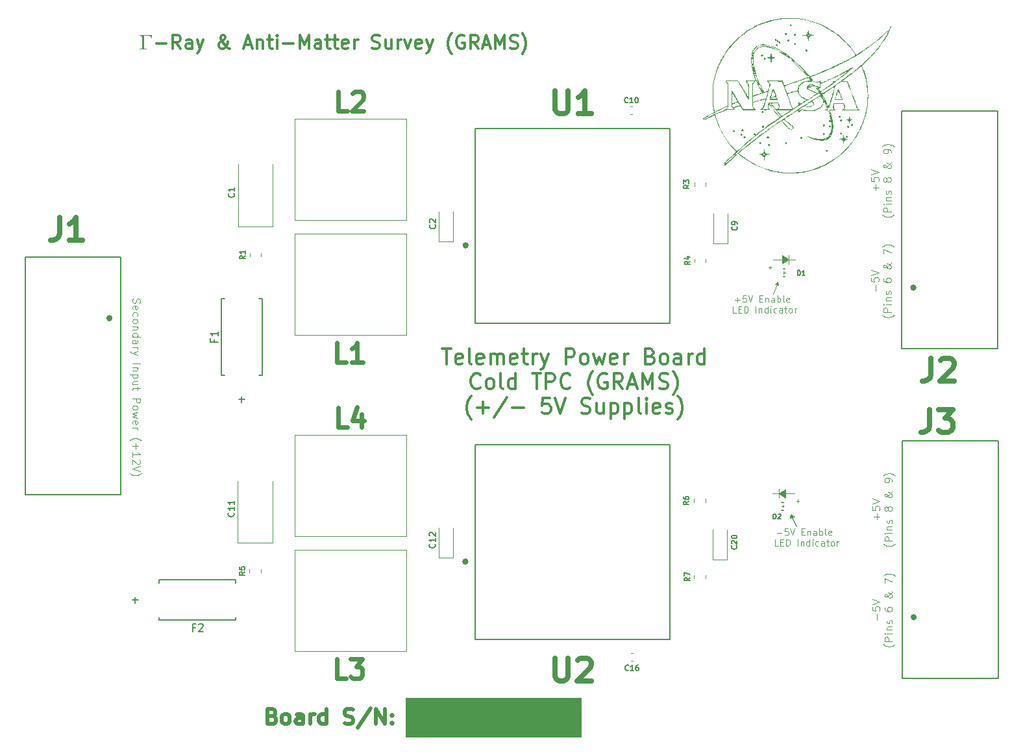
<source format=gbr>
%TF.GenerationSoftware,KiCad,Pcbnew,8.0.6*%
%TF.CreationDate,2025-02-28T11:45:46-05:00*%
%TF.ProjectId,PM5V_Telemetry_Cold_TPC,504d3556-5f54-4656-9c65-6d657472795f,rev?*%
%TF.SameCoordinates,Original*%
%TF.FileFunction,Legend,Top*%
%TF.FilePolarity,Positive*%
%FSLAX46Y46*%
G04 Gerber Fmt 4.6, Leading zero omitted, Abs format (unit mm)*
G04 Created by KiCad (PCBNEW 8.0.6) date 2025-02-28 11:45:46*
%MOMM*%
%LPD*%
G01*
G04 APERTURE LIST*
%ADD10C,0.100000*%
%ADD11C,0.350000*%
%ADD12C,0.300000*%
%ADD13C,0.400000*%
%ADD14C,0.500000*%
%ADD15C,0.150000*%
%ADD16C,0.120000*%
%ADD17C,0.600000*%
%ADD18C,0.650000*%
%ADD19C,0.152400*%
%ADD20C,0.200000*%
%ADD21C,0.000000*%
%ADD22C,0.127000*%
G04 APERTURE END LIST*
D10*
X189320000Y-93190000D02*
X188720000Y-93420000D01*
X188870000Y-92890000D01*
X189320000Y-93190000D01*
G36*
X189320000Y-93190000D02*
G01*
X188720000Y-93420000D01*
X188870000Y-92890000D01*
X189320000Y-93190000D01*
G37*
X187304800Y-89581200D02*
X187304800Y-90749600D01*
X188168400Y-90749600D02*
X187355600Y-90140000D01*
X188168400Y-89632000D01*
X188168400Y-90749600D01*
G36*
X188168400Y-90749600D02*
G01*
X187355600Y-90140000D01*
X188168400Y-89632000D01*
X188168400Y-90749600D01*
G37*
X186695200Y-90140000D02*
X186441200Y-90140000D01*
X188612100Y-60278800D02*
X188612100Y-59110400D01*
X187240000Y-63000000D02*
X186830000Y-62870000D01*
X187170000Y-62590000D01*
X187240000Y-63000000D01*
G36*
X187240000Y-63000000D02*
G01*
X186830000Y-62870000D01*
X187170000Y-62590000D01*
X187240000Y-63000000D01*
G37*
X188940000Y-93160000D02*
X189610000Y-94500000D01*
X189221700Y-59720000D02*
X188612100Y-59720000D01*
X186580100Y-59720000D02*
X187748500Y-59720000D01*
X186695200Y-90140000D02*
X187304800Y-90140000D01*
X189336800Y-90140000D02*
X188168400Y-90140000D01*
X187050000Y-62890000D02*
X186530000Y-64160000D01*
X188561300Y-59720000D02*
X187748500Y-60228000D01*
X187748500Y-59110400D01*
X188561300Y-59720000D01*
G36*
X188561300Y-59720000D02*
G01*
X187748500Y-60228000D01*
X187748500Y-59110400D01*
X188561300Y-59720000D01*
G37*
X189221700Y-59720000D02*
X189475700Y-59720000D01*
X161460000Y-121890000D02*
X138600000Y-121890000D01*
X138600000Y-116810000D01*
X161460000Y-116810000D01*
X161460000Y-121890000D01*
G36*
X161460000Y-121890000D02*
G01*
X138600000Y-121890000D01*
X138600000Y-116810000D01*
X161460000Y-116810000D01*
X161460000Y-121890000D01*
G37*
X199951522Y-50655713D02*
X199951522Y-49893809D01*
X200332475Y-50274761D02*
X199570570Y-50274761D01*
X199332475Y-48941428D02*
X199332475Y-49417618D01*
X199332475Y-49417618D02*
X199808665Y-49465237D01*
X199808665Y-49465237D02*
X199761046Y-49417618D01*
X199761046Y-49417618D02*
X199713427Y-49322380D01*
X199713427Y-49322380D02*
X199713427Y-49084285D01*
X199713427Y-49084285D02*
X199761046Y-48989047D01*
X199761046Y-48989047D02*
X199808665Y-48941428D01*
X199808665Y-48941428D02*
X199903903Y-48893809D01*
X199903903Y-48893809D02*
X200141998Y-48893809D01*
X200141998Y-48893809D02*
X200237236Y-48941428D01*
X200237236Y-48941428D02*
X200284856Y-48989047D01*
X200284856Y-48989047D02*
X200332475Y-49084285D01*
X200332475Y-49084285D02*
X200332475Y-49322380D01*
X200332475Y-49322380D02*
X200284856Y-49417618D01*
X200284856Y-49417618D02*
X200237236Y-49465237D01*
X199332475Y-48608094D02*
X200332475Y-48274761D01*
X200332475Y-48274761D02*
X199332475Y-47941428D01*
X202323371Y-53822381D02*
X202275752Y-53870000D01*
X202275752Y-53870000D02*
X202132895Y-53965238D01*
X202132895Y-53965238D02*
X202037657Y-54012857D01*
X202037657Y-54012857D02*
X201894800Y-54060476D01*
X201894800Y-54060476D02*
X201656704Y-54108095D01*
X201656704Y-54108095D02*
X201466228Y-54108095D01*
X201466228Y-54108095D02*
X201228133Y-54060476D01*
X201228133Y-54060476D02*
X201085276Y-54012857D01*
X201085276Y-54012857D02*
X200990038Y-53965238D01*
X200990038Y-53965238D02*
X200847180Y-53870000D01*
X200847180Y-53870000D02*
X200799561Y-53822381D01*
X201942419Y-53441428D02*
X200942419Y-53441428D01*
X200942419Y-53441428D02*
X200942419Y-53060476D01*
X200942419Y-53060476D02*
X200990038Y-52965238D01*
X200990038Y-52965238D02*
X201037657Y-52917619D01*
X201037657Y-52917619D02*
X201132895Y-52870000D01*
X201132895Y-52870000D02*
X201275752Y-52870000D01*
X201275752Y-52870000D02*
X201370990Y-52917619D01*
X201370990Y-52917619D02*
X201418609Y-52965238D01*
X201418609Y-52965238D02*
X201466228Y-53060476D01*
X201466228Y-53060476D02*
X201466228Y-53441428D01*
X201942419Y-52441428D02*
X201275752Y-52441428D01*
X200942419Y-52441428D02*
X200990038Y-52489047D01*
X200990038Y-52489047D02*
X201037657Y-52441428D01*
X201037657Y-52441428D02*
X200990038Y-52393809D01*
X200990038Y-52393809D02*
X200942419Y-52441428D01*
X200942419Y-52441428D02*
X201037657Y-52441428D01*
X201275752Y-51965238D02*
X201942419Y-51965238D01*
X201370990Y-51965238D02*
X201323371Y-51917619D01*
X201323371Y-51917619D02*
X201275752Y-51822381D01*
X201275752Y-51822381D02*
X201275752Y-51679524D01*
X201275752Y-51679524D02*
X201323371Y-51584286D01*
X201323371Y-51584286D02*
X201418609Y-51536667D01*
X201418609Y-51536667D02*
X201942419Y-51536667D01*
X201894800Y-51108095D02*
X201942419Y-51012857D01*
X201942419Y-51012857D02*
X201942419Y-50822381D01*
X201942419Y-50822381D02*
X201894800Y-50727143D01*
X201894800Y-50727143D02*
X201799561Y-50679524D01*
X201799561Y-50679524D02*
X201751942Y-50679524D01*
X201751942Y-50679524D02*
X201656704Y-50727143D01*
X201656704Y-50727143D02*
X201609085Y-50822381D01*
X201609085Y-50822381D02*
X201609085Y-50965238D01*
X201609085Y-50965238D02*
X201561466Y-51060476D01*
X201561466Y-51060476D02*
X201466228Y-51108095D01*
X201466228Y-51108095D02*
X201418609Y-51108095D01*
X201418609Y-51108095D02*
X201323371Y-51060476D01*
X201323371Y-51060476D02*
X201275752Y-50965238D01*
X201275752Y-50965238D02*
X201275752Y-50822381D01*
X201275752Y-50822381D02*
X201323371Y-50727143D01*
X201370990Y-49346190D02*
X201323371Y-49441428D01*
X201323371Y-49441428D02*
X201275752Y-49489047D01*
X201275752Y-49489047D02*
X201180514Y-49536666D01*
X201180514Y-49536666D02*
X201132895Y-49536666D01*
X201132895Y-49536666D02*
X201037657Y-49489047D01*
X201037657Y-49489047D02*
X200990038Y-49441428D01*
X200990038Y-49441428D02*
X200942419Y-49346190D01*
X200942419Y-49346190D02*
X200942419Y-49155714D01*
X200942419Y-49155714D02*
X200990038Y-49060476D01*
X200990038Y-49060476D02*
X201037657Y-49012857D01*
X201037657Y-49012857D02*
X201132895Y-48965238D01*
X201132895Y-48965238D02*
X201180514Y-48965238D01*
X201180514Y-48965238D02*
X201275752Y-49012857D01*
X201275752Y-49012857D02*
X201323371Y-49060476D01*
X201323371Y-49060476D02*
X201370990Y-49155714D01*
X201370990Y-49155714D02*
X201370990Y-49346190D01*
X201370990Y-49346190D02*
X201418609Y-49441428D01*
X201418609Y-49441428D02*
X201466228Y-49489047D01*
X201466228Y-49489047D02*
X201561466Y-49536666D01*
X201561466Y-49536666D02*
X201751942Y-49536666D01*
X201751942Y-49536666D02*
X201847180Y-49489047D01*
X201847180Y-49489047D02*
X201894800Y-49441428D01*
X201894800Y-49441428D02*
X201942419Y-49346190D01*
X201942419Y-49346190D02*
X201942419Y-49155714D01*
X201942419Y-49155714D02*
X201894800Y-49060476D01*
X201894800Y-49060476D02*
X201847180Y-49012857D01*
X201847180Y-49012857D02*
X201751942Y-48965238D01*
X201751942Y-48965238D02*
X201561466Y-48965238D01*
X201561466Y-48965238D02*
X201466228Y-49012857D01*
X201466228Y-49012857D02*
X201418609Y-49060476D01*
X201418609Y-49060476D02*
X201370990Y-49155714D01*
X201942419Y-46965237D02*
X201942419Y-47012857D01*
X201942419Y-47012857D02*
X201894800Y-47108095D01*
X201894800Y-47108095D02*
X201751942Y-47250952D01*
X201751942Y-47250952D02*
X201466228Y-47489047D01*
X201466228Y-47489047D02*
X201323371Y-47584285D01*
X201323371Y-47584285D02*
X201180514Y-47631904D01*
X201180514Y-47631904D02*
X201085276Y-47631904D01*
X201085276Y-47631904D02*
X200990038Y-47584285D01*
X200990038Y-47584285D02*
X200942419Y-47489047D01*
X200942419Y-47489047D02*
X200942419Y-47441428D01*
X200942419Y-47441428D02*
X200990038Y-47346190D01*
X200990038Y-47346190D02*
X201085276Y-47298571D01*
X201085276Y-47298571D02*
X201132895Y-47298571D01*
X201132895Y-47298571D02*
X201228133Y-47346190D01*
X201228133Y-47346190D02*
X201275752Y-47393809D01*
X201275752Y-47393809D02*
X201466228Y-47679523D01*
X201466228Y-47679523D02*
X201513847Y-47727142D01*
X201513847Y-47727142D02*
X201609085Y-47774761D01*
X201609085Y-47774761D02*
X201751942Y-47774761D01*
X201751942Y-47774761D02*
X201847180Y-47727142D01*
X201847180Y-47727142D02*
X201894800Y-47679523D01*
X201894800Y-47679523D02*
X201942419Y-47584285D01*
X201942419Y-47584285D02*
X201942419Y-47441428D01*
X201942419Y-47441428D02*
X201894800Y-47346190D01*
X201894800Y-47346190D02*
X201847180Y-47298571D01*
X201847180Y-47298571D02*
X201656704Y-47155714D01*
X201656704Y-47155714D02*
X201513847Y-47108095D01*
X201513847Y-47108095D02*
X201418609Y-47108095D01*
X201942419Y-45727142D02*
X201942419Y-45536666D01*
X201942419Y-45536666D02*
X201894800Y-45441428D01*
X201894800Y-45441428D02*
X201847180Y-45393809D01*
X201847180Y-45393809D02*
X201704323Y-45298571D01*
X201704323Y-45298571D02*
X201513847Y-45250952D01*
X201513847Y-45250952D02*
X201132895Y-45250952D01*
X201132895Y-45250952D02*
X201037657Y-45298571D01*
X201037657Y-45298571D02*
X200990038Y-45346190D01*
X200990038Y-45346190D02*
X200942419Y-45441428D01*
X200942419Y-45441428D02*
X200942419Y-45631904D01*
X200942419Y-45631904D02*
X200990038Y-45727142D01*
X200990038Y-45727142D02*
X201037657Y-45774761D01*
X201037657Y-45774761D02*
X201132895Y-45822380D01*
X201132895Y-45822380D02*
X201370990Y-45822380D01*
X201370990Y-45822380D02*
X201466228Y-45774761D01*
X201466228Y-45774761D02*
X201513847Y-45727142D01*
X201513847Y-45727142D02*
X201561466Y-45631904D01*
X201561466Y-45631904D02*
X201561466Y-45441428D01*
X201561466Y-45441428D02*
X201513847Y-45346190D01*
X201513847Y-45346190D02*
X201466228Y-45298571D01*
X201466228Y-45298571D02*
X201370990Y-45250952D01*
X202323371Y-44917618D02*
X202275752Y-44869999D01*
X202275752Y-44869999D02*
X202132895Y-44774761D01*
X202132895Y-44774761D02*
X202037657Y-44727142D01*
X202037657Y-44727142D02*
X201894800Y-44679523D01*
X201894800Y-44679523D02*
X201656704Y-44631904D01*
X201656704Y-44631904D02*
X201466228Y-44631904D01*
X201466228Y-44631904D02*
X201228133Y-44679523D01*
X201228133Y-44679523D02*
X201085276Y-44727142D01*
X201085276Y-44727142D02*
X200990038Y-44774761D01*
X200990038Y-44774761D02*
X200847180Y-44869999D01*
X200847180Y-44869999D02*
X200799561Y-44917618D01*
X181574523Y-64898515D02*
X182222143Y-64898515D01*
X181898333Y-65222325D02*
X181898333Y-64574706D01*
X183031666Y-64372325D02*
X182626904Y-64372325D01*
X182626904Y-64372325D02*
X182586428Y-64777087D01*
X182586428Y-64777087D02*
X182626904Y-64736610D01*
X182626904Y-64736610D02*
X182707857Y-64696134D01*
X182707857Y-64696134D02*
X182910238Y-64696134D01*
X182910238Y-64696134D02*
X182991190Y-64736610D01*
X182991190Y-64736610D02*
X183031666Y-64777087D01*
X183031666Y-64777087D02*
X183072143Y-64858039D01*
X183072143Y-64858039D02*
X183072143Y-65060420D01*
X183072143Y-65060420D02*
X183031666Y-65141372D01*
X183031666Y-65141372D02*
X182991190Y-65181849D01*
X182991190Y-65181849D02*
X182910238Y-65222325D01*
X182910238Y-65222325D02*
X182707857Y-65222325D01*
X182707857Y-65222325D02*
X182626904Y-65181849D01*
X182626904Y-65181849D02*
X182586428Y-65141372D01*
X183315000Y-64372325D02*
X183598333Y-65222325D01*
X183598333Y-65222325D02*
X183881667Y-64372325D01*
X184812618Y-64777087D02*
X185095952Y-64777087D01*
X185217380Y-65222325D02*
X184812618Y-65222325D01*
X184812618Y-65222325D02*
X184812618Y-64372325D01*
X184812618Y-64372325D02*
X185217380Y-64372325D01*
X185581666Y-64655658D02*
X185581666Y-65222325D01*
X185581666Y-64736610D02*
X185622143Y-64696134D01*
X185622143Y-64696134D02*
X185703095Y-64655658D01*
X185703095Y-64655658D02*
X185824524Y-64655658D01*
X185824524Y-64655658D02*
X185905476Y-64696134D01*
X185905476Y-64696134D02*
X185945952Y-64777087D01*
X185945952Y-64777087D02*
X185945952Y-65222325D01*
X186715000Y-65222325D02*
X186715000Y-64777087D01*
X186715000Y-64777087D02*
X186674524Y-64696134D01*
X186674524Y-64696134D02*
X186593572Y-64655658D01*
X186593572Y-64655658D02*
X186431667Y-64655658D01*
X186431667Y-64655658D02*
X186350714Y-64696134D01*
X186715000Y-65181849D02*
X186634048Y-65222325D01*
X186634048Y-65222325D02*
X186431667Y-65222325D01*
X186431667Y-65222325D02*
X186350714Y-65181849D01*
X186350714Y-65181849D02*
X186310238Y-65100896D01*
X186310238Y-65100896D02*
X186310238Y-65019944D01*
X186310238Y-65019944D02*
X186350714Y-64938991D01*
X186350714Y-64938991D02*
X186431667Y-64898515D01*
X186431667Y-64898515D02*
X186634048Y-64898515D01*
X186634048Y-64898515D02*
X186715000Y-64858039D01*
X187119762Y-65222325D02*
X187119762Y-64372325D01*
X187119762Y-64696134D02*
X187200715Y-64655658D01*
X187200715Y-64655658D02*
X187362620Y-64655658D01*
X187362620Y-64655658D02*
X187443572Y-64696134D01*
X187443572Y-64696134D02*
X187484048Y-64736610D01*
X187484048Y-64736610D02*
X187524524Y-64817563D01*
X187524524Y-64817563D02*
X187524524Y-65060420D01*
X187524524Y-65060420D02*
X187484048Y-65141372D01*
X187484048Y-65141372D02*
X187443572Y-65181849D01*
X187443572Y-65181849D02*
X187362620Y-65222325D01*
X187362620Y-65222325D02*
X187200715Y-65222325D01*
X187200715Y-65222325D02*
X187119762Y-65181849D01*
X188010239Y-65222325D02*
X187929287Y-65181849D01*
X187929287Y-65181849D02*
X187888810Y-65100896D01*
X187888810Y-65100896D02*
X187888810Y-64372325D01*
X188657858Y-65181849D02*
X188576906Y-65222325D01*
X188576906Y-65222325D02*
X188415001Y-65222325D01*
X188415001Y-65222325D02*
X188334048Y-65181849D01*
X188334048Y-65181849D02*
X188293572Y-65100896D01*
X188293572Y-65100896D02*
X188293572Y-64777087D01*
X188293572Y-64777087D02*
X188334048Y-64696134D01*
X188334048Y-64696134D02*
X188415001Y-64655658D01*
X188415001Y-64655658D02*
X188576906Y-64655658D01*
X188576906Y-64655658D02*
X188657858Y-64696134D01*
X188657858Y-64696134D02*
X188698334Y-64777087D01*
X188698334Y-64777087D02*
X188698334Y-64858039D01*
X188698334Y-64858039D02*
X188293572Y-64938991D01*
X181756666Y-66590777D02*
X181351904Y-66590777D01*
X181351904Y-66590777D02*
X181351904Y-65740777D01*
X182039999Y-66145539D02*
X182323333Y-66145539D01*
X182444761Y-66590777D02*
X182039999Y-66590777D01*
X182039999Y-66590777D02*
X182039999Y-65740777D01*
X182039999Y-65740777D02*
X182444761Y-65740777D01*
X182809047Y-66590777D02*
X182809047Y-65740777D01*
X182809047Y-65740777D02*
X183011428Y-65740777D01*
X183011428Y-65740777D02*
X183132857Y-65781253D01*
X183132857Y-65781253D02*
X183213809Y-65862205D01*
X183213809Y-65862205D02*
X183254286Y-65943158D01*
X183254286Y-65943158D02*
X183294762Y-66105062D01*
X183294762Y-66105062D02*
X183294762Y-66226491D01*
X183294762Y-66226491D02*
X183254286Y-66388396D01*
X183254286Y-66388396D02*
X183213809Y-66469348D01*
X183213809Y-66469348D02*
X183132857Y-66550301D01*
X183132857Y-66550301D02*
X183011428Y-66590777D01*
X183011428Y-66590777D02*
X182809047Y-66590777D01*
X184306666Y-66590777D02*
X184306666Y-65740777D01*
X184711428Y-66024110D02*
X184711428Y-66590777D01*
X184711428Y-66105062D02*
X184751905Y-66064586D01*
X184751905Y-66064586D02*
X184832857Y-66024110D01*
X184832857Y-66024110D02*
X184954286Y-66024110D01*
X184954286Y-66024110D02*
X185035238Y-66064586D01*
X185035238Y-66064586D02*
X185075714Y-66145539D01*
X185075714Y-66145539D02*
X185075714Y-66590777D01*
X185844762Y-66590777D02*
X185844762Y-65740777D01*
X185844762Y-66550301D02*
X185763810Y-66590777D01*
X185763810Y-66590777D02*
X185601905Y-66590777D01*
X185601905Y-66590777D02*
X185520953Y-66550301D01*
X185520953Y-66550301D02*
X185480476Y-66509824D01*
X185480476Y-66509824D02*
X185440000Y-66428872D01*
X185440000Y-66428872D02*
X185440000Y-66186015D01*
X185440000Y-66186015D02*
X185480476Y-66105062D01*
X185480476Y-66105062D02*
X185520953Y-66064586D01*
X185520953Y-66064586D02*
X185601905Y-66024110D01*
X185601905Y-66024110D02*
X185763810Y-66024110D01*
X185763810Y-66024110D02*
X185844762Y-66064586D01*
X186249524Y-66590777D02*
X186249524Y-66024110D01*
X186249524Y-65740777D02*
X186209048Y-65781253D01*
X186209048Y-65781253D02*
X186249524Y-65821729D01*
X186249524Y-65821729D02*
X186290001Y-65781253D01*
X186290001Y-65781253D02*
X186249524Y-65740777D01*
X186249524Y-65740777D02*
X186249524Y-65821729D01*
X187018572Y-66550301D02*
X186937620Y-66590777D01*
X186937620Y-66590777D02*
X186775715Y-66590777D01*
X186775715Y-66590777D02*
X186694763Y-66550301D01*
X186694763Y-66550301D02*
X186654286Y-66509824D01*
X186654286Y-66509824D02*
X186613810Y-66428872D01*
X186613810Y-66428872D02*
X186613810Y-66186015D01*
X186613810Y-66186015D02*
X186654286Y-66105062D01*
X186654286Y-66105062D02*
X186694763Y-66064586D01*
X186694763Y-66064586D02*
X186775715Y-66024110D01*
X186775715Y-66024110D02*
X186937620Y-66024110D01*
X186937620Y-66024110D02*
X187018572Y-66064586D01*
X187747143Y-66590777D02*
X187747143Y-66145539D01*
X187747143Y-66145539D02*
X187706667Y-66064586D01*
X187706667Y-66064586D02*
X187625715Y-66024110D01*
X187625715Y-66024110D02*
X187463810Y-66024110D01*
X187463810Y-66024110D02*
X187382857Y-66064586D01*
X187747143Y-66550301D02*
X187666191Y-66590777D01*
X187666191Y-66590777D02*
X187463810Y-66590777D01*
X187463810Y-66590777D02*
X187382857Y-66550301D01*
X187382857Y-66550301D02*
X187342381Y-66469348D01*
X187342381Y-66469348D02*
X187342381Y-66388396D01*
X187342381Y-66388396D02*
X187382857Y-66307443D01*
X187382857Y-66307443D02*
X187463810Y-66266967D01*
X187463810Y-66266967D02*
X187666191Y-66266967D01*
X187666191Y-66266967D02*
X187747143Y-66226491D01*
X188030477Y-66024110D02*
X188354286Y-66024110D01*
X188151905Y-65740777D02*
X188151905Y-66469348D01*
X188151905Y-66469348D02*
X188192382Y-66550301D01*
X188192382Y-66550301D02*
X188273334Y-66590777D01*
X188273334Y-66590777D02*
X188354286Y-66590777D01*
X188759048Y-66590777D02*
X188678096Y-66550301D01*
X188678096Y-66550301D02*
X188637619Y-66509824D01*
X188637619Y-66509824D02*
X188597143Y-66428872D01*
X188597143Y-66428872D02*
X188597143Y-66186015D01*
X188597143Y-66186015D02*
X188637619Y-66105062D01*
X188637619Y-66105062D02*
X188678096Y-66064586D01*
X188678096Y-66064586D02*
X188759048Y-66024110D01*
X188759048Y-66024110D02*
X188880477Y-66024110D01*
X188880477Y-66024110D02*
X188961429Y-66064586D01*
X188961429Y-66064586D02*
X189001905Y-66105062D01*
X189001905Y-66105062D02*
X189042381Y-66186015D01*
X189042381Y-66186015D02*
X189042381Y-66428872D01*
X189042381Y-66428872D02*
X189001905Y-66509824D01*
X189001905Y-66509824D02*
X188961429Y-66550301D01*
X188961429Y-66550301D02*
X188880477Y-66590777D01*
X188880477Y-66590777D02*
X188759048Y-66590777D01*
X189406667Y-66590777D02*
X189406667Y-66024110D01*
X189406667Y-66186015D02*
X189447144Y-66105062D01*
X189447144Y-66105062D02*
X189487620Y-66064586D01*
X189487620Y-66064586D02*
X189568572Y-66024110D01*
X189568572Y-66024110D02*
X189649525Y-66024110D01*
X199951522Y-63745713D02*
X199951522Y-62983809D01*
X199332475Y-62031428D02*
X199332475Y-62507618D01*
X199332475Y-62507618D02*
X199808665Y-62555237D01*
X199808665Y-62555237D02*
X199761046Y-62507618D01*
X199761046Y-62507618D02*
X199713427Y-62412380D01*
X199713427Y-62412380D02*
X199713427Y-62174285D01*
X199713427Y-62174285D02*
X199761046Y-62079047D01*
X199761046Y-62079047D02*
X199808665Y-62031428D01*
X199808665Y-62031428D02*
X199903903Y-61983809D01*
X199903903Y-61983809D02*
X200141998Y-61983809D01*
X200141998Y-61983809D02*
X200237236Y-62031428D01*
X200237236Y-62031428D02*
X200284856Y-62079047D01*
X200284856Y-62079047D02*
X200332475Y-62174285D01*
X200332475Y-62174285D02*
X200332475Y-62412380D01*
X200332475Y-62412380D02*
X200284856Y-62507618D01*
X200284856Y-62507618D02*
X200237236Y-62555237D01*
X199332475Y-61698094D02*
X200332475Y-61364761D01*
X200332475Y-61364761D02*
X199332475Y-61031428D01*
X202323371Y-66912381D02*
X202275752Y-66960000D01*
X202275752Y-66960000D02*
X202132895Y-67055238D01*
X202132895Y-67055238D02*
X202037657Y-67102857D01*
X202037657Y-67102857D02*
X201894800Y-67150476D01*
X201894800Y-67150476D02*
X201656704Y-67198095D01*
X201656704Y-67198095D02*
X201466228Y-67198095D01*
X201466228Y-67198095D02*
X201228133Y-67150476D01*
X201228133Y-67150476D02*
X201085276Y-67102857D01*
X201085276Y-67102857D02*
X200990038Y-67055238D01*
X200990038Y-67055238D02*
X200847180Y-66960000D01*
X200847180Y-66960000D02*
X200799561Y-66912381D01*
X201942419Y-66531428D02*
X200942419Y-66531428D01*
X200942419Y-66531428D02*
X200942419Y-66150476D01*
X200942419Y-66150476D02*
X200990038Y-66055238D01*
X200990038Y-66055238D02*
X201037657Y-66007619D01*
X201037657Y-66007619D02*
X201132895Y-65960000D01*
X201132895Y-65960000D02*
X201275752Y-65960000D01*
X201275752Y-65960000D02*
X201370990Y-66007619D01*
X201370990Y-66007619D02*
X201418609Y-66055238D01*
X201418609Y-66055238D02*
X201466228Y-66150476D01*
X201466228Y-66150476D02*
X201466228Y-66531428D01*
X201942419Y-65531428D02*
X201275752Y-65531428D01*
X200942419Y-65531428D02*
X200990038Y-65579047D01*
X200990038Y-65579047D02*
X201037657Y-65531428D01*
X201037657Y-65531428D02*
X200990038Y-65483809D01*
X200990038Y-65483809D02*
X200942419Y-65531428D01*
X200942419Y-65531428D02*
X201037657Y-65531428D01*
X201275752Y-65055238D02*
X201942419Y-65055238D01*
X201370990Y-65055238D02*
X201323371Y-65007619D01*
X201323371Y-65007619D02*
X201275752Y-64912381D01*
X201275752Y-64912381D02*
X201275752Y-64769524D01*
X201275752Y-64769524D02*
X201323371Y-64674286D01*
X201323371Y-64674286D02*
X201418609Y-64626667D01*
X201418609Y-64626667D02*
X201942419Y-64626667D01*
X201894800Y-64198095D02*
X201942419Y-64102857D01*
X201942419Y-64102857D02*
X201942419Y-63912381D01*
X201942419Y-63912381D02*
X201894800Y-63817143D01*
X201894800Y-63817143D02*
X201799561Y-63769524D01*
X201799561Y-63769524D02*
X201751942Y-63769524D01*
X201751942Y-63769524D02*
X201656704Y-63817143D01*
X201656704Y-63817143D02*
X201609085Y-63912381D01*
X201609085Y-63912381D02*
X201609085Y-64055238D01*
X201609085Y-64055238D02*
X201561466Y-64150476D01*
X201561466Y-64150476D02*
X201466228Y-64198095D01*
X201466228Y-64198095D02*
X201418609Y-64198095D01*
X201418609Y-64198095D02*
X201323371Y-64150476D01*
X201323371Y-64150476D02*
X201275752Y-64055238D01*
X201275752Y-64055238D02*
X201275752Y-63912381D01*
X201275752Y-63912381D02*
X201323371Y-63817143D01*
X200942419Y-62150476D02*
X200942419Y-62340952D01*
X200942419Y-62340952D02*
X200990038Y-62436190D01*
X200990038Y-62436190D02*
X201037657Y-62483809D01*
X201037657Y-62483809D02*
X201180514Y-62579047D01*
X201180514Y-62579047D02*
X201370990Y-62626666D01*
X201370990Y-62626666D02*
X201751942Y-62626666D01*
X201751942Y-62626666D02*
X201847180Y-62579047D01*
X201847180Y-62579047D02*
X201894800Y-62531428D01*
X201894800Y-62531428D02*
X201942419Y-62436190D01*
X201942419Y-62436190D02*
X201942419Y-62245714D01*
X201942419Y-62245714D02*
X201894800Y-62150476D01*
X201894800Y-62150476D02*
X201847180Y-62102857D01*
X201847180Y-62102857D02*
X201751942Y-62055238D01*
X201751942Y-62055238D02*
X201513847Y-62055238D01*
X201513847Y-62055238D02*
X201418609Y-62102857D01*
X201418609Y-62102857D02*
X201370990Y-62150476D01*
X201370990Y-62150476D02*
X201323371Y-62245714D01*
X201323371Y-62245714D02*
X201323371Y-62436190D01*
X201323371Y-62436190D02*
X201370990Y-62531428D01*
X201370990Y-62531428D02*
X201418609Y-62579047D01*
X201418609Y-62579047D02*
X201513847Y-62626666D01*
X201942419Y-60055237D02*
X201942419Y-60102857D01*
X201942419Y-60102857D02*
X201894800Y-60198095D01*
X201894800Y-60198095D02*
X201751942Y-60340952D01*
X201751942Y-60340952D02*
X201466228Y-60579047D01*
X201466228Y-60579047D02*
X201323371Y-60674285D01*
X201323371Y-60674285D02*
X201180514Y-60721904D01*
X201180514Y-60721904D02*
X201085276Y-60721904D01*
X201085276Y-60721904D02*
X200990038Y-60674285D01*
X200990038Y-60674285D02*
X200942419Y-60579047D01*
X200942419Y-60579047D02*
X200942419Y-60531428D01*
X200942419Y-60531428D02*
X200990038Y-60436190D01*
X200990038Y-60436190D02*
X201085276Y-60388571D01*
X201085276Y-60388571D02*
X201132895Y-60388571D01*
X201132895Y-60388571D02*
X201228133Y-60436190D01*
X201228133Y-60436190D02*
X201275752Y-60483809D01*
X201275752Y-60483809D02*
X201466228Y-60769523D01*
X201466228Y-60769523D02*
X201513847Y-60817142D01*
X201513847Y-60817142D02*
X201609085Y-60864761D01*
X201609085Y-60864761D02*
X201751942Y-60864761D01*
X201751942Y-60864761D02*
X201847180Y-60817142D01*
X201847180Y-60817142D02*
X201894800Y-60769523D01*
X201894800Y-60769523D02*
X201942419Y-60674285D01*
X201942419Y-60674285D02*
X201942419Y-60531428D01*
X201942419Y-60531428D02*
X201894800Y-60436190D01*
X201894800Y-60436190D02*
X201847180Y-60388571D01*
X201847180Y-60388571D02*
X201656704Y-60245714D01*
X201656704Y-60245714D02*
X201513847Y-60198095D01*
X201513847Y-60198095D02*
X201418609Y-60198095D01*
X200942419Y-58959999D02*
X200942419Y-58293333D01*
X200942419Y-58293333D02*
X201942419Y-58721904D01*
X202323371Y-58007618D02*
X202275752Y-57959999D01*
X202275752Y-57959999D02*
X202132895Y-57864761D01*
X202132895Y-57864761D02*
X202037657Y-57817142D01*
X202037657Y-57817142D02*
X201894800Y-57769523D01*
X201894800Y-57769523D02*
X201656704Y-57721904D01*
X201656704Y-57721904D02*
X201466228Y-57721904D01*
X201466228Y-57721904D02*
X201228133Y-57769523D01*
X201228133Y-57769523D02*
X201085276Y-57817142D01*
X201085276Y-57817142D02*
X200990038Y-57864761D01*
X200990038Y-57864761D02*
X200847180Y-57959999D01*
X200847180Y-57959999D02*
X200799561Y-58007618D01*
X200091522Y-106665713D02*
X200091522Y-105903809D01*
X199472475Y-104951428D02*
X199472475Y-105427618D01*
X199472475Y-105427618D02*
X199948665Y-105475237D01*
X199948665Y-105475237D02*
X199901046Y-105427618D01*
X199901046Y-105427618D02*
X199853427Y-105332380D01*
X199853427Y-105332380D02*
X199853427Y-105094285D01*
X199853427Y-105094285D02*
X199901046Y-104999047D01*
X199901046Y-104999047D02*
X199948665Y-104951428D01*
X199948665Y-104951428D02*
X200043903Y-104903809D01*
X200043903Y-104903809D02*
X200281998Y-104903809D01*
X200281998Y-104903809D02*
X200377236Y-104951428D01*
X200377236Y-104951428D02*
X200424856Y-104999047D01*
X200424856Y-104999047D02*
X200472475Y-105094285D01*
X200472475Y-105094285D02*
X200472475Y-105332380D01*
X200472475Y-105332380D02*
X200424856Y-105427618D01*
X200424856Y-105427618D02*
X200377236Y-105475237D01*
X199472475Y-104618094D02*
X200472475Y-104284761D01*
X200472475Y-104284761D02*
X199472475Y-103951428D01*
X202463371Y-109832381D02*
X202415752Y-109880000D01*
X202415752Y-109880000D02*
X202272895Y-109975238D01*
X202272895Y-109975238D02*
X202177657Y-110022857D01*
X202177657Y-110022857D02*
X202034800Y-110070476D01*
X202034800Y-110070476D02*
X201796704Y-110118095D01*
X201796704Y-110118095D02*
X201606228Y-110118095D01*
X201606228Y-110118095D02*
X201368133Y-110070476D01*
X201368133Y-110070476D02*
X201225276Y-110022857D01*
X201225276Y-110022857D02*
X201130038Y-109975238D01*
X201130038Y-109975238D02*
X200987180Y-109880000D01*
X200987180Y-109880000D02*
X200939561Y-109832381D01*
X202082419Y-109451428D02*
X201082419Y-109451428D01*
X201082419Y-109451428D02*
X201082419Y-109070476D01*
X201082419Y-109070476D02*
X201130038Y-108975238D01*
X201130038Y-108975238D02*
X201177657Y-108927619D01*
X201177657Y-108927619D02*
X201272895Y-108880000D01*
X201272895Y-108880000D02*
X201415752Y-108880000D01*
X201415752Y-108880000D02*
X201510990Y-108927619D01*
X201510990Y-108927619D02*
X201558609Y-108975238D01*
X201558609Y-108975238D02*
X201606228Y-109070476D01*
X201606228Y-109070476D02*
X201606228Y-109451428D01*
X202082419Y-108451428D02*
X201415752Y-108451428D01*
X201082419Y-108451428D02*
X201130038Y-108499047D01*
X201130038Y-108499047D02*
X201177657Y-108451428D01*
X201177657Y-108451428D02*
X201130038Y-108403809D01*
X201130038Y-108403809D02*
X201082419Y-108451428D01*
X201082419Y-108451428D02*
X201177657Y-108451428D01*
X201415752Y-107975238D02*
X202082419Y-107975238D01*
X201510990Y-107975238D02*
X201463371Y-107927619D01*
X201463371Y-107927619D02*
X201415752Y-107832381D01*
X201415752Y-107832381D02*
X201415752Y-107689524D01*
X201415752Y-107689524D02*
X201463371Y-107594286D01*
X201463371Y-107594286D02*
X201558609Y-107546667D01*
X201558609Y-107546667D02*
X202082419Y-107546667D01*
X202034800Y-107118095D02*
X202082419Y-107022857D01*
X202082419Y-107022857D02*
X202082419Y-106832381D01*
X202082419Y-106832381D02*
X202034800Y-106737143D01*
X202034800Y-106737143D02*
X201939561Y-106689524D01*
X201939561Y-106689524D02*
X201891942Y-106689524D01*
X201891942Y-106689524D02*
X201796704Y-106737143D01*
X201796704Y-106737143D02*
X201749085Y-106832381D01*
X201749085Y-106832381D02*
X201749085Y-106975238D01*
X201749085Y-106975238D02*
X201701466Y-107070476D01*
X201701466Y-107070476D02*
X201606228Y-107118095D01*
X201606228Y-107118095D02*
X201558609Y-107118095D01*
X201558609Y-107118095D02*
X201463371Y-107070476D01*
X201463371Y-107070476D02*
X201415752Y-106975238D01*
X201415752Y-106975238D02*
X201415752Y-106832381D01*
X201415752Y-106832381D02*
X201463371Y-106737143D01*
X201082419Y-105070476D02*
X201082419Y-105260952D01*
X201082419Y-105260952D02*
X201130038Y-105356190D01*
X201130038Y-105356190D02*
X201177657Y-105403809D01*
X201177657Y-105403809D02*
X201320514Y-105499047D01*
X201320514Y-105499047D02*
X201510990Y-105546666D01*
X201510990Y-105546666D02*
X201891942Y-105546666D01*
X201891942Y-105546666D02*
X201987180Y-105499047D01*
X201987180Y-105499047D02*
X202034800Y-105451428D01*
X202034800Y-105451428D02*
X202082419Y-105356190D01*
X202082419Y-105356190D02*
X202082419Y-105165714D01*
X202082419Y-105165714D02*
X202034800Y-105070476D01*
X202034800Y-105070476D02*
X201987180Y-105022857D01*
X201987180Y-105022857D02*
X201891942Y-104975238D01*
X201891942Y-104975238D02*
X201653847Y-104975238D01*
X201653847Y-104975238D02*
X201558609Y-105022857D01*
X201558609Y-105022857D02*
X201510990Y-105070476D01*
X201510990Y-105070476D02*
X201463371Y-105165714D01*
X201463371Y-105165714D02*
X201463371Y-105356190D01*
X201463371Y-105356190D02*
X201510990Y-105451428D01*
X201510990Y-105451428D02*
X201558609Y-105499047D01*
X201558609Y-105499047D02*
X201653847Y-105546666D01*
X202082419Y-102975237D02*
X202082419Y-103022857D01*
X202082419Y-103022857D02*
X202034800Y-103118095D01*
X202034800Y-103118095D02*
X201891942Y-103260952D01*
X201891942Y-103260952D02*
X201606228Y-103499047D01*
X201606228Y-103499047D02*
X201463371Y-103594285D01*
X201463371Y-103594285D02*
X201320514Y-103641904D01*
X201320514Y-103641904D02*
X201225276Y-103641904D01*
X201225276Y-103641904D02*
X201130038Y-103594285D01*
X201130038Y-103594285D02*
X201082419Y-103499047D01*
X201082419Y-103499047D02*
X201082419Y-103451428D01*
X201082419Y-103451428D02*
X201130038Y-103356190D01*
X201130038Y-103356190D02*
X201225276Y-103308571D01*
X201225276Y-103308571D02*
X201272895Y-103308571D01*
X201272895Y-103308571D02*
X201368133Y-103356190D01*
X201368133Y-103356190D02*
X201415752Y-103403809D01*
X201415752Y-103403809D02*
X201606228Y-103689523D01*
X201606228Y-103689523D02*
X201653847Y-103737142D01*
X201653847Y-103737142D02*
X201749085Y-103784761D01*
X201749085Y-103784761D02*
X201891942Y-103784761D01*
X201891942Y-103784761D02*
X201987180Y-103737142D01*
X201987180Y-103737142D02*
X202034800Y-103689523D01*
X202034800Y-103689523D02*
X202082419Y-103594285D01*
X202082419Y-103594285D02*
X202082419Y-103451428D01*
X202082419Y-103451428D02*
X202034800Y-103356190D01*
X202034800Y-103356190D02*
X201987180Y-103308571D01*
X201987180Y-103308571D02*
X201796704Y-103165714D01*
X201796704Y-103165714D02*
X201653847Y-103118095D01*
X201653847Y-103118095D02*
X201558609Y-103118095D01*
X201082419Y-101879999D02*
X201082419Y-101213333D01*
X201082419Y-101213333D02*
X202082419Y-101641904D01*
X202463371Y-100927618D02*
X202415752Y-100879999D01*
X202415752Y-100879999D02*
X202272895Y-100784761D01*
X202272895Y-100784761D02*
X202177657Y-100737142D01*
X202177657Y-100737142D02*
X202034800Y-100689523D01*
X202034800Y-100689523D02*
X201796704Y-100641904D01*
X201796704Y-100641904D02*
X201606228Y-100641904D01*
X201606228Y-100641904D02*
X201368133Y-100689523D01*
X201368133Y-100689523D02*
X201225276Y-100737142D01*
X201225276Y-100737142D02*
X201130038Y-100784761D01*
X201130038Y-100784761D02*
X200987180Y-100879999D01*
X200987180Y-100879999D02*
X200939561Y-100927618D01*
D11*
X106086929Y-31500967D02*
X107420263Y-31500967D01*
X109253596Y-32167634D02*
X108670263Y-31334301D01*
X108253596Y-32167634D02*
X108253596Y-30417634D01*
X108253596Y-30417634D02*
X108920263Y-30417634D01*
X108920263Y-30417634D02*
X109086930Y-30500967D01*
X109086930Y-30500967D02*
X109170263Y-30584301D01*
X109170263Y-30584301D02*
X109253596Y-30750967D01*
X109253596Y-30750967D02*
X109253596Y-31000967D01*
X109253596Y-31000967D02*
X109170263Y-31167634D01*
X109170263Y-31167634D02*
X109086930Y-31250967D01*
X109086930Y-31250967D02*
X108920263Y-31334301D01*
X108920263Y-31334301D02*
X108253596Y-31334301D01*
X110753596Y-32167634D02*
X110753596Y-31250967D01*
X110753596Y-31250967D02*
X110670263Y-31084301D01*
X110670263Y-31084301D02*
X110503596Y-31000967D01*
X110503596Y-31000967D02*
X110170263Y-31000967D01*
X110170263Y-31000967D02*
X110003596Y-31084301D01*
X110753596Y-32084301D02*
X110586930Y-32167634D01*
X110586930Y-32167634D02*
X110170263Y-32167634D01*
X110170263Y-32167634D02*
X110003596Y-32084301D01*
X110003596Y-32084301D02*
X109920263Y-31917634D01*
X109920263Y-31917634D02*
X109920263Y-31750967D01*
X109920263Y-31750967D02*
X110003596Y-31584301D01*
X110003596Y-31584301D02*
X110170263Y-31500967D01*
X110170263Y-31500967D02*
X110586930Y-31500967D01*
X110586930Y-31500967D02*
X110753596Y-31417634D01*
X111420263Y-31000967D02*
X111836929Y-32167634D01*
X112253596Y-31000967D02*
X111836929Y-32167634D01*
X111836929Y-32167634D02*
X111670263Y-32584301D01*
X111670263Y-32584301D02*
X111586929Y-32667634D01*
X111586929Y-32667634D02*
X111420263Y-32750967D01*
X115670262Y-32167634D02*
X115586929Y-32167634D01*
X115586929Y-32167634D02*
X115420262Y-32084301D01*
X115420262Y-32084301D02*
X115170262Y-31834301D01*
X115170262Y-31834301D02*
X114753595Y-31334301D01*
X114753595Y-31334301D02*
X114586929Y-31084301D01*
X114586929Y-31084301D02*
X114503595Y-30834301D01*
X114503595Y-30834301D02*
X114503595Y-30667634D01*
X114503595Y-30667634D02*
X114586929Y-30500967D01*
X114586929Y-30500967D02*
X114753595Y-30417634D01*
X114753595Y-30417634D02*
X114836929Y-30417634D01*
X114836929Y-30417634D02*
X115003595Y-30500967D01*
X115003595Y-30500967D02*
X115086929Y-30667634D01*
X115086929Y-30667634D02*
X115086929Y-30750967D01*
X115086929Y-30750967D02*
X115003595Y-30917634D01*
X115003595Y-30917634D02*
X114920262Y-31000967D01*
X114920262Y-31000967D02*
X114420262Y-31334301D01*
X114420262Y-31334301D02*
X114336929Y-31417634D01*
X114336929Y-31417634D02*
X114253595Y-31584301D01*
X114253595Y-31584301D02*
X114253595Y-31834301D01*
X114253595Y-31834301D02*
X114336929Y-32000967D01*
X114336929Y-32000967D02*
X114420262Y-32084301D01*
X114420262Y-32084301D02*
X114586929Y-32167634D01*
X114586929Y-32167634D02*
X114836929Y-32167634D01*
X114836929Y-32167634D02*
X115003595Y-32084301D01*
X115003595Y-32084301D02*
X115086929Y-32000967D01*
X115086929Y-32000967D02*
X115336929Y-31667634D01*
X115336929Y-31667634D02*
X115420262Y-31417634D01*
X115420262Y-31417634D02*
X115420262Y-31250967D01*
X117670262Y-31667634D02*
X118503595Y-31667634D01*
X117503595Y-32167634D02*
X118086929Y-30417634D01*
X118086929Y-30417634D02*
X118670262Y-32167634D01*
X119253595Y-31000967D02*
X119253595Y-32167634D01*
X119253595Y-31167634D02*
X119336929Y-31084301D01*
X119336929Y-31084301D02*
X119503595Y-31000967D01*
X119503595Y-31000967D02*
X119753595Y-31000967D01*
X119753595Y-31000967D02*
X119920262Y-31084301D01*
X119920262Y-31084301D02*
X120003595Y-31250967D01*
X120003595Y-31250967D02*
X120003595Y-32167634D01*
X120586928Y-31000967D02*
X121253595Y-31000967D01*
X120836928Y-30417634D02*
X120836928Y-31917634D01*
X120836928Y-31917634D02*
X120920262Y-32084301D01*
X120920262Y-32084301D02*
X121086928Y-32167634D01*
X121086928Y-32167634D02*
X121253595Y-32167634D01*
X121836928Y-32167634D02*
X121836928Y-31000967D01*
X121836928Y-30417634D02*
X121753595Y-30500967D01*
X121753595Y-30500967D02*
X121836928Y-30584301D01*
X121836928Y-30584301D02*
X121920262Y-30500967D01*
X121920262Y-30500967D02*
X121836928Y-30417634D01*
X121836928Y-30417634D02*
X121836928Y-30584301D01*
X122670261Y-31500967D02*
X124003595Y-31500967D01*
X124836928Y-32167634D02*
X124836928Y-30417634D01*
X124836928Y-30417634D02*
X125420262Y-31667634D01*
X125420262Y-31667634D02*
X126003595Y-30417634D01*
X126003595Y-30417634D02*
X126003595Y-32167634D01*
X127586928Y-32167634D02*
X127586928Y-31250967D01*
X127586928Y-31250967D02*
X127503595Y-31084301D01*
X127503595Y-31084301D02*
X127336928Y-31000967D01*
X127336928Y-31000967D02*
X127003595Y-31000967D01*
X127003595Y-31000967D02*
X126836928Y-31084301D01*
X127586928Y-32084301D02*
X127420262Y-32167634D01*
X127420262Y-32167634D02*
X127003595Y-32167634D01*
X127003595Y-32167634D02*
X126836928Y-32084301D01*
X126836928Y-32084301D02*
X126753595Y-31917634D01*
X126753595Y-31917634D02*
X126753595Y-31750967D01*
X126753595Y-31750967D02*
X126836928Y-31584301D01*
X126836928Y-31584301D02*
X127003595Y-31500967D01*
X127003595Y-31500967D02*
X127420262Y-31500967D01*
X127420262Y-31500967D02*
X127586928Y-31417634D01*
X128170261Y-31000967D02*
X128836928Y-31000967D01*
X128420261Y-30417634D02*
X128420261Y-31917634D01*
X128420261Y-31917634D02*
X128503595Y-32084301D01*
X128503595Y-32084301D02*
X128670261Y-32167634D01*
X128670261Y-32167634D02*
X128836928Y-32167634D01*
X129170261Y-31000967D02*
X129836928Y-31000967D01*
X129420261Y-30417634D02*
X129420261Y-31917634D01*
X129420261Y-31917634D02*
X129503595Y-32084301D01*
X129503595Y-32084301D02*
X129670261Y-32167634D01*
X129670261Y-32167634D02*
X129836928Y-32167634D01*
X131086928Y-32084301D02*
X130920261Y-32167634D01*
X130920261Y-32167634D02*
X130586928Y-32167634D01*
X130586928Y-32167634D02*
X130420261Y-32084301D01*
X130420261Y-32084301D02*
X130336928Y-31917634D01*
X130336928Y-31917634D02*
X130336928Y-31250967D01*
X130336928Y-31250967D02*
X130420261Y-31084301D01*
X130420261Y-31084301D02*
X130586928Y-31000967D01*
X130586928Y-31000967D02*
X130920261Y-31000967D01*
X130920261Y-31000967D02*
X131086928Y-31084301D01*
X131086928Y-31084301D02*
X131170261Y-31250967D01*
X131170261Y-31250967D02*
X131170261Y-31417634D01*
X131170261Y-31417634D02*
X130336928Y-31584301D01*
X131920261Y-32167634D02*
X131920261Y-31000967D01*
X131920261Y-31334301D02*
X132003595Y-31167634D01*
X132003595Y-31167634D02*
X132086928Y-31084301D01*
X132086928Y-31084301D02*
X132253595Y-31000967D01*
X132253595Y-31000967D02*
X132420261Y-31000967D01*
X134253594Y-32084301D02*
X134503594Y-32167634D01*
X134503594Y-32167634D02*
X134920261Y-32167634D01*
X134920261Y-32167634D02*
X135086927Y-32084301D01*
X135086927Y-32084301D02*
X135170261Y-32000967D01*
X135170261Y-32000967D02*
X135253594Y-31834301D01*
X135253594Y-31834301D02*
X135253594Y-31667634D01*
X135253594Y-31667634D02*
X135170261Y-31500967D01*
X135170261Y-31500967D02*
X135086927Y-31417634D01*
X135086927Y-31417634D02*
X134920261Y-31334301D01*
X134920261Y-31334301D02*
X134586927Y-31250967D01*
X134586927Y-31250967D02*
X134420261Y-31167634D01*
X134420261Y-31167634D02*
X134336927Y-31084301D01*
X134336927Y-31084301D02*
X134253594Y-30917634D01*
X134253594Y-30917634D02*
X134253594Y-30750967D01*
X134253594Y-30750967D02*
X134336927Y-30584301D01*
X134336927Y-30584301D02*
X134420261Y-30500967D01*
X134420261Y-30500967D02*
X134586927Y-30417634D01*
X134586927Y-30417634D02*
X135003594Y-30417634D01*
X135003594Y-30417634D02*
X135253594Y-30500967D01*
X136753594Y-31000967D02*
X136753594Y-32167634D01*
X136003594Y-31000967D02*
X136003594Y-31917634D01*
X136003594Y-31917634D02*
X136086928Y-32084301D01*
X136086928Y-32084301D02*
X136253594Y-32167634D01*
X136253594Y-32167634D02*
X136503594Y-32167634D01*
X136503594Y-32167634D02*
X136670261Y-32084301D01*
X136670261Y-32084301D02*
X136753594Y-32000967D01*
X137586927Y-32167634D02*
X137586927Y-31000967D01*
X137586927Y-31334301D02*
X137670261Y-31167634D01*
X137670261Y-31167634D02*
X137753594Y-31084301D01*
X137753594Y-31084301D02*
X137920261Y-31000967D01*
X137920261Y-31000967D02*
X138086927Y-31000967D01*
X138503594Y-31000967D02*
X138920260Y-32167634D01*
X138920260Y-32167634D02*
X139336927Y-31000967D01*
X140670260Y-32084301D02*
X140503593Y-32167634D01*
X140503593Y-32167634D02*
X140170260Y-32167634D01*
X140170260Y-32167634D02*
X140003593Y-32084301D01*
X140003593Y-32084301D02*
X139920260Y-31917634D01*
X139920260Y-31917634D02*
X139920260Y-31250967D01*
X139920260Y-31250967D02*
X140003593Y-31084301D01*
X140003593Y-31084301D02*
X140170260Y-31000967D01*
X140170260Y-31000967D02*
X140503593Y-31000967D01*
X140503593Y-31000967D02*
X140670260Y-31084301D01*
X140670260Y-31084301D02*
X140753593Y-31250967D01*
X140753593Y-31250967D02*
X140753593Y-31417634D01*
X140753593Y-31417634D02*
X139920260Y-31584301D01*
X141336927Y-31000967D02*
X141753593Y-32167634D01*
X142170260Y-31000967D02*
X141753593Y-32167634D01*
X141753593Y-32167634D02*
X141586927Y-32584301D01*
X141586927Y-32584301D02*
X141503593Y-32667634D01*
X141503593Y-32667634D02*
X141336927Y-32750967D01*
X144670259Y-32834301D02*
X144586926Y-32750967D01*
X144586926Y-32750967D02*
X144420259Y-32500967D01*
X144420259Y-32500967D02*
X144336926Y-32334301D01*
X144336926Y-32334301D02*
X144253593Y-32084301D01*
X144253593Y-32084301D02*
X144170259Y-31667634D01*
X144170259Y-31667634D02*
X144170259Y-31334301D01*
X144170259Y-31334301D02*
X144253593Y-30917634D01*
X144253593Y-30917634D02*
X144336926Y-30667634D01*
X144336926Y-30667634D02*
X144420259Y-30500967D01*
X144420259Y-30500967D02*
X144586926Y-30250967D01*
X144586926Y-30250967D02*
X144670259Y-30167634D01*
X146253593Y-30500967D02*
X146086926Y-30417634D01*
X146086926Y-30417634D02*
X145836926Y-30417634D01*
X145836926Y-30417634D02*
X145586926Y-30500967D01*
X145586926Y-30500967D02*
X145420260Y-30667634D01*
X145420260Y-30667634D02*
X145336926Y-30834301D01*
X145336926Y-30834301D02*
X145253593Y-31167634D01*
X145253593Y-31167634D02*
X145253593Y-31417634D01*
X145253593Y-31417634D02*
X145336926Y-31750967D01*
X145336926Y-31750967D02*
X145420260Y-31917634D01*
X145420260Y-31917634D02*
X145586926Y-32084301D01*
X145586926Y-32084301D02*
X145836926Y-32167634D01*
X145836926Y-32167634D02*
X146003593Y-32167634D01*
X146003593Y-32167634D02*
X146253593Y-32084301D01*
X146253593Y-32084301D02*
X146336926Y-32000967D01*
X146336926Y-32000967D02*
X146336926Y-31417634D01*
X146336926Y-31417634D02*
X146003593Y-31417634D01*
X148086926Y-32167634D02*
X147503593Y-31334301D01*
X147086926Y-32167634D02*
X147086926Y-30417634D01*
X147086926Y-30417634D02*
X147753593Y-30417634D01*
X147753593Y-30417634D02*
X147920260Y-30500967D01*
X147920260Y-30500967D02*
X148003593Y-30584301D01*
X148003593Y-30584301D02*
X148086926Y-30750967D01*
X148086926Y-30750967D02*
X148086926Y-31000967D01*
X148086926Y-31000967D02*
X148003593Y-31167634D01*
X148003593Y-31167634D02*
X147920260Y-31250967D01*
X147920260Y-31250967D02*
X147753593Y-31334301D01*
X147753593Y-31334301D02*
X147086926Y-31334301D01*
X148753593Y-31667634D02*
X149586926Y-31667634D01*
X148586926Y-32167634D02*
X149170260Y-30417634D01*
X149170260Y-30417634D02*
X149753593Y-32167634D01*
X150336926Y-32167634D02*
X150336926Y-30417634D01*
X150336926Y-30417634D02*
X150920260Y-31667634D01*
X150920260Y-31667634D02*
X151503593Y-30417634D01*
X151503593Y-30417634D02*
X151503593Y-32167634D01*
X152253593Y-32084301D02*
X152503593Y-32167634D01*
X152503593Y-32167634D02*
X152920260Y-32167634D01*
X152920260Y-32167634D02*
X153086926Y-32084301D01*
X153086926Y-32084301D02*
X153170260Y-32000967D01*
X153170260Y-32000967D02*
X153253593Y-31834301D01*
X153253593Y-31834301D02*
X153253593Y-31667634D01*
X153253593Y-31667634D02*
X153170260Y-31500967D01*
X153170260Y-31500967D02*
X153086926Y-31417634D01*
X153086926Y-31417634D02*
X152920260Y-31334301D01*
X152920260Y-31334301D02*
X152586926Y-31250967D01*
X152586926Y-31250967D02*
X152420260Y-31167634D01*
X152420260Y-31167634D02*
X152336926Y-31084301D01*
X152336926Y-31084301D02*
X152253593Y-30917634D01*
X152253593Y-30917634D02*
X152253593Y-30750967D01*
X152253593Y-30750967D02*
X152336926Y-30584301D01*
X152336926Y-30584301D02*
X152420260Y-30500967D01*
X152420260Y-30500967D02*
X152586926Y-30417634D01*
X152586926Y-30417634D02*
X153003593Y-30417634D01*
X153003593Y-30417634D02*
X153253593Y-30500967D01*
X153836927Y-32834301D02*
X153920260Y-32750967D01*
X153920260Y-32750967D02*
X154086927Y-32500967D01*
X154086927Y-32500967D02*
X154170260Y-32334301D01*
X154170260Y-32334301D02*
X154253593Y-32084301D01*
X154253593Y-32084301D02*
X154336927Y-31667634D01*
X154336927Y-31667634D02*
X154336927Y-31334301D01*
X154336927Y-31334301D02*
X154253593Y-30917634D01*
X154253593Y-30917634D02*
X154170260Y-30667634D01*
X154170260Y-30667634D02*
X154086927Y-30500967D01*
X154086927Y-30500967D02*
X153920260Y-30250967D01*
X153920260Y-30250967D02*
X153836927Y-30167634D01*
D10*
X103045200Y-64772265D02*
X102997580Y-64915122D01*
X102997580Y-64915122D02*
X102997580Y-65153217D01*
X102997580Y-65153217D02*
X103045200Y-65248455D01*
X103045200Y-65248455D02*
X103092819Y-65296074D01*
X103092819Y-65296074D02*
X103188057Y-65343693D01*
X103188057Y-65343693D02*
X103283295Y-65343693D01*
X103283295Y-65343693D02*
X103378533Y-65296074D01*
X103378533Y-65296074D02*
X103426152Y-65248455D01*
X103426152Y-65248455D02*
X103473771Y-65153217D01*
X103473771Y-65153217D02*
X103521390Y-64962741D01*
X103521390Y-64962741D02*
X103569009Y-64867503D01*
X103569009Y-64867503D02*
X103616628Y-64819884D01*
X103616628Y-64819884D02*
X103711866Y-64772265D01*
X103711866Y-64772265D02*
X103807104Y-64772265D01*
X103807104Y-64772265D02*
X103902342Y-64819884D01*
X103902342Y-64819884D02*
X103949961Y-64867503D01*
X103949961Y-64867503D02*
X103997580Y-64962741D01*
X103997580Y-64962741D02*
X103997580Y-65200836D01*
X103997580Y-65200836D02*
X103949961Y-65343693D01*
X103045200Y-66153217D02*
X102997580Y-66057979D01*
X102997580Y-66057979D02*
X102997580Y-65867503D01*
X102997580Y-65867503D02*
X103045200Y-65772265D01*
X103045200Y-65772265D02*
X103140438Y-65724646D01*
X103140438Y-65724646D02*
X103521390Y-65724646D01*
X103521390Y-65724646D02*
X103616628Y-65772265D01*
X103616628Y-65772265D02*
X103664247Y-65867503D01*
X103664247Y-65867503D02*
X103664247Y-66057979D01*
X103664247Y-66057979D02*
X103616628Y-66153217D01*
X103616628Y-66153217D02*
X103521390Y-66200836D01*
X103521390Y-66200836D02*
X103426152Y-66200836D01*
X103426152Y-66200836D02*
X103330914Y-65724646D01*
X103045200Y-67057979D02*
X102997580Y-66962741D01*
X102997580Y-66962741D02*
X102997580Y-66772265D01*
X102997580Y-66772265D02*
X103045200Y-66677027D01*
X103045200Y-66677027D02*
X103092819Y-66629408D01*
X103092819Y-66629408D02*
X103188057Y-66581789D01*
X103188057Y-66581789D02*
X103473771Y-66581789D01*
X103473771Y-66581789D02*
X103569009Y-66629408D01*
X103569009Y-66629408D02*
X103616628Y-66677027D01*
X103616628Y-66677027D02*
X103664247Y-66772265D01*
X103664247Y-66772265D02*
X103664247Y-66962741D01*
X103664247Y-66962741D02*
X103616628Y-67057979D01*
X102997580Y-67629408D02*
X103045200Y-67534170D01*
X103045200Y-67534170D02*
X103092819Y-67486551D01*
X103092819Y-67486551D02*
X103188057Y-67438932D01*
X103188057Y-67438932D02*
X103473771Y-67438932D01*
X103473771Y-67438932D02*
X103569009Y-67486551D01*
X103569009Y-67486551D02*
X103616628Y-67534170D01*
X103616628Y-67534170D02*
X103664247Y-67629408D01*
X103664247Y-67629408D02*
X103664247Y-67772265D01*
X103664247Y-67772265D02*
X103616628Y-67867503D01*
X103616628Y-67867503D02*
X103569009Y-67915122D01*
X103569009Y-67915122D02*
X103473771Y-67962741D01*
X103473771Y-67962741D02*
X103188057Y-67962741D01*
X103188057Y-67962741D02*
X103092819Y-67915122D01*
X103092819Y-67915122D02*
X103045200Y-67867503D01*
X103045200Y-67867503D02*
X102997580Y-67772265D01*
X102997580Y-67772265D02*
X102997580Y-67629408D01*
X103664247Y-68391313D02*
X102997580Y-68391313D01*
X103569009Y-68391313D02*
X103616628Y-68438932D01*
X103616628Y-68438932D02*
X103664247Y-68534170D01*
X103664247Y-68534170D02*
X103664247Y-68677027D01*
X103664247Y-68677027D02*
X103616628Y-68772265D01*
X103616628Y-68772265D02*
X103521390Y-68819884D01*
X103521390Y-68819884D02*
X102997580Y-68819884D01*
X102997580Y-69724646D02*
X103997580Y-69724646D01*
X103045200Y-69724646D02*
X102997580Y-69629408D01*
X102997580Y-69629408D02*
X102997580Y-69438932D01*
X102997580Y-69438932D02*
X103045200Y-69343694D01*
X103045200Y-69343694D02*
X103092819Y-69296075D01*
X103092819Y-69296075D02*
X103188057Y-69248456D01*
X103188057Y-69248456D02*
X103473771Y-69248456D01*
X103473771Y-69248456D02*
X103569009Y-69296075D01*
X103569009Y-69296075D02*
X103616628Y-69343694D01*
X103616628Y-69343694D02*
X103664247Y-69438932D01*
X103664247Y-69438932D02*
X103664247Y-69629408D01*
X103664247Y-69629408D02*
X103616628Y-69724646D01*
X102997580Y-70629408D02*
X103521390Y-70629408D01*
X103521390Y-70629408D02*
X103616628Y-70581789D01*
X103616628Y-70581789D02*
X103664247Y-70486551D01*
X103664247Y-70486551D02*
X103664247Y-70296075D01*
X103664247Y-70296075D02*
X103616628Y-70200837D01*
X103045200Y-70629408D02*
X102997580Y-70534170D01*
X102997580Y-70534170D02*
X102997580Y-70296075D01*
X102997580Y-70296075D02*
X103045200Y-70200837D01*
X103045200Y-70200837D02*
X103140438Y-70153218D01*
X103140438Y-70153218D02*
X103235676Y-70153218D01*
X103235676Y-70153218D02*
X103330914Y-70200837D01*
X103330914Y-70200837D02*
X103378533Y-70296075D01*
X103378533Y-70296075D02*
X103378533Y-70534170D01*
X103378533Y-70534170D02*
X103426152Y-70629408D01*
X102997580Y-71105599D02*
X103664247Y-71105599D01*
X103473771Y-71105599D02*
X103569009Y-71153218D01*
X103569009Y-71153218D02*
X103616628Y-71200837D01*
X103616628Y-71200837D02*
X103664247Y-71296075D01*
X103664247Y-71296075D02*
X103664247Y-71391313D01*
X103664247Y-71629409D02*
X102997580Y-71867504D01*
X103664247Y-72105599D02*
X102997580Y-71867504D01*
X102997580Y-71867504D02*
X102759485Y-71772266D01*
X102759485Y-71772266D02*
X102711866Y-71724647D01*
X102711866Y-71724647D02*
X102664247Y-71629409D01*
X102997580Y-73248457D02*
X103997580Y-73248457D01*
X103664247Y-73724647D02*
X102997580Y-73724647D01*
X103569009Y-73724647D02*
X103616628Y-73772266D01*
X103616628Y-73772266D02*
X103664247Y-73867504D01*
X103664247Y-73867504D02*
X103664247Y-74010361D01*
X103664247Y-74010361D02*
X103616628Y-74105599D01*
X103616628Y-74105599D02*
X103521390Y-74153218D01*
X103521390Y-74153218D02*
X102997580Y-74153218D01*
X103664247Y-74629409D02*
X102664247Y-74629409D01*
X103616628Y-74629409D02*
X103664247Y-74724647D01*
X103664247Y-74724647D02*
X103664247Y-74915123D01*
X103664247Y-74915123D02*
X103616628Y-75010361D01*
X103616628Y-75010361D02*
X103569009Y-75057980D01*
X103569009Y-75057980D02*
X103473771Y-75105599D01*
X103473771Y-75105599D02*
X103188057Y-75105599D01*
X103188057Y-75105599D02*
X103092819Y-75057980D01*
X103092819Y-75057980D02*
X103045200Y-75010361D01*
X103045200Y-75010361D02*
X102997580Y-74915123D01*
X102997580Y-74915123D02*
X102997580Y-74724647D01*
X102997580Y-74724647D02*
X103045200Y-74629409D01*
X103664247Y-75962742D02*
X102997580Y-75962742D01*
X103664247Y-75534171D02*
X103140438Y-75534171D01*
X103140438Y-75534171D02*
X103045200Y-75581790D01*
X103045200Y-75581790D02*
X102997580Y-75677028D01*
X102997580Y-75677028D02*
X102997580Y-75819885D01*
X102997580Y-75819885D02*
X103045200Y-75915123D01*
X103045200Y-75915123D02*
X103092819Y-75962742D01*
X103664247Y-76296076D02*
X103664247Y-76677028D01*
X103997580Y-76438933D02*
X103140438Y-76438933D01*
X103140438Y-76438933D02*
X103045200Y-76486552D01*
X103045200Y-76486552D02*
X102997580Y-76581790D01*
X102997580Y-76581790D02*
X102997580Y-76677028D01*
X102997580Y-77772267D02*
X103997580Y-77772267D01*
X103997580Y-77772267D02*
X103997580Y-78153219D01*
X103997580Y-78153219D02*
X103949961Y-78248457D01*
X103949961Y-78248457D02*
X103902342Y-78296076D01*
X103902342Y-78296076D02*
X103807104Y-78343695D01*
X103807104Y-78343695D02*
X103664247Y-78343695D01*
X103664247Y-78343695D02*
X103569009Y-78296076D01*
X103569009Y-78296076D02*
X103521390Y-78248457D01*
X103521390Y-78248457D02*
X103473771Y-78153219D01*
X103473771Y-78153219D02*
X103473771Y-77772267D01*
X102997580Y-78915124D02*
X103045200Y-78819886D01*
X103045200Y-78819886D02*
X103092819Y-78772267D01*
X103092819Y-78772267D02*
X103188057Y-78724648D01*
X103188057Y-78724648D02*
X103473771Y-78724648D01*
X103473771Y-78724648D02*
X103569009Y-78772267D01*
X103569009Y-78772267D02*
X103616628Y-78819886D01*
X103616628Y-78819886D02*
X103664247Y-78915124D01*
X103664247Y-78915124D02*
X103664247Y-79057981D01*
X103664247Y-79057981D02*
X103616628Y-79153219D01*
X103616628Y-79153219D02*
X103569009Y-79200838D01*
X103569009Y-79200838D02*
X103473771Y-79248457D01*
X103473771Y-79248457D02*
X103188057Y-79248457D01*
X103188057Y-79248457D02*
X103092819Y-79200838D01*
X103092819Y-79200838D02*
X103045200Y-79153219D01*
X103045200Y-79153219D02*
X102997580Y-79057981D01*
X102997580Y-79057981D02*
X102997580Y-78915124D01*
X103664247Y-79581791D02*
X102997580Y-79772267D01*
X102997580Y-79772267D02*
X103473771Y-79962743D01*
X103473771Y-79962743D02*
X102997580Y-80153219D01*
X102997580Y-80153219D02*
X103664247Y-80343695D01*
X103045200Y-81105600D02*
X102997580Y-81010362D01*
X102997580Y-81010362D02*
X102997580Y-80819886D01*
X102997580Y-80819886D02*
X103045200Y-80724648D01*
X103045200Y-80724648D02*
X103140438Y-80677029D01*
X103140438Y-80677029D02*
X103521390Y-80677029D01*
X103521390Y-80677029D02*
X103616628Y-80724648D01*
X103616628Y-80724648D02*
X103664247Y-80819886D01*
X103664247Y-80819886D02*
X103664247Y-81010362D01*
X103664247Y-81010362D02*
X103616628Y-81105600D01*
X103616628Y-81105600D02*
X103521390Y-81153219D01*
X103521390Y-81153219D02*
X103426152Y-81153219D01*
X103426152Y-81153219D02*
X103330914Y-80677029D01*
X102997580Y-81581791D02*
X103664247Y-81581791D01*
X103473771Y-81581791D02*
X103569009Y-81629410D01*
X103569009Y-81629410D02*
X103616628Y-81677029D01*
X103616628Y-81677029D02*
X103664247Y-81772267D01*
X103664247Y-81772267D02*
X103664247Y-81867505D01*
X102616628Y-83248458D02*
X102664247Y-83200839D01*
X102664247Y-83200839D02*
X102807104Y-83105601D01*
X102807104Y-83105601D02*
X102902342Y-83057982D01*
X102902342Y-83057982D02*
X103045200Y-83010363D01*
X103045200Y-83010363D02*
X103283295Y-82962744D01*
X103283295Y-82962744D02*
X103473771Y-82962744D01*
X103473771Y-82962744D02*
X103711866Y-83010363D01*
X103711866Y-83010363D02*
X103854723Y-83057982D01*
X103854723Y-83057982D02*
X103949961Y-83105601D01*
X103949961Y-83105601D02*
X104092819Y-83200839D01*
X104092819Y-83200839D02*
X104140438Y-83248458D01*
X103378533Y-83629411D02*
X103378533Y-84391316D01*
X102997580Y-84010363D02*
X103759485Y-84010363D01*
X102997580Y-85391315D02*
X102997580Y-84819887D01*
X102997580Y-85105601D02*
X103997580Y-85105601D01*
X103997580Y-85105601D02*
X103854723Y-85010363D01*
X103854723Y-85010363D02*
X103759485Y-84915125D01*
X103759485Y-84915125D02*
X103711866Y-84819887D01*
X103902342Y-85772268D02*
X103949961Y-85819887D01*
X103949961Y-85819887D02*
X103997580Y-85915125D01*
X103997580Y-85915125D02*
X103997580Y-86153220D01*
X103997580Y-86153220D02*
X103949961Y-86248458D01*
X103949961Y-86248458D02*
X103902342Y-86296077D01*
X103902342Y-86296077D02*
X103807104Y-86343696D01*
X103807104Y-86343696D02*
X103711866Y-86343696D01*
X103711866Y-86343696D02*
X103569009Y-86296077D01*
X103569009Y-86296077D02*
X102997580Y-85724649D01*
X102997580Y-85724649D02*
X102997580Y-86343696D01*
X103997580Y-86629411D02*
X102997580Y-86962744D01*
X102997580Y-86962744D02*
X103997580Y-87296077D01*
X102616628Y-87534173D02*
X102664247Y-87581792D01*
X102664247Y-87581792D02*
X102807104Y-87677030D01*
X102807104Y-87677030D02*
X102902342Y-87724649D01*
X102902342Y-87724649D02*
X103045200Y-87772268D01*
X103045200Y-87772268D02*
X103283295Y-87819887D01*
X103283295Y-87819887D02*
X103473771Y-87819887D01*
X103473771Y-87819887D02*
X103711866Y-87772268D01*
X103711866Y-87772268D02*
X103854723Y-87724649D01*
X103854723Y-87724649D02*
X103949961Y-87677030D01*
X103949961Y-87677030D02*
X104092819Y-87581792D01*
X104092819Y-87581792D02*
X104140438Y-87534173D01*
X187054523Y-95298515D02*
X187702143Y-95298515D01*
X188511666Y-94772325D02*
X188106904Y-94772325D01*
X188106904Y-94772325D02*
X188066428Y-95177087D01*
X188066428Y-95177087D02*
X188106904Y-95136610D01*
X188106904Y-95136610D02*
X188187857Y-95096134D01*
X188187857Y-95096134D02*
X188390238Y-95096134D01*
X188390238Y-95096134D02*
X188471190Y-95136610D01*
X188471190Y-95136610D02*
X188511666Y-95177087D01*
X188511666Y-95177087D02*
X188552143Y-95258039D01*
X188552143Y-95258039D02*
X188552143Y-95460420D01*
X188552143Y-95460420D02*
X188511666Y-95541372D01*
X188511666Y-95541372D02*
X188471190Y-95581849D01*
X188471190Y-95581849D02*
X188390238Y-95622325D01*
X188390238Y-95622325D02*
X188187857Y-95622325D01*
X188187857Y-95622325D02*
X188106904Y-95581849D01*
X188106904Y-95581849D02*
X188066428Y-95541372D01*
X188795000Y-94772325D02*
X189078333Y-95622325D01*
X189078333Y-95622325D02*
X189361667Y-94772325D01*
X190292618Y-95177087D02*
X190575952Y-95177087D01*
X190697380Y-95622325D02*
X190292618Y-95622325D01*
X190292618Y-95622325D02*
X190292618Y-94772325D01*
X190292618Y-94772325D02*
X190697380Y-94772325D01*
X191061666Y-95055658D02*
X191061666Y-95622325D01*
X191061666Y-95136610D02*
X191102143Y-95096134D01*
X191102143Y-95096134D02*
X191183095Y-95055658D01*
X191183095Y-95055658D02*
X191304524Y-95055658D01*
X191304524Y-95055658D02*
X191385476Y-95096134D01*
X191385476Y-95096134D02*
X191425952Y-95177087D01*
X191425952Y-95177087D02*
X191425952Y-95622325D01*
X192195000Y-95622325D02*
X192195000Y-95177087D01*
X192195000Y-95177087D02*
X192154524Y-95096134D01*
X192154524Y-95096134D02*
X192073572Y-95055658D01*
X192073572Y-95055658D02*
X191911667Y-95055658D01*
X191911667Y-95055658D02*
X191830714Y-95096134D01*
X192195000Y-95581849D02*
X192114048Y-95622325D01*
X192114048Y-95622325D02*
X191911667Y-95622325D01*
X191911667Y-95622325D02*
X191830714Y-95581849D01*
X191830714Y-95581849D02*
X191790238Y-95500896D01*
X191790238Y-95500896D02*
X191790238Y-95419944D01*
X191790238Y-95419944D02*
X191830714Y-95338991D01*
X191830714Y-95338991D02*
X191911667Y-95298515D01*
X191911667Y-95298515D02*
X192114048Y-95298515D01*
X192114048Y-95298515D02*
X192195000Y-95258039D01*
X192599762Y-95622325D02*
X192599762Y-94772325D01*
X192599762Y-95096134D02*
X192680715Y-95055658D01*
X192680715Y-95055658D02*
X192842620Y-95055658D01*
X192842620Y-95055658D02*
X192923572Y-95096134D01*
X192923572Y-95096134D02*
X192964048Y-95136610D01*
X192964048Y-95136610D02*
X193004524Y-95217563D01*
X193004524Y-95217563D02*
X193004524Y-95460420D01*
X193004524Y-95460420D02*
X192964048Y-95541372D01*
X192964048Y-95541372D02*
X192923572Y-95581849D01*
X192923572Y-95581849D02*
X192842620Y-95622325D01*
X192842620Y-95622325D02*
X192680715Y-95622325D01*
X192680715Y-95622325D02*
X192599762Y-95581849D01*
X193490239Y-95622325D02*
X193409287Y-95581849D01*
X193409287Y-95581849D02*
X193368810Y-95500896D01*
X193368810Y-95500896D02*
X193368810Y-94772325D01*
X194137858Y-95581849D02*
X194056906Y-95622325D01*
X194056906Y-95622325D02*
X193895001Y-95622325D01*
X193895001Y-95622325D02*
X193814048Y-95581849D01*
X193814048Y-95581849D02*
X193773572Y-95500896D01*
X193773572Y-95500896D02*
X193773572Y-95177087D01*
X193773572Y-95177087D02*
X193814048Y-95096134D01*
X193814048Y-95096134D02*
X193895001Y-95055658D01*
X193895001Y-95055658D02*
X194056906Y-95055658D01*
X194056906Y-95055658D02*
X194137858Y-95096134D01*
X194137858Y-95096134D02*
X194178334Y-95177087D01*
X194178334Y-95177087D02*
X194178334Y-95258039D01*
X194178334Y-95258039D02*
X193773572Y-95338991D01*
X187236666Y-96990777D02*
X186831904Y-96990777D01*
X186831904Y-96990777D02*
X186831904Y-96140777D01*
X187519999Y-96545539D02*
X187803333Y-96545539D01*
X187924761Y-96990777D02*
X187519999Y-96990777D01*
X187519999Y-96990777D02*
X187519999Y-96140777D01*
X187519999Y-96140777D02*
X187924761Y-96140777D01*
X188289047Y-96990777D02*
X188289047Y-96140777D01*
X188289047Y-96140777D02*
X188491428Y-96140777D01*
X188491428Y-96140777D02*
X188612857Y-96181253D01*
X188612857Y-96181253D02*
X188693809Y-96262205D01*
X188693809Y-96262205D02*
X188734286Y-96343158D01*
X188734286Y-96343158D02*
X188774762Y-96505062D01*
X188774762Y-96505062D02*
X188774762Y-96626491D01*
X188774762Y-96626491D02*
X188734286Y-96788396D01*
X188734286Y-96788396D02*
X188693809Y-96869348D01*
X188693809Y-96869348D02*
X188612857Y-96950301D01*
X188612857Y-96950301D02*
X188491428Y-96990777D01*
X188491428Y-96990777D02*
X188289047Y-96990777D01*
X189786666Y-96990777D02*
X189786666Y-96140777D01*
X190191428Y-96424110D02*
X190191428Y-96990777D01*
X190191428Y-96505062D02*
X190231905Y-96464586D01*
X190231905Y-96464586D02*
X190312857Y-96424110D01*
X190312857Y-96424110D02*
X190434286Y-96424110D01*
X190434286Y-96424110D02*
X190515238Y-96464586D01*
X190515238Y-96464586D02*
X190555714Y-96545539D01*
X190555714Y-96545539D02*
X190555714Y-96990777D01*
X191324762Y-96990777D02*
X191324762Y-96140777D01*
X191324762Y-96950301D02*
X191243810Y-96990777D01*
X191243810Y-96990777D02*
X191081905Y-96990777D01*
X191081905Y-96990777D02*
X191000953Y-96950301D01*
X191000953Y-96950301D02*
X190960476Y-96909824D01*
X190960476Y-96909824D02*
X190920000Y-96828872D01*
X190920000Y-96828872D02*
X190920000Y-96586015D01*
X190920000Y-96586015D02*
X190960476Y-96505062D01*
X190960476Y-96505062D02*
X191000953Y-96464586D01*
X191000953Y-96464586D02*
X191081905Y-96424110D01*
X191081905Y-96424110D02*
X191243810Y-96424110D01*
X191243810Y-96424110D02*
X191324762Y-96464586D01*
X191729524Y-96990777D02*
X191729524Y-96424110D01*
X191729524Y-96140777D02*
X191689048Y-96181253D01*
X191689048Y-96181253D02*
X191729524Y-96221729D01*
X191729524Y-96221729D02*
X191770001Y-96181253D01*
X191770001Y-96181253D02*
X191729524Y-96140777D01*
X191729524Y-96140777D02*
X191729524Y-96221729D01*
X192498572Y-96950301D02*
X192417620Y-96990777D01*
X192417620Y-96990777D02*
X192255715Y-96990777D01*
X192255715Y-96990777D02*
X192174763Y-96950301D01*
X192174763Y-96950301D02*
X192134286Y-96909824D01*
X192134286Y-96909824D02*
X192093810Y-96828872D01*
X192093810Y-96828872D02*
X192093810Y-96586015D01*
X192093810Y-96586015D02*
X192134286Y-96505062D01*
X192134286Y-96505062D02*
X192174763Y-96464586D01*
X192174763Y-96464586D02*
X192255715Y-96424110D01*
X192255715Y-96424110D02*
X192417620Y-96424110D01*
X192417620Y-96424110D02*
X192498572Y-96464586D01*
X193227143Y-96990777D02*
X193227143Y-96545539D01*
X193227143Y-96545539D02*
X193186667Y-96464586D01*
X193186667Y-96464586D02*
X193105715Y-96424110D01*
X193105715Y-96424110D02*
X192943810Y-96424110D01*
X192943810Y-96424110D02*
X192862857Y-96464586D01*
X193227143Y-96950301D02*
X193146191Y-96990777D01*
X193146191Y-96990777D02*
X192943810Y-96990777D01*
X192943810Y-96990777D02*
X192862857Y-96950301D01*
X192862857Y-96950301D02*
X192822381Y-96869348D01*
X192822381Y-96869348D02*
X192822381Y-96788396D01*
X192822381Y-96788396D02*
X192862857Y-96707443D01*
X192862857Y-96707443D02*
X192943810Y-96666967D01*
X192943810Y-96666967D02*
X193146191Y-96666967D01*
X193146191Y-96666967D02*
X193227143Y-96626491D01*
X193510477Y-96424110D02*
X193834286Y-96424110D01*
X193631905Y-96140777D02*
X193631905Y-96869348D01*
X193631905Y-96869348D02*
X193672382Y-96950301D01*
X193672382Y-96950301D02*
X193753334Y-96990777D01*
X193753334Y-96990777D02*
X193834286Y-96990777D01*
X194239048Y-96990777D02*
X194158096Y-96950301D01*
X194158096Y-96950301D02*
X194117619Y-96909824D01*
X194117619Y-96909824D02*
X194077143Y-96828872D01*
X194077143Y-96828872D02*
X194077143Y-96586015D01*
X194077143Y-96586015D02*
X194117619Y-96505062D01*
X194117619Y-96505062D02*
X194158096Y-96464586D01*
X194158096Y-96464586D02*
X194239048Y-96424110D01*
X194239048Y-96424110D02*
X194360477Y-96424110D01*
X194360477Y-96424110D02*
X194441429Y-96464586D01*
X194441429Y-96464586D02*
X194481905Y-96505062D01*
X194481905Y-96505062D02*
X194522381Y-96586015D01*
X194522381Y-96586015D02*
X194522381Y-96828872D01*
X194522381Y-96828872D02*
X194481905Y-96909824D01*
X194481905Y-96909824D02*
X194441429Y-96950301D01*
X194441429Y-96950301D02*
X194360477Y-96990777D01*
X194360477Y-96990777D02*
X194239048Y-96990777D01*
X194886667Y-96990777D02*
X194886667Y-96424110D01*
X194886667Y-96586015D02*
X194927144Y-96505062D01*
X194927144Y-96505062D02*
X194967620Y-96464586D01*
X194967620Y-96464586D02*
X195048572Y-96424110D01*
X195048572Y-96424110D02*
X195129525Y-96424110D01*
D12*
X143421903Y-71309862D02*
X144564760Y-71309862D01*
X143993331Y-73309862D02*
X143993331Y-71309862D01*
X145993332Y-73214624D02*
X145802856Y-73309862D01*
X145802856Y-73309862D02*
X145421903Y-73309862D01*
X145421903Y-73309862D02*
X145231427Y-73214624D01*
X145231427Y-73214624D02*
X145136189Y-73024147D01*
X145136189Y-73024147D02*
X145136189Y-72262243D01*
X145136189Y-72262243D02*
X145231427Y-72071766D01*
X145231427Y-72071766D02*
X145421903Y-71976528D01*
X145421903Y-71976528D02*
X145802856Y-71976528D01*
X145802856Y-71976528D02*
X145993332Y-72071766D01*
X145993332Y-72071766D02*
X146088570Y-72262243D01*
X146088570Y-72262243D02*
X146088570Y-72452719D01*
X146088570Y-72452719D02*
X145136189Y-72643195D01*
X147231427Y-73309862D02*
X147040951Y-73214624D01*
X147040951Y-73214624D02*
X146945713Y-73024147D01*
X146945713Y-73024147D02*
X146945713Y-71309862D01*
X148755237Y-73214624D02*
X148564761Y-73309862D01*
X148564761Y-73309862D02*
X148183808Y-73309862D01*
X148183808Y-73309862D02*
X147993332Y-73214624D01*
X147993332Y-73214624D02*
X147898094Y-73024147D01*
X147898094Y-73024147D02*
X147898094Y-72262243D01*
X147898094Y-72262243D02*
X147993332Y-72071766D01*
X147993332Y-72071766D02*
X148183808Y-71976528D01*
X148183808Y-71976528D02*
X148564761Y-71976528D01*
X148564761Y-71976528D02*
X148755237Y-72071766D01*
X148755237Y-72071766D02*
X148850475Y-72262243D01*
X148850475Y-72262243D02*
X148850475Y-72452719D01*
X148850475Y-72452719D02*
X147898094Y-72643195D01*
X149707618Y-73309862D02*
X149707618Y-71976528D01*
X149707618Y-72167004D02*
X149802856Y-72071766D01*
X149802856Y-72071766D02*
X149993332Y-71976528D01*
X149993332Y-71976528D02*
X150279047Y-71976528D01*
X150279047Y-71976528D02*
X150469523Y-72071766D01*
X150469523Y-72071766D02*
X150564761Y-72262243D01*
X150564761Y-72262243D02*
X150564761Y-73309862D01*
X150564761Y-72262243D02*
X150659999Y-72071766D01*
X150659999Y-72071766D02*
X150850475Y-71976528D01*
X150850475Y-71976528D02*
X151136189Y-71976528D01*
X151136189Y-71976528D02*
X151326666Y-72071766D01*
X151326666Y-72071766D02*
X151421904Y-72262243D01*
X151421904Y-72262243D02*
X151421904Y-73309862D01*
X153136190Y-73214624D02*
X152945714Y-73309862D01*
X152945714Y-73309862D02*
X152564761Y-73309862D01*
X152564761Y-73309862D02*
X152374285Y-73214624D01*
X152374285Y-73214624D02*
X152279047Y-73024147D01*
X152279047Y-73024147D02*
X152279047Y-72262243D01*
X152279047Y-72262243D02*
X152374285Y-72071766D01*
X152374285Y-72071766D02*
X152564761Y-71976528D01*
X152564761Y-71976528D02*
X152945714Y-71976528D01*
X152945714Y-71976528D02*
X153136190Y-72071766D01*
X153136190Y-72071766D02*
X153231428Y-72262243D01*
X153231428Y-72262243D02*
X153231428Y-72452719D01*
X153231428Y-72452719D02*
X152279047Y-72643195D01*
X153802857Y-71976528D02*
X154564761Y-71976528D01*
X154088571Y-71309862D02*
X154088571Y-73024147D01*
X154088571Y-73024147D02*
X154183809Y-73214624D01*
X154183809Y-73214624D02*
X154374285Y-73309862D01*
X154374285Y-73309862D02*
X154564761Y-73309862D01*
X155231428Y-73309862D02*
X155231428Y-71976528D01*
X155231428Y-72357481D02*
X155326666Y-72167004D01*
X155326666Y-72167004D02*
X155421904Y-72071766D01*
X155421904Y-72071766D02*
X155612380Y-71976528D01*
X155612380Y-71976528D02*
X155802857Y-71976528D01*
X156279047Y-71976528D02*
X156755237Y-73309862D01*
X157231428Y-71976528D02*
X156755237Y-73309862D01*
X156755237Y-73309862D02*
X156564761Y-73786052D01*
X156564761Y-73786052D02*
X156469523Y-73881290D01*
X156469523Y-73881290D02*
X156279047Y-73976528D01*
X159517143Y-73309862D02*
X159517143Y-71309862D01*
X159517143Y-71309862D02*
X160279048Y-71309862D01*
X160279048Y-71309862D02*
X160469524Y-71405100D01*
X160469524Y-71405100D02*
X160564762Y-71500338D01*
X160564762Y-71500338D02*
X160660000Y-71690814D01*
X160660000Y-71690814D02*
X160660000Y-71976528D01*
X160660000Y-71976528D02*
X160564762Y-72167004D01*
X160564762Y-72167004D02*
X160469524Y-72262243D01*
X160469524Y-72262243D02*
X160279048Y-72357481D01*
X160279048Y-72357481D02*
X159517143Y-72357481D01*
X161802857Y-73309862D02*
X161612381Y-73214624D01*
X161612381Y-73214624D02*
X161517143Y-73119385D01*
X161517143Y-73119385D02*
X161421905Y-72928909D01*
X161421905Y-72928909D02*
X161421905Y-72357481D01*
X161421905Y-72357481D02*
X161517143Y-72167004D01*
X161517143Y-72167004D02*
X161612381Y-72071766D01*
X161612381Y-72071766D02*
X161802857Y-71976528D01*
X161802857Y-71976528D02*
X162088572Y-71976528D01*
X162088572Y-71976528D02*
X162279048Y-72071766D01*
X162279048Y-72071766D02*
X162374286Y-72167004D01*
X162374286Y-72167004D02*
X162469524Y-72357481D01*
X162469524Y-72357481D02*
X162469524Y-72928909D01*
X162469524Y-72928909D02*
X162374286Y-73119385D01*
X162374286Y-73119385D02*
X162279048Y-73214624D01*
X162279048Y-73214624D02*
X162088572Y-73309862D01*
X162088572Y-73309862D02*
X161802857Y-73309862D01*
X163136191Y-71976528D02*
X163517143Y-73309862D01*
X163517143Y-73309862D02*
X163898096Y-72357481D01*
X163898096Y-72357481D02*
X164279048Y-73309862D01*
X164279048Y-73309862D02*
X164660000Y-71976528D01*
X166183810Y-73214624D02*
X165993334Y-73309862D01*
X165993334Y-73309862D02*
X165612381Y-73309862D01*
X165612381Y-73309862D02*
X165421905Y-73214624D01*
X165421905Y-73214624D02*
X165326667Y-73024147D01*
X165326667Y-73024147D02*
X165326667Y-72262243D01*
X165326667Y-72262243D02*
X165421905Y-72071766D01*
X165421905Y-72071766D02*
X165612381Y-71976528D01*
X165612381Y-71976528D02*
X165993334Y-71976528D01*
X165993334Y-71976528D02*
X166183810Y-72071766D01*
X166183810Y-72071766D02*
X166279048Y-72262243D01*
X166279048Y-72262243D02*
X166279048Y-72452719D01*
X166279048Y-72452719D02*
X165326667Y-72643195D01*
X167136191Y-73309862D02*
X167136191Y-71976528D01*
X167136191Y-72357481D02*
X167231429Y-72167004D01*
X167231429Y-72167004D02*
X167326667Y-72071766D01*
X167326667Y-72071766D02*
X167517143Y-71976528D01*
X167517143Y-71976528D02*
X167707620Y-71976528D01*
X170564763Y-72262243D02*
X170850477Y-72357481D01*
X170850477Y-72357481D02*
X170945715Y-72452719D01*
X170945715Y-72452719D02*
X171040953Y-72643195D01*
X171040953Y-72643195D02*
X171040953Y-72928909D01*
X171040953Y-72928909D02*
X170945715Y-73119385D01*
X170945715Y-73119385D02*
X170850477Y-73214624D01*
X170850477Y-73214624D02*
X170660001Y-73309862D01*
X170660001Y-73309862D02*
X169898096Y-73309862D01*
X169898096Y-73309862D02*
X169898096Y-71309862D01*
X169898096Y-71309862D02*
X170564763Y-71309862D01*
X170564763Y-71309862D02*
X170755239Y-71405100D01*
X170755239Y-71405100D02*
X170850477Y-71500338D01*
X170850477Y-71500338D02*
X170945715Y-71690814D01*
X170945715Y-71690814D02*
X170945715Y-71881290D01*
X170945715Y-71881290D02*
X170850477Y-72071766D01*
X170850477Y-72071766D02*
X170755239Y-72167004D01*
X170755239Y-72167004D02*
X170564763Y-72262243D01*
X170564763Y-72262243D02*
X169898096Y-72262243D01*
X172183810Y-73309862D02*
X171993334Y-73214624D01*
X171993334Y-73214624D02*
X171898096Y-73119385D01*
X171898096Y-73119385D02*
X171802858Y-72928909D01*
X171802858Y-72928909D02*
X171802858Y-72357481D01*
X171802858Y-72357481D02*
X171898096Y-72167004D01*
X171898096Y-72167004D02*
X171993334Y-72071766D01*
X171993334Y-72071766D02*
X172183810Y-71976528D01*
X172183810Y-71976528D02*
X172469525Y-71976528D01*
X172469525Y-71976528D02*
X172660001Y-72071766D01*
X172660001Y-72071766D02*
X172755239Y-72167004D01*
X172755239Y-72167004D02*
X172850477Y-72357481D01*
X172850477Y-72357481D02*
X172850477Y-72928909D01*
X172850477Y-72928909D02*
X172755239Y-73119385D01*
X172755239Y-73119385D02*
X172660001Y-73214624D01*
X172660001Y-73214624D02*
X172469525Y-73309862D01*
X172469525Y-73309862D02*
X172183810Y-73309862D01*
X174564763Y-73309862D02*
X174564763Y-72262243D01*
X174564763Y-72262243D02*
X174469525Y-72071766D01*
X174469525Y-72071766D02*
X174279049Y-71976528D01*
X174279049Y-71976528D02*
X173898096Y-71976528D01*
X173898096Y-71976528D02*
X173707620Y-72071766D01*
X174564763Y-73214624D02*
X174374287Y-73309862D01*
X174374287Y-73309862D02*
X173898096Y-73309862D01*
X173898096Y-73309862D02*
X173707620Y-73214624D01*
X173707620Y-73214624D02*
X173612382Y-73024147D01*
X173612382Y-73024147D02*
X173612382Y-72833671D01*
X173612382Y-72833671D02*
X173707620Y-72643195D01*
X173707620Y-72643195D02*
X173898096Y-72547957D01*
X173898096Y-72547957D02*
X174374287Y-72547957D01*
X174374287Y-72547957D02*
X174564763Y-72452719D01*
X175517144Y-73309862D02*
X175517144Y-71976528D01*
X175517144Y-72357481D02*
X175612382Y-72167004D01*
X175612382Y-72167004D02*
X175707620Y-72071766D01*
X175707620Y-72071766D02*
X175898096Y-71976528D01*
X175898096Y-71976528D02*
X176088573Y-71976528D01*
X177612382Y-73309862D02*
X177612382Y-71309862D01*
X177612382Y-73214624D02*
X177421906Y-73309862D01*
X177421906Y-73309862D02*
X177040953Y-73309862D01*
X177040953Y-73309862D02*
X176850477Y-73214624D01*
X176850477Y-73214624D02*
X176755239Y-73119385D01*
X176755239Y-73119385D02*
X176660001Y-72928909D01*
X176660001Y-72928909D02*
X176660001Y-72357481D01*
X176660001Y-72357481D02*
X176755239Y-72167004D01*
X176755239Y-72167004D02*
X176850477Y-72071766D01*
X176850477Y-72071766D02*
X177040953Y-71976528D01*
X177040953Y-71976528D02*
X177421906Y-71976528D01*
X177421906Y-71976528D02*
X177612382Y-72071766D01*
X148374285Y-76339273D02*
X148279047Y-76434512D01*
X148279047Y-76434512D02*
X147993333Y-76529750D01*
X147993333Y-76529750D02*
X147802857Y-76529750D01*
X147802857Y-76529750D02*
X147517142Y-76434512D01*
X147517142Y-76434512D02*
X147326666Y-76244035D01*
X147326666Y-76244035D02*
X147231428Y-76053559D01*
X147231428Y-76053559D02*
X147136190Y-75672607D01*
X147136190Y-75672607D02*
X147136190Y-75386892D01*
X147136190Y-75386892D02*
X147231428Y-75005940D01*
X147231428Y-75005940D02*
X147326666Y-74815464D01*
X147326666Y-74815464D02*
X147517142Y-74624988D01*
X147517142Y-74624988D02*
X147802857Y-74529750D01*
X147802857Y-74529750D02*
X147993333Y-74529750D01*
X147993333Y-74529750D02*
X148279047Y-74624988D01*
X148279047Y-74624988D02*
X148374285Y-74720226D01*
X149517142Y-76529750D02*
X149326666Y-76434512D01*
X149326666Y-76434512D02*
X149231428Y-76339273D01*
X149231428Y-76339273D02*
X149136190Y-76148797D01*
X149136190Y-76148797D02*
X149136190Y-75577369D01*
X149136190Y-75577369D02*
X149231428Y-75386892D01*
X149231428Y-75386892D02*
X149326666Y-75291654D01*
X149326666Y-75291654D02*
X149517142Y-75196416D01*
X149517142Y-75196416D02*
X149802857Y-75196416D01*
X149802857Y-75196416D02*
X149993333Y-75291654D01*
X149993333Y-75291654D02*
X150088571Y-75386892D01*
X150088571Y-75386892D02*
X150183809Y-75577369D01*
X150183809Y-75577369D02*
X150183809Y-76148797D01*
X150183809Y-76148797D02*
X150088571Y-76339273D01*
X150088571Y-76339273D02*
X149993333Y-76434512D01*
X149993333Y-76434512D02*
X149802857Y-76529750D01*
X149802857Y-76529750D02*
X149517142Y-76529750D01*
X151326666Y-76529750D02*
X151136190Y-76434512D01*
X151136190Y-76434512D02*
X151040952Y-76244035D01*
X151040952Y-76244035D02*
X151040952Y-74529750D01*
X152945714Y-76529750D02*
X152945714Y-74529750D01*
X152945714Y-76434512D02*
X152755238Y-76529750D01*
X152755238Y-76529750D02*
X152374285Y-76529750D01*
X152374285Y-76529750D02*
X152183809Y-76434512D01*
X152183809Y-76434512D02*
X152088571Y-76339273D01*
X152088571Y-76339273D02*
X151993333Y-76148797D01*
X151993333Y-76148797D02*
X151993333Y-75577369D01*
X151993333Y-75577369D02*
X152088571Y-75386892D01*
X152088571Y-75386892D02*
X152183809Y-75291654D01*
X152183809Y-75291654D02*
X152374285Y-75196416D01*
X152374285Y-75196416D02*
X152755238Y-75196416D01*
X152755238Y-75196416D02*
X152945714Y-75291654D01*
X155136191Y-74529750D02*
X156279048Y-74529750D01*
X155707619Y-76529750D02*
X155707619Y-74529750D01*
X156945715Y-76529750D02*
X156945715Y-74529750D01*
X156945715Y-74529750D02*
X157707620Y-74529750D01*
X157707620Y-74529750D02*
X157898096Y-74624988D01*
X157898096Y-74624988D02*
X157993334Y-74720226D01*
X157993334Y-74720226D02*
X158088572Y-74910702D01*
X158088572Y-74910702D02*
X158088572Y-75196416D01*
X158088572Y-75196416D02*
X157993334Y-75386892D01*
X157993334Y-75386892D02*
X157898096Y-75482131D01*
X157898096Y-75482131D02*
X157707620Y-75577369D01*
X157707620Y-75577369D02*
X156945715Y-75577369D01*
X160088572Y-76339273D02*
X159993334Y-76434512D01*
X159993334Y-76434512D02*
X159707620Y-76529750D01*
X159707620Y-76529750D02*
X159517144Y-76529750D01*
X159517144Y-76529750D02*
X159231429Y-76434512D01*
X159231429Y-76434512D02*
X159040953Y-76244035D01*
X159040953Y-76244035D02*
X158945715Y-76053559D01*
X158945715Y-76053559D02*
X158850477Y-75672607D01*
X158850477Y-75672607D02*
X158850477Y-75386892D01*
X158850477Y-75386892D02*
X158945715Y-75005940D01*
X158945715Y-75005940D02*
X159040953Y-74815464D01*
X159040953Y-74815464D02*
X159231429Y-74624988D01*
X159231429Y-74624988D02*
X159517144Y-74529750D01*
X159517144Y-74529750D02*
X159707620Y-74529750D01*
X159707620Y-74529750D02*
X159993334Y-74624988D01*
X159993334Y-74624988D02*
X160088572Y-74720226D01*
X163040954Y-77291654D02*
X162945715Y-77196416D01*
X162945715Y-77196416D02*
X162755239Y-76910702D01*
X162755239Y-76910702D02*
X162660001Y-76720226D01*
X162660001Y-76720226D02*
X162564763Y-76434512D01*
X162564763Y-76434512D02*
X162469525Y-75958321D01*
X162469525Y-75958321D02*
X162469525Y-75577369D01*
X162469525Y-75577369D02*
X162564763Y-75101178D01*
X162564763Y-75101178D02*
X162660001Y-74815464D01*
X162660001Y-74815464D02*
X162755239Y-74624988D01*
X162755239Y-74624988D02*
X162945715Y-74339273D01*
X162945715Y-74339273D02*
X163040954Y-74244035D01*
X164850477Y-74624988D02*
X164660001Y-74529750D01*
X164660001Y-74529750D02*
X164374287Y-74529750D01*
X164374287Y-74529750D02*
X164088572Y-74624988D01*
X164088572Y-74624988D02*
X163898096Y-74815464D01*
X163898096Y-74815464D02*
X163802858Y-75005940D01*
X163802858Y-75005940D02*
X163707620Y-75386892D01*
X163707620Y-75386892D02*
X163707620Y-75672607D01*
X163707620Y-75672607D02*
X163802858Y-76053559D01*
X163802858Y-76053559D02*
X163898096Y-76244035D01*
X163898096Y-76244035D02*
X164088572Y-76434512D01*
X164088572Y-76434512D02*
X164374287Y-76529750D01*
X164374287Y-76529750D02*
X164564763Y-76529750D01*
X164564763Y-76529750D02*
X164850477Y-76434512D01*
X164850477Y-76434512D02*
X164945715Y-76339273D01*
X164945715Y-76339273D02*
X164945715Y-75672607D01*
X164945715Y-75672607D02*
X164564763Y-75672607D01*
X166945715Y-76529750D02*
X166279048Y-75577369D01*
X165802858Y-76529750D02*
X165802858Y-74529750D01*
X165802858Y-74529750D02*
X166564763Y-74529750D01*
X166564763Y-74529750D02*
X166755239Y-74624988D01*
X166755239Y-74624988D02*
X166850477Y-74720226D01*
X166850477Y-74720226D02*
X166945715Y-74910702D01*
X166945715Y-74910702D02*
X166945715Y-75196416D01*
X166945715Y-75196416D02*
X166850477Y-75386892D01*
X166850477Y-75386892D02*
X166755239Y-75482131D01*
X166755239Y-75482131D02*
X166564763Y-75577369D01*
X166564763Y-75577369D02*
X165802858Y-75577369D01*
X167707620Y-75958321D02*
X168660001Y-75958321D01*
X167517144Y-76529750D02*
X168183810Y-74529750D01*
X168183810Y-74529750D02*
X168850477Y-76529750D01*
X169517144Y-76529750D02*
X169517144Y-74529750D01*
X169517144Y-74529750D02*
X170183811Y-75958321D01*
X170183811Y-75958321D02*
X170850477Y-74529750D01*
X170850477Y-74529750D02*
X170850477Y-76529750D01*
X171707620Y-76434512D02*
X171993334Y-76529750D01*
X171993334Y-76529750D02*
X172469525Y-76529750D01*
X172469525Y-76529750D02*
X172660001Y-76434512D01*
X172660001Y-76434512D02*
X172755239Y-76339273D01*
X172755239Y-76339273D02*
X172850477Y-76148797D01*
X172850477Y-76148797D02*
X172850477Y-75958321D01*
X172850477Y-75958321D02*
X172755239Y-75767845D01*
X172755239Y-75767845D02*
X172660001Y-75672607D01*
X172660001Y-75672607D02*
X172469525Y-75577369D01*
X172469525Y-75577369D02*
X172088572Y-75482131D01*
X172088572Y-75482131D02*
X171898096Y-75386892D01*
X171898096Y-75386892D02*
X171802858Y-75291654D01*
X171802858Y-75291654D02*
X171707620Y-75101178D01*
X171707620Y-75101178D02*
X171707620Y-74910702D01*
X171707620Y-74910702D02*
X171802858Y-74720226D01*
X171802858Y-74720226D02*
X171898096Y-74624988D01*
X171898096Y-74624988D02*
X172088572Y-74529750D01*
X172088572Y-74529750D02*
X172564763Y-74529750D01*
X172564763Y-74529750D02*
X172850477Y-74624988D01*
X173517144Y-77291654D02*
X173612382Y-77196416D01*
X173612382Y-77196416D02*
X173802858Y-76910702D01*
X173802858Y-76910702D02*
X173898096Y-76720226D01*
X173898096Y-76720226D02*
X173993334Y-76434512D01*
X173993334Y-76434512D02*
X174088572Y-75958321D01*
X174088572Y-75958321D02*
X174088572Y-75577369D01*
X174088572Y-75577369D02*
X173993334Y-75101178D01*
X173993334Y-75101178D02*
X173898096Y-74815464D01*
X173898096Y-74815464D02*
X173802858Y-74624988D01*
X173802858Y-74624988D02*
X173612382Y-74339273D01*
X173612382Y-74339273D02*
X173517144Y-74244035D01*
X147183809Y-80511542D02*
X147088570Y-80416304D01*
X147088570Y-80416304D02*
X146898094Y-80130590D01*
X146898094Y-80130590D02*
X146802856Y-79940114D01*
X146802856Y-79940114D02*
X146707618Y-79654400D01*
X146707618Y-79654400D02*
X146612380Y-79178209D01*
X146612380Y-79178209D02*
X146612380Y-78797257D01*
X146612380Y-78797257D02*
X146707618Y-78321066D01*
X146707618Y-78321066D02*
X146802856Y-78035352D01*
X146802856Y-78035352D02*
X146898094Y-77844876D01*
X146898094Y-77844876D02*
X147088570Y-77559161D01*
X147088570Y-77559161D02*
X147183809Y-77463923D01*
X147945713Y-78987733D02*
X149469523Y-78987733D01*
X148707618Y-79749638D02*
X148707618Y-78225828D01*
X151850474Y-77654400D02*
X150136189Y-80225828D01*
X152517141Y-78987733D02*
X154040951Y-78987733D01*
X157469522Y-77749638D02*
X156517141Y-77749638D01*
X156517141Y-77749638D02*
X156421903Y-78702019D01*
X156421903Y-78702019D02*
X156517141Y-78606780D01*
X156517141Y-78606780D02*
X156707617Y-78511542D01*
X156707617Y-78511542D02*
X157183808Y-78511542D01*
X157183808Y-78511542D02*
X157374284Y-78606780D01*
X157374284Y-78606780D02*
X157469522Y-78702019D01*
X157469522Y-78702019D02*
X157564760Y-78892495D01*
X157564760Y-78892495D02*
X157564760Y-79368685D01*
X157564760Y-79368685D02*
X157469522Y-79559161D01*
X157469522Y-79559161D02*
X157374284Y-79654400D01*
X157374284Y-79654400D02*
X157183808Y-79749638D01*
X157183808Y-79749638D02*
X156707617Y-79749638D01*
X156707617Y-79749638D02*
X156517141Y-79654400D01*
X156517141Y-79654400D02*
X156421903Y-79559161D01*
X158136189Y-77749638D02*
X158802855Y-79749638D01*
X158802855Y-79749638D02*
X159469522Y-77749638D01*
X161564761Y-79654400D02*
X161850475Y-79749638D01*
X161850475Y-79749638D02*
X162326666Y-79749638D01*
X162326666Y-79749638D02*
X162517142Y-79654400D01*
X162517142Y-79654400D02*
X162612380Y-79559161D01*
X162612380Y-79559161D02*
X162707618Y-79368685D01*
X162707618Y-79368685D02*
X162707618Y-79178209D01*
X162707618Y-79178209D02*
X162612380Y-78987733D01*
X162612380Y-78987733D02*
X162517142Y-78892495D01*
X162517142Y-78892495D02*
X162326666Y-78797257D01*
X162326666Y-78797257D02*
X161945713Y-78702019D01*
X161945713Y-78702019D02*
X161755237Y-78606780D01*
X161755237Y-78606780D02*
X161659999Y-78511542D01*
X161659999Y-78511542D02*
X161564761Y-78321066D01*
X161564761Y-78321066D02*
X161564761Y-78130590D01*
X161564761Y-78130590D02*
X161659999Y-77940114D01*
X161659999Y-77940114D02*
X161755237Y-77844876D01*
X161755237Y-77844876D02*
X161945713Y-77749638D01*
X161945713Y-77749638D02*
X162421904Y-77749638D01*
X162421904Y-77749638D02*
X162707618Y-77844876D01*
X164421904Y-78416304D02*
X164421904Y-79749638D01*
X163564761Y-78416304D02*
X163564761Y-79463923D01*
X163564761Y-79463923D02*
X163659999Y-79654400D01*
X163659999Y-79654400D02*
X163850475Y-79749638D01*
X163850475Y-79749638D02*
X164136190Y-79749638D01*
X164136190Y-79749638D02*
X164326666Y-79654400D01*
X164326666Y-79654400D02*
X164421904Y-79559161D01*
X165374285Y-78416304D02*
X165374285Y-80416304D01*
X165374285Y-78511542D02*
X165564761Y-78416304D01*
X165564761Y-78416304D02*
X165945714Y-78416304D01*
X165945714Y-78416304D02*
X166136190Y-78511542D01*
X166136190Y-78511542D02*
X166231428Y-78606780D01*
X166231428Y-78606780D02*
X166326666Y-78797257D01*
X166326666Y-78797257D02*
X166326666Y-79368685D01*
X166326666Y-79368685D02*
X166231428Y-79559161D01*
X166231428Y-79559161D02*
X166136190Y-79654400D01*
X166136190Y-79654400D02*
X165945714Y-79749638D01*
X165945714Y-79749638D02*
X165564761Y-79749638D01*
X165564761Y-79749638D02*
X165374285Y-79654400D01*
X167183809Y-78416304D02*
X167183809Y-80416304D01*
X167183809Y-78511542D02*
X167374285Y-78416304D01*
X167374285Y-78416304D02*
X167755238Y-78416304D01*
X167755238Y-78416304D02*
X167945714Y-78511542D01*
X167945714Y-78511542D02*
X168040952Y-78606780D01*
X168040952Y-78606780D02*
X168136190Y-78797257D01*
X168136190Y-78797257D02*
X168136190Y-79368685D01*
X168136190Y-79368685D02*
X168040952Y-79559161D01*
X168040952Y-79559161D02*
X167945714Y-79654400D01*
X167945714Y-79654400D02*
X167755238Y-79749638D01*
X167755238Y-79749638D02*
X167374285Y-79749638D01*
X167374285Y-79749638D02*
X167183809Y-79654400D01*
X169279047Y-79749638D02*
X169088571Y-79654400D01*
X169088571Y-79654400D02*
X168993333Y-79463923D01*
X168993333Y-79463923D02*
X168993333Y-77749638D01*
X170040952Y-79749638D02*
X170040952Y-78416304D01*
X170040952Y-77749638D02*
X169945714Y-77844876D01*
X169945714Y-77844876D02*
X170040952Y-77940114D01*
X170040952Y-77940114D02*
X170136190Y-77844876D01*
X170136190Y-77844876D02*
X170040952Y-77749638D01*
X170040952Y-77749638D02*
X170040952Y-77940114D01*
X171755238Y-79654400D02*
X171564762Y-79749638D01*
X171564762Y-79749638D02*
X171183809Y-79749638D01*
X171183809Y-79749638D02*
X170993333Y-79654400D01*
X170993333Y-79654400D02*
X170898095Y-79463923D01*
X170898095Y-79463923D02*
X170898095Y-78702019D01*
X170898095Y-78702019D02*
X170993333Y-78511542D01*
X170993333Y-78511542D02*
X171183809Y-78416304D01*
X171183809Y-78416304D02*
X171564762Y-78416304D01*
X171564762Y-78416304D02*
X171755238Y-78511542D01*
X171755238Y-78511542D02*
X171850476Y-78702019D01*
X171850476Y-78702019D02*
X171850476Y-78892495D01*
X171850476Y-78892495D02*
X170898095Y-79082971D01*
X172612381Y-79654400D02*
X172802857Y-79749638D01*
X172802857Y-79749638D02*
X173183809Y-79749638D01*
X173183809Y-79749638D02*
X173374286Y-79654400D01*
X173374286Y-79654400D02*
X173469524Y-79463923D01*
X173469524Y-79463923D02*
X173469524Y-79368685D01*
X173469524Y-79368685D02*
X173374286Y-79178209D01*
X173374286Y-79178209D02*
X173183809Y-79082971D01*
X173183809Y-79082971D02*
X172898095Y-79082971D01*
X172898095Y-79082971D02*
X172707619Y-78987733D01*
X172707619Y-78987733D02*
X172612381Y-78797257D01*
X172612381Y-78797257D02*
X172612381Y-78702019D01*
X172612381Y-78702019D02*
X172707619Y-78511542D01*
X172707619Y-78511542D02*
X172898095Y-78416304D01*
X172898095Y-78416304D02*
X173183809Y-78416304D01*
X173183809Y-78416304D02*
X173374286Y-78511542D01*
X174136191Y-80511542D02*
X174231429Y-80416304D01*
X174231429Y-80416304D02*
X174421905Y-80130590D01*
X174421905Y-80130590D02*
X174517143Y-79940114D01*
X174517143Y-79940114D02*
X174612381Y-79654400D01*
X174612381Y-79654400D02*
X174707619Y-79178209D01*
X174707619Y-79178209D02*
X174707619Y-78797257D01*
X174707619Y-78797257D02*
X174612381Y-78321066D01*
X174612381Y-78321066D02*
X174517143Y-78035352D01*
X174517143Y-78035352D02*
X174421905Y-77844876D01*
X174421905Y-77844876D02*
X174231429Y-77559161D01*
X174231429Y-77559161D02*
X174136191Y-77463923D01*
D10*
X200091522Y-93575713D02*
X200091522Y-92813809D01*
X200472475Y-93194761D02*
X199710570Y-93194761D01*
X199472475Y-91861428D02*
X199472475Y-92337618D01*
X199472475Y-92337618D02*
X199948665Y-92385237D01*
X199948665Y-92385237D02*
X199901046Y-92337618D01*
X199901046Y-92337618D02*
X199853427Y-92242380D01*
X199853427Y-92242380D02*
X199853427Y-92004285D01*
X199853427Y-92004285D02*
X199901046Y-91909047D01*
X199901046Y-91909047D02*
X199948665Y-91861428D01*
X199948665Y-91861428D02*
X200043903Y-91813809D01*
X200043903Y-91813809D02*
X200281998Y-91813809D01*
X200281998Y-91813809D02*
X200377236Y-91861428D01*
X200377236Y-91861428D02*
X200424856Y-91909047D01*
X200424856Y-91909047D02*
X200472475Y-92004285D01*
X200472475Y-92004285D02*
X200472475Y-92242380D01*
X200472475Y-92242380D02*
X200424856Y-92337618D01*
X200424856Y-92337618D02*
X200377236Y-92385237D01*
X199472475Y-91528094D02*
X200472475Y-91194761D01*
X200472475Y-91194761D02*
X199472475Y-90861428D01*
X202463371Y-96742381D02*
X202415752Y-96790000D01*
X202415752Y-96790000D02*
X202272895Y-96885238D01*
X202272895Y-96885238D02*
X202177657Y-96932857D01*
X202177657Y-96932857D02*
X202034800Y-96980476D01*
X202034800Y-96980476D02*
X201796704Y-97028095D01*
X201796704Y-97028095D02*
X201606228Y-97028095D01*
X201606228Y-97028095D02*
X201368133Y-96980476D01*
X201368133Y-96980476D02*
X201225276Y-96932857D01*
X201225276Y-96932857D02*
X201130038Y-96885238D01*
X201130038Y-96885238D02*
X200987180Y-96790000D01*
X200987180Y-96790000D02*
X200939561Y-96742381D01*
X202082419Y-96361428D02*
X201082419Y-96361428D01*
X201082419Y-96361428D02*
X201082419Y-95980476D01*
X201082419Y-95980476D02*
X201130038Y-95885238D01*
X201130038Y-95885238D02*
X201177657Y-95837619D01*
X201177657Y-95837619D02*
X201272895Y-95790000D01*
X201272895Y-95790000D02*
X201415752Y-95790000D01*
X201415752Y-95790000D02*
X201510990Y-95837619D01*
X201510990Y-95837619D02*
X201558609Y-95885238D01*
X201558609Y-95885238D02*
X201606228Y-95980476D01*
X201606228Y-95980476D02*
X201606228Y-96361428D01*
X202082419Y-95361428D02*
X201415752Y-95361428D01*
X201082419Y-95361428D02*
X201130038Y-95409047D01*
X201130038Y-95409047D02*
X201177657Y-95361428D01*
X201177657Y-95361428D02*
X201130038Y-95313809D01*
X201130038Y-95313809D02*
X201082419Y-95361428D01*
X201082419Y-95361428D02*
X201177657Y-95361428D01*
X201415752Y-94885238D02*
X202082419Y-94885238D01*
X201510990Y-94885238D02*
X201463371Y-94837619D01*
X201463371Y-94837619D02*
X201415752Y-94742381D01*
X201415752Y-94742381D02*
X201415752Y-94599524D01*
X201415752Y-94599524D02*
X201463371Y-94504286D01*
X201463371Y-94504286D02*
X201558609Y-94456667D01*
X201558609Y-94456667D02*
X202082419Y-94456667D01*
X202034800Y-94028095D02*
X202082419Y-93932857D01*
X202082419Y-93932857D02*
X202082419Y-93742381D01*
X202082419Y-93742381D02*
X202034800Y-93647143D01*
X202034800Y-93647143D02*
X201939561Y-93599524D01*
X201939561Y-93599524D02*
X201891942Y-93599524D01*
X201891942Y-93599524D02*
X201796704Y-93647143D01*
X201796704Y-93647143D02*
X201749085Y-93742381D01*
X201749085Y-93742381D02*
X201749085Y-93885238D01*
X201749085Y-93885238D02*
X201701466Y-93980476D01*
X201701466Y-93980476D02*
X201606228Y-94028095D01*
X201606228Y-94028095D02*
X201558609Y-94028095D01*
X201558609Y-94028095D02*
X201463371Y-93980476D01*
X201463371Y-93980476D02*
X201415752Y-93885238D01*
X201415752Y-93885238D02*
X201415752Y-93742381D01*
X201415752Y-93742381D02*
X201463371Y-93647143D01*
X201510990Y-92266190D02*
X201463371Y-92361428D01*
X201463371Y-92361428D02*
X201415752Y-92409047D01*
X201415752Y-92409047D02*
X201320514Y-92456666D01*
X201320514Y-92456666D02*
X201272895Y-92456666D01*
X201272895Y-92456666D02*
X201177657Y-92409047D01*
X201177657Y-92409047D02*
X201130038Y-92361428D01*
X201130038Y-92361428D02*
X201082419Y-92266190D01*
X201082419Y-92266190D02*
X201082419Y-92075714D01*
X201082419Y-92075714D02*
X201130038Y-91980476D01*
X201130038Y-91980476D02*
X201177657Y-91932857D01*
X201177657Y-91932857D02*
X201272895Y-91885238D01*
X201272895Y-91885238D02*
X201320514Y-91885238D01*
X201320514Y-91885238D02*
X201415752Y-91932857D01*
X201415752Y-91932857D02*
X201463371Y-91980476D01*
X201463371Y-91980476D02*
X201510990Y-92075714D01*
X201510990Y-92075714D02*
X201510990Y-92266190D01*
X201510990Y-92266190D02*
X201558609Y-92361428D01*
X201558609Y-92361428D02*
X201606228Y-92409047D01*
X201606228Y-92409047D02*
X201701466Y-92456666D01*
X201701466Y-92456666D02*
X201891942Y-92456666D01*
X201891942Y-92456666D02*
X201987180Y-92409047D01*
X201987180Y-92409047D02*
X202034800Y-92361428D01*
X202034800Y-92361428D02*
X202082419Y-92266190D01*
X202082419Y-92266190D02*
X202082419Y-92075714D01*
X202082419Y-92075714D02*
X202034800Y-91980476D01*
X202034800Y-91980476D02*
X201987180Y-91932857D01*
X201987180Y-91932857D02*
X201891942Y-91885238D01*
X201891942Y-91885238D02*
X201701466Y-91885238D01*
X201701466Y-91885238D02*
X201606228Y-91932857D01*
X201606228Y-91932857D02*
X201558609Y-91980476D01*
X201558609Y-91980476D02*
X201510990Y-92075714D01*
X202082419Y-89885237D02*
X202082419Y-89932857D01*
X202082419Y-89932857D02*
X202034800Y-90028095D01*
X202034800Y-90028095D02*
X201891942Y-90170952D01*
X201891942Y-90170952D02*
X201606228Y-90409047D01*
X201606228Y-90409047D02*
X201463371Y-90504285D01*
X201463371Y-90504285D02*
X201320514Y-90551904D01*
X201320514Y-90551904D02*
X201225276Y-90551904D01*
X201225276Y-90551904D02*
X201130038Y-90504285D01*
X201130038Y-90504285D02*
X201082419Y-90409047D01*
X201082419Y-90409047D02*
X201082419Y-90361428D01*
X201082419Y-90361428D02*
X201130038Y-90266190D01*
X201130038Y-90266190D02*
X201225276Y-90218571D01*
X201225276Y-90218571D02*
X201272895Y-90218571D01*
X201272895Y-90218571D02*
X201368133Y-90266190D01*
X201368133Y-90266190D02*
X201415752Y-90313809D01*
X201415752Y-90313809D02*
X201606228Y-90599523D01*
X201606228Y-90599523D02*
X201653847Y-90647142D01*
X201653847Y-90647142D02*
X201749085Y-90694761D01*
X201749085Y-90694761D02*
X201891942Y-90694761D01*
X201891942Y-90694761D02*
X201987180Y-90647142D01*
X201987180Y-90647142D02*
X202034800Y-90599523D01*
X202034800Y-90599523D02*
X202082419Y-90504285D01*
X202082419Y-90504285D02*
X202082419Y-90361428D01*
X202082419Y-90361428D02*
X202034800Y-90266190D01*
X202034800Y-90266190D02*
X201987180Y-90218571D01*
X201987180Y-90218571D02*
X201796704Y-90075714D01*
X201796704Y-90075714D02*
X201653847Y-90028095D01*
X201653847Y-90028095D02*
X201558609Y-90028095D01*
X202082419Y-88647142D02*
X202082419Y-88456666D01*
X202082419Y-88456666D02*
X202034800Y-88361428D01*
X202034800Y-88361428D02*
X201987180Y-88313809D01*
X201987180Y-88313809D02*
X201844323Y-88218571D01*
X201844323Y-88218571D02*
X201653847Y-88170952D01*
X201653847Y-88170952D02*
X201272895Y-88170952D01*
X201272895Y-88170952D02*
X201177657Y-88218571D01*
X201177657Y-88218571D02*
X201130038Y-88266190D01*
X201130038Y-88266190D02*
X201082419Y-88361428D01*
X201082419Y-88361428D02*
X201082419Y-88551904D01*
X201082419Y-88551904D02*
X201130038Y-88647142D01*
X201130038Y-88647142D02*
X201177657Y-88694761D01*
X201177657Y-88694761D02*
X201272895Y-88742380D01*
X201272895Y-88742380D02*
X201510990Y-88742380D01*
X201510990Y-88742380D02*
X201606228Y-88694761D01*
X201606228Y-88694761D02*
X201653847Y-88647142D01*
X201653847Y-88647142D02*
X201701466Y-88551904D01*
X201701466Y-88551904D02*
X201701466Y-88361428D01*
X201701466Y-88361428D02*
X201653847Y-88266190D01*
X201653847Y-88266190D02*
X201606228Y-88218571D01*
X201606228Y-88218571D02*
X201510990Y-88170952D01*
X202463371Y-87837618D02*
X202415752Y-87789999D01*
X202415752Y-87789999D02*
X202272895Y-87694761D01*
X202272895Y-87694761D02*
X202177657Y-87647142D01*
X202177657Y-87647142D02*
X202034800Y-87599523D01*
X202034800Y-87599523D02*
X201796704Y-87551904D01*
X201796704Y-87551904D02*
X201606228Y-87551904D01*
X201606228Y-87551904D02*
X201368133Y-87599523D01*
X201368133Y-87599523D02*
X201225276Y-87647142D01*
X201225276Y-87647142D02*
X201130038Y-87694761D01*
X201130038Y-87694761D02*
X200987180Y-87789999D01*
X200987180Y-87789999D02*
X200939561Y-87837618D01*
D13*
G36*
X105547892Y-30382951D02*
G01*
X105564012Y-30820635D01*
X105482923Y-30820635D01*
X105466838Y-30719608D01*
X105431667Y-30627467D01*
X105389134Y-30574926D01*
X105297986Y-30529178D01*
X105193835Y-30511206D01*
X105112651Y-30508004D01*
X104528911Y-30508004D01*
X104528911Y-32024263D01*
X104546657Y-32120777D01*
X104574340Y-32157620D01*
X104667744Y-32192442D01*
X104730655Y-32196210D01*
X104820537Y-32196210D01*
X104820537Y-32290000D01*
X103957871Y-32290000D01*
X103957871Y-32196210D01*
X104021374Y-32196210D01*
X104119438Y-32186441D01*
X104183063Y-32157131D01*
X104227027Y-32067555D01*
X104229958Y-32024263D01*
X104229958Y-30648688D01*
X104210183Y-30549582D01*
X104184040Y-30516308D01*
X104087425Y-30480605D01*
X104021374Y-30476741D01*
X103957871Y-30476741D01*
X103957871Y-30382951D01*
X105547892Y-30382951D01*
G37*
D14*
X121231804Y-119211619D02*
X121517518Y-119306857D01*
X121517518Y-119306857D02*
X121612756Y-119402095D01*
X121612756Y-119402095D02*
X121707994Y-119592571D01*
X121707994Y-119592571D02*
X121707994Y-119878285D01*
X121707994Y-119878285D02*
X121612756Y-120068761D01*
X121612756Y-120068761D02*
X121517518Y-120164000D01*
X121517518Y-120164000D02*
X121327042Y-120259238D01*
X121327042Y-120259238D02*
X120565137Y-120259238D01*
X120565137Y-120259238D02*
X120565137Y-118259238D01*
X120565137Y-118259238D02*
X121231804Y-118259238D01*
X121231804Y-118259238D02*
X121422280Y-118354476D01*
X121422280Y-118354476D02*
X121517518Y-118449714D01*
X121517518Y-118449714D02*
X121612756Y-118640190D01*
X121612756Y-118640190D02*
X121612756Y-118830666D01*
X121612756Y-118830666D02*
X121517518Y-119021142D01*
X121517518Y-119021142D02*
X121422280Y-119116380D01*
X121422280Y-119116380D02*
X121231804Y-119211619D01*
X121231804Y-119211619D02*
X120565137Y-119211619D01*
X122850851Y-120259238D02*
X122660375Y-120164000D01*
X122660375Y-120164000D02*
X122565137Y-120068761D01*
X122565137Y-120068761D02*
X122469899Y-119878285D01*
X122469899Y-119878285D02*
X122469899Y-119306857D01*
X122469899Y-119306857D02*
X122565137Y-119116380D01*
X122565137Y-119116380D02*
X122660375Y-119021142D01*
X122660375Y-119021142D02*
X122850851Y-118925904D01*
X122850851Y-118925904D02*
X123136566Y-118925904D01*
X123136566Y-118925904D02*
X123327042Y-119021142D01*
X123327042Y-119021142D02*
X123422280Y-119116380D01*
X123422280Y-119116380D02*
X123517518Y-119306857D01*
X123517518Y-119306857D02*
X123517518Y-119878285D01*
X123517518Y-119878285D02*
X123422280Y-120068761D01*
X123422280Y-120068761D02*
X123327042Y-120164000D01*
X123327042Y-120164000D02*
X123136566Y-120259238D01*
X123136566Y-120259238D02*
X122850851Y-120259238D01*
X125231804Y-120259238D02*
X125231804Y-119211619D01*
X125231804Y-119211619D02*
X125136566Y-119021142D01*
X125136566Y-119021142D02*
X124946090Y-118925904D01*
X124946090Y-118925904D02*
X124565137Y-118925904D01*
X124565137Y-118925904D02*
X124374661Y-119021142D01*
X125231804Y-120164000D02*
X125041328Y-120259238D01*
X125041328Y-120259238D02*
X124565137Y-120259238D01*
X124565137Y-120259238D02*
X124374661Y-120164000D01*
X124374661Y-120164000D02*
X124279423Y-119973523D01*
X124279423Y-119973523D02*
X124279423Y-119783047D01*
X124279423Y-119783047D02*
X124374661Y-119592571D01*
X124374661Y-119592571D02*
X124565137Y-119497333D01*
X124565137Y-119497333D02*
X125041328Y-119497333D01*
X125041328Y-119497333D02*
X125231804Y-119402095D01*
X126184185Y-120259238D02*
X126184185Y-118925904D01*
X126184185Y-119306857D02*
X126279423Y-119116380D01*
X126279423Y-119116380D02*
X126374661Y-119021142D01*
X126374661Y-119021142D02*
X126565137Y-118925904D01*
X126565137Y-118925904D02*
X126755614Y-118925904D01*
X128279423Y-120259238D02*
X128279423Y-118259238D01*
X128279423Y-120164000D02*
X128088947Y-120259238D01*
X128088947Y-120259238D02*
X127707994Y-120259238D01*
X127707994Y-120259238D02*
X127517518Y-120164000D01*
X127517518Y-120164000D02*
X127422280Y-120068761D01*
X127422280Y-120068761D02*
X127327042Y-119878285D01*
X127327042Y-119878285D02*
X127327042Y-119306857D01*
X127327042Y-119306857D02*
X127422280Y-119116380D01*
X127422280Y-119116380D02*
X127517518Y-119021142D01*
X127517518Y-119021142D02*
X127707994Y-118925904D01*
X127707994Y-118925904D02*
X128088947Y-118925904D01*
X128088947Y-118925904D02*
X128279423Y-119021142D01*
X130660376Y-120164000D02*
X130946090Y-120259238D01*
X130946090Y-120259238D02*
X131422281Y-120259238D01*
X131422281Y-120259238D02*
X131612757Y-120164000D01*
X131612757Y-120164000D02*
X131707995Y-120068761D01*
X131707995Y-120068761D02*
X131803233Y-119878285D01*
X131803233Y-119878285D02*
X131803233Y-119687809D01*
X131803233Y-119687809D02*
X131707995Y-119497333D01*
X131707995Y-119497333D02*
X131612757Y-119402095D01*
X131612757Y-119402095D02*
X131422281Y-119306857D01*
X131422281Y-119306857D02*
X131041328Y-119211619D01*
X131041328Y-119211619D02*
X130850852Y-119116380D01*
X130850852Y-119116380D02*
X130755614Y-119021142D01*
X130755614Y-119021142D02*
X130660376Y-118830666D01*
X130660376Y-118830666D02*
X130660376Y-118640190D01*
X130660376Y-118640190D02*
X130755614Y-118449714D01*
X130755614Y-118449714D02*
X130850852Y-118354476D01*
X130850852Y-118354476D02*
X131041328Y-118259238D01*
X131041328Y-118259238D02*
X131517519Y-118259238D01*
X131517519Y-118259238D02*
X131803233Y-118354476D01*
X134088947Y-118164000D02*
X132374662Y-120735428D01*
X134755614Y-120259238D02*
X134755614Y-118259238D01*
X134755614Y-118259238D02*
X135898471Y-120259238D01*
X135898471Y-120259238D02*
X135898471Y-118259238D01*
X136850852Y-120068761D02*
X136946090Y-120164000D01*
X136946090Y-120164000D02*
X136850852Y-120259238D01*
X136850852Y-120259238D02*
X136755614Y-120164000D01*
X136755614Y-120164000D02*
X136850852Y-120068761D01*
X136850852Y-120068761D02*
X136850852Y-120259238D01*
X136850852Y-119021142D02*
X136946090Y-119116380D01*
X136946090Y-119116380D02*
X136850852Y-119211619D01*
X136850852Y-119211619D02*
X136755614Y-119116380D01*
X136755614Y-119116380D02*
X136850852Y-119021142D01*
X136850852Y-119021142D02*
X136850852Y-119211619D01*
D15*
X111166666Y-107651009D02*
X110833333Y-107651009D01*
X110833333Y-108174819D02*
X110833333Y-107174819D01*
X110833333Y-107174819D02*
X111309523Y-107174819D01*
X111642857Y-107270057D02*
X111690476Y-107222438D01*
X111690476Y-107222438D02*
X111785714Y-107174819D01*
X111785714Y-107174819D02*
X112023809Y-107174819D01*
X112023809Y-107174819D02*
X112119047Y-107222438D01*
X112119047Y-107222438D02*
X112166666Y-107270057D01*
X112166666Y-107270057D02*
X112214285Y-107365295D01*
X112214285Y-107365295D02*
X112214285Y-107460533D01*
X112214285Y-107460533D02*
X112166666Y-107603390D01*
X112166666Y-107603390D02*
X111595238Y-108174819D01*
X111595238Y-108174819D02*
X112214285Y-108174819D01*
X113621009Y-70103333D02*
X113621009Y-70436666D01*
X114144819Y-70436666D02*
X113144819Y-70436666D01*
X113144819Y-70436666D02*
X113144819Y-69960476D01*
X114144819Y-69055714D02*
X114144819Y-69627142D01*
X114144819Y-69341428D02*
X113144819Y-69341428D01*
X113144819Y-69341428D02*
X113287676Y-69436666D01*
X113287676Y-69436666D02*
X113382914Y-69531904D01*
X113382914Y-69531904D02*
X113430533Y-69627142D01*
X167618099Y-39149366D02*
X167584766Y-39182700D01*
X167584766Y-39182700D02*
X167484766Y-39216033D01*
X167484766Y-39216033D02*
X167418099Y-39216033D01*
X167418099Y-39216033D02*
X167318099Y-39182700D01*
X167318099Y-39182700D02*
X167251433Y-39116033D01*
X167251433Y-39116033D02*
X167218099Y-39049366D01*
X167218099Y-39049366D02*
X167184766Y-38916033D01*
X167184766Y-38916033D02*
X167184766Y-38816033D01*
X167184766Y-38816033D02*
X167218099Y-38682700D01*
X167218099Y-38682700D02*
X167251433Y-38616033D01*
X167251433Y-38616033D02*
X167318099Y-38549366D01*
X167318099Y-38549366D02*
X167418099Y-38516033D01*
X167418099Y-38516033D02*
X167484766Y-38516033D01*
X167484766Y-38516033D02*
X167584766Y-38549366D01*
X167584766Y-38549366D02*
X167618099Y-38582700D01*
X168284766Y-39216033D02*
X167884766Y-39216033D01*
X168084766Y-39216033D02*
X168084766Y-38516033D01*
X168084766Y-38516033D02*
X168018099Y-38616033D01*
X168018099Y-38616033D02*
X167951433Y-38682700D01*
X167951433Y-38682700D02*
X167884766Y-38716033D01*
X168718100Y-38516033D02*
X168784766Y-38516033D01*
X168784766Y-38516033D02*
X168851433Y-38549366D01*
X168851433Y-38549366D02*
X168884766Y-38582700D01*
X168884766Y-38582700D02*
X168918100Y-38649366D01*
X168918100Y-38649366D02*
X168951433Y-38782700D01*
X168951433Y-38782700D02*
X168951433Y-38949366D01*
X168951433Y-38949366D02*
X168918100Y-39082700D01*
X168918100Y-39082700D02*
X168884766Y-39149366D01*
X168884766Y-39149366D02*
X168851433Y-39182700D01*
X168851433Y-39182700D02*
X168784766Y-39216033D01*
X168784766Y-39216033D02*
X168718100Y-39216033D01*
X168718100Y-39216033D02*
X168651433Y-39182700D01*
X168651433Y-39182700D02*
X168618100Y-39149366D01*
X168618100Y-39149366D02*
X168584766Y-39082700D01*
X168584766Y-39082700D02*
X168551433Y-38949366D01*
X168551433Y-38949366D02*
X168551433Y-38782700D01*
X168551433Y-38782700D02*
X168584766Y-38649366D01*
X168584766Y-38649366D02*
X168618100Y-38582700D01*
X168618100Y-38582700D02*
X168651433Y-38549366D01*
X168651433Y-38549366D02*
X168718100Y-38516033D01*
X189757618Y-61718276D02*
X189757618Y-61078276D01*
X189757618Y-61078276D02*
X189909999Y-61078276D01*
X189909999Y-61078276D02*
X190001428Y-61108752D01*
X190001428Y-61108752D02*
X190062380Y-61169704D01*
X190062380Y-61169704D02*
X190092857Y-61230657D01*
X190092857Y-61230657D02*
X190123333Y-61352561D01*
X190123333Y-61352561D02*
X190123333Y-61443990D01*
X190123333Y-61443990D02*
X190092857Y-61565895D01*
X190092857Y-61565895D02*
X190062380Y-61626847D01*
X190062380Y-61626847D02*
X190001428Y-61687800D01*
X190001428Y-61687800D02*
X189909999Y-61718276D01*
X189909999Y-61718276D02*
X189757618Y-61718276D01*
X190732857Y-61718276D02*
X190367142Y-61718276D01*
X190549999Y-61718276D02*
X190549999Y-61078276D01*
X190549999Y-61078276D02*
X190489047Y-61169704D01*
X190489047Y-61169704D02*
X190428095Y-61230657D01*
X190428095Y-61230657D02*
X190367142Y-61261133D01*
D16*
X185985242Y-60682960D02*
X186350957Y-60682960D01*
X186168099Y-60865817D02*
X186168099Y-60500102D01*
D15*
X181764966Y-96972499D02*
X181798300Y-97005832D01*
X181798300Y-97005832D02*
X181831633Y-97105832D01*
X181831633Y-97105832D02*
X181831633Y-97172499D01*
X181831633Y-97172499D02*
X181798300Y-97272499D01*
X181798300Y-97272499D02*
X181731633Y-97339166D01*
X181731633Y-97339166D02*
X181664966Y-97372499D01*
X181664966Y-97372499D02*
X181531633Y-97405832D01*
X181531633Y-97405832D02*
X181431633Y-97405832D01*
X181431633Y-97405832D02*
X181298300Y-97372499D01*
X181298300Y-97372499D02*
X181231633Y-97339166D01*
X181231633Y-97339166D02*
X181164966Y-97272499D01*
X181164966Y-97272499D02*
X181131633Y-97172499D01*
X181131633Y-97172499D02*
X181131633Y-97105832D01*
X181131633Y-97105832D02*
X181164966Y-97005832D01*
X181164966Y-97005832D02*
X181198300Y-96972499D01*
X181198300Y-96705832D02*
X181164966Y-96672499D01*
X181164966Y-96672499D02*
X181131633Y-96605832D01*
X181131633Y-96605832D02*
X181131633Y-96439166D01*
X181131633Y-96439166D02*
X181164966Y-96372499D01*
X181164966Y-96372499D02*
X181198300Y-96339166D01*
X181198300Y-96339166D02*
X181264966Y-96305832D01*
X181264966Y-96305832D02*
X181331633Y-96305832D01*
X181331633Y-96305832D02*
X181431633Y-96339166D01*
X181431633Y-96339166D02*
X181831633Y-96739166D01*
X181831633Y-96739166D02*
X181831633Y-96305832D01*
X181131633Y-95872499D02*
X181131633Y-95805832D01*
X181131633Y-95805832D02*
X181164966Y-95739165D01*
X181164966Y-95739165D02*
X181198300Y-95705832D01*
X181198300Y-95705832D02*
X181264966Y-95672499D01*
X181264966Y-95672499D02*
X181398300Y-95639165D01*
X181398300Y-95639165D02*
X181564966Y-95639165D01*
X181564966Y-95639165D02*
X181698300Y-95672499D01*
X181698300Y-95672499D02*
X181764966Y-95705832D01*
X181764966Y-95705832D02*
X181798300Y-95739165D01*
X181798300Y-95739165D02*
X181831633Y-95805832D01*
X181831633Y-95805832D02*
X181831633Y-95872499D01*
X181831633Y-95872499D02*
X181798300Y-95939165D01*
X181798300Y-95939165D02*
X181764966Y-95972499D01*
X181764966Y-95972499D02*
X181698300Y-96005832D01*
X181698300Y-96005832D02*
X181564966Y-96039165D01*
X181564966Y-96039165D02*
X181398300Y-96039165D01*
X181398300Y-96039165D02*
X181264966Y-96005832D01*
X181264966Y-96005832D02*
X181198300Y-95972499D01*
X181198300Y-95972499D02*
X181164966Y-95939165D01*
X181164966Y-95939165D02*
X181131633Y-95872499D01*
X117651633Y-100401666D02*
X117318300Y-100634999D01*
X117651633Y-100801666D02*
X116951633Y-100801666D01*
X116951633Y-100801666D02*
X116951633Y-100534999D01*
X116951633Y-100534999D02*
X116984966Y-100468333D01*
X116984966Y-100468333D02*
X117018300Y-100434999D01*
X117018300Y-100434999D02*
X117084966Y-100401666D01*
X117084966Y-100401666D02*
X117184966Y-100401666D01*
X117184966Y-100401666D02*
X117251633Y-100434999D01*
X117251633Y-100434999D02*
X117284966Y-100468333D01*
X117284966Y-100468333D02*
X117318300Y-100534999D01*
X117318300Y-100534999D02*
X117318300Y-100801666D01*
X116951633Y-99768333D02*
X116951633Y-100101666D01*
X116951633Y-100101666D02*
X117284966Y-100134999D01*
X117284966Y-100134999D02*
X117251633Y-100101666D01*
X117251633Y-100101666D02*
X117218300Y-100034999D01*
X117218300Y-100034999D02*
X117218300Y-99868333D01*
X117218300Y-99868333D02*
X117251633Y-99801666D01*
X117251633Y-99801666D02*
X117284966Y-99768333D01*
X117284966Y-99768333D02*
X117351633Y-99734999D01*
X117351633Y-99734999D02*
X117518300Y-99734999D01*
X117518300Y-99734999D02*
X117584966Y-99768333D01*
X117584966Y-99768333D02*
X117618300Y-99801666D01*
X117618300Y-99801666D02*
X117651633Y-99868333D01*
X117651633Y-99868333D02*
X117651633Y-100034999D01*
X117651633Y-100034999D02*
X117618300Y-100101666D01*
X117618300Y-100101666D02*
X117584966Y-100134999D01*
D17*
X130858933Y-114290347D02*
X129668457Y-114290347D01*
X129668457Y-114290347D02*
X129668457Y-111790347D01*
X131454171Y-111790347D02*
X133001790Y-111790347D01*
X133001790Y-111790347D02*
X132168457Y-112742728D01*
X132168457Y-112742728D02*
X132525600Y-112742728D01*
X132525600Y-112742728D02*
X132763695Y-112861776D01*
X132763695Y-112861776D02*
X132882743Y-112980823D01*
X132882743Y-112980823D02*
X133001790Y-113218919D01*
X133001790Y-113218919D02*
X133001790Y-113814157D01*
X133001790Y-113814157D02*
X132882743Y-114052252D01*
X132882743Y-114052252D02*
X132763695Y-114171300D01*
X132763695Y-114171300D02*
X132525600Y-114290347D01*
X132525600Y-114290347D02*
X131811314Y-114290347D01*
X131811314Y-114290347D02*
X131573219Y-114171300D01*
X131573219Y-114171300D02*
X131454171Y-114052252D01*
D15*
X175594133Y-49976666D02*
X175260800Y-50209999D01*
X175594133Y-50376666D02*
X174894133Y-50376666D01*
X174894133Y-50376666D02*
X174894133Y-50109999D01*
X174894133Y-50109999D02*
X174927466Y-50043333D01*
X174927466Y-50043333D02*
X174960800Y-50009999D01*
X174960800Y-50009999D02*
X175027466Y-49976666D01*
X175027466Y-49976666D02*
X175127466Y-49976666D01*
X175127466Y-49976666D02*
X175194133Y-50009999D01*
X175194133Y-50009999D02*
X175227466Y-50043333D01*
X175227466Y-50043333D02*
X175260800Y-50109999D01*
X175260800Y-50109999D02*
X175260800Y-50376666D01*
X174894133Y-49743333D02*
X174894133Y-49309999D01*
X174894133Y-49309999D02*
X175160800Y-49543333D01*
X175160800Y-49543333D02*
X175160800Y-49443333D01*
X175160800Y-49443333D02*
X175194133Y-49376666D01*
X175194133Y-49376666D02*
X175227466Y-49343333D01*
X175227466Y-49343333D02*
X175294133Y-49309999D01*
X175294133Y-49309999D02*
X175460800Y-49309999D01*
X175460800Y-49309999D02*
X175527466Y-49343333D01*
X175527466Y-49343333D02*
X175560800Y-49376666D01*
X175560800Y-49376666D02*
X175594133Y-49443333D01*
X175594133Y-49443333D02*
X175594133Y-49643333D01*
X175594133Y-49643333D02*
X175560800Y-49709999D01*
X175560800Y-49709999D02*
X175527466Y-49743333D01*
X142454204Y-55133332D02*
X142492300Y-55171428D01*
X142492300Y-55171428D02*
X142530395Y-55285713D01*
X142530395Y-55285713D02*
X142530395Y-55361904D01*
X142530395Y-55361904D02*
X142492300Y-55476190D01*
X142492300Y-55476190D02*
X142416109Y-55552380D01*
X142416109Y-55552380D02*
X142339919Y-55590475D01*
X142339919Y-55590475D02*
X142187538Y-55628571D01*
X142187538Y-55628571D02*
X142073252Y-55628571D01*
X142073252Y-55628571D02*
X141920871Y-55590475D01*
X141920871Y-55590475D02*
X141844680Y-55552380D01*
X141844680Y-55552380D02*
X141768490Y-55476190D01*
X141768490Y-55476190D02*
X141730395Y-55361904D01*
X141730395Y-55361904D02*
X141730395Y-55285713D01*
X141730395Y-55285713D02*
X141768490Y-55171428D01*
X141768490Y-55171428D02*
X141806585Y-55133332D01*
X141806585Y-54828571D02*
X141768490Y-54790475D01*
X141768490Y-54790475D02*
X141730395Y-54714285D01*
X141730395Y-54714285D02*
X141730395Y-54523809D01*
X141730395Y-54523809D02*
X141768490Y-54447618D01*
X141768490Y-54447618D02*
X141806585Y-54409523D01*
X141806585Y-54409523D02*
X141882776Y-54371428D01*
X141882776Y-54371428D02*
X141958966Y-54371428D01*
X141958966Y-54371428D02*
X142073252Y-54409523D01*
X142073252Y-54409523D02*
X142530395Y-54866666D01*
X142530395Y-54866666D02*
X142530395Y-54371428D01*
X175734133Y-59906666D02*
X175400800Y-60139999D01*
X175734133Y-60306666D02*
X175034133Y-60306666D01*
X175034133Y-60306666D02*
X175034133Y-60039999D01*
X175034133Y-60039999D02*
X175067466Y-59973333D01*
X175067466Y-59973333D02*
X175100800Y-59939999D01*
X175100800Y-59939999D02*
X175167466Y-59906666D01*
X175167466Y-59906666D02*
X175267466Y-59906666D01*
X175267466Y-59906666D02*
X175334133Y-59939999D01*
X175334133Y-59939999D02*
X175367466Y-59973333D01*
X175367466Y-59973333D02*
X175400800Y-60039999D01*
X175400800Y-60039999D02*
X175400800Y-60306666D01*
X175267466Y-59306666D02*
X175734133Y-59306666D01*
X175000800Y-59473333D02*
X175500800Y-59639999D01*
X175500800Y-59639999D02*
X175500800Y-59206666D01*
X167697999Y-113185366D02*
X167664666Y-113218700D01*
X167664666Y-113218700D02*
X167564666Y-113252033D01*
X167564666Y-113252033D02*
X167497999Y-113252033D01*
X167497999Y-113252033D02*
X167397999Y-113218700D01*
X167397999Y-113218700D02*
X167331333Y-113152033D01*
X167331333Y-113152033D02*
X167297999Y-113085366D01*
X167297999Y-113085366D02*
X167264666Y-112952033D01*
X167264666Y-112952033D02*
X167264666Y-112852033D01*
X167264666Y-112852033D02*
X167297999Y-112718700D01*
X167297999Y-112718700D02*
X167331333Y-112652033D01*
X167331333Y-112652033D02*
X167397999Y-112585366D01*
X167397999Y-112585366D02*
X167497999Y-112552033D01*
X167497999Y-112552033D02*
X167564666Y-112552033D01*
X167564666Y-112552033D02*
X167664666Y-112585366D01*
X167664666Y-112585366D02*
X167697999Y-112618700D01*
X168364666Y-113252033D02*
X167964666Y-113252033D01*
X168164666Y-113252033D02*
X168164666Y-112552033D01*
X168164666Y-112552033D02*
X168097999Y-112652033D01*
X168097999Y-112652033D02*
X168031333Y-112718700D01*
X168031333Y-112718700D02*
X167964666Y-112752033D01*
X168964666Y-112552033D02*
X168831333Y-112552033D01*
X168831333Y-112552033D02*
X168764666Y-112585366D01*
X168764666Y-112585366D02*
X168731333Y-112618700D01*
X168731333Y-112618700D02*
X168664666Y-112718700D01*
X168664666Y-112718700D02*
X168631333Y-112852033D01*
X168631333Y-112852033D02*
X168631333Y-113118700D01*
X168631333Y-113118700D02*
X168664666Y-113185366D01*
X168664666Y-113185366D02*
X168698000Y-113218700D01*
X168698000Y-113218700D02*
X168764666Y-113252033D01*
X168764666Y-113252033D02*
X168898000Y-113252033D01*
X168898000Y-113252033D02*
X168964666Y-113218700D01*
X168964666Y-113218700D02*
X168998000Y-113185366D01*
X168998000Y-113185366D02*
X169031333Y-113118700D01*
X169031333Y-113118700D02*
X169031333Y-112952033D01*
X169031333Y-112952033D02*
X168998000Y-112885366D01*
X168998000Y-112885366D02*
X168964666Y-112852033D01*
X168964666Y-112852033D02*
X168898000Y-112818700D01*
X168898000Y-112818700D02*
X168764666Y-112818700D01*
X168764666Y-112818700D02*
X168698000Y-112852033D01*
X168698000Y-112852033D02*
X168664666Y-112885366D01*
X168664666Y-112885366D02*
X168631333Y-112952033D01*
D18*
X93500000Y-54154057D02*
X93500000Y-56296914D01*
X93500000Y-56296914D02*
X93357143Y-56725485D01*
X93357143Y-56725485D02*
X93071429Y-57011200D01*
X93071429Y-57011200D02*
X92642857Y-57154057D01*
X92642857Y-57154057D02*
X92357143Y-57154057D01*
X96500000Y-57154057D02*
X94785714Y-57154057D01*
X95642857Y-57154057D02*
X95642857Y-54154057D01*
X95642857Y-54154057D02*
X95357143Y-54582628D01*
X95357143Y-54582628D02*
X95071428Y-54868342D01*
X95071428Y-54868342D02*
X94785714Y-55011200D01*
D15*
X175701633Y-101151665D02*
X175368300Y-101384998D01*
X175701633Y-101551665D02*
X175001633Y-101551665D01*
X175001633Y-101551665D02*
X175001633Y-101284998D01*
X175001633Y-101284998D02*
X175034966Y-101218332D01*
X175034966Y-101218332D02*
X175068300Y-101184998D01*
X175068300Y-101184998D02*
X175134966Y-101151665D01*
X175134966Y-101151665D02*
X175234966Y-101151665D01*
X175234966Y-101151665D02*
X175301633Y-101184998D01*
X175301633Y-101184998D02*
X175334966Y-101218332D01*
X175334966Y-101218332D02*
X175368300Y-101284998D01*
X175368300Y-101284998D02*
X175368300Y-101551665D01*
X175001633Y-100918332D02*
X175001633Y-100451665D01*
X175001633Y-100451665D02*
X175701633Y-100751665D01*
D18*
X207150000Y-72524057D02*
X207150000Y-74666914D01*
X207150000Y-74666914D02*
X207007143Y-75095485D01*
X207007143Y-75095485D02*
X206721429Y-75381200D01*
X206721429Y-75381200D02*
X206292857Y-75524057D01*
X206292857Y-75524057D02*
X206007143Y-75524057D01*
X208435714Y-72809771D02*
X208578571Y-72666914D01*
X208578571Y-72666914D02*
X208864286Y-72524057D01*
X208864286Y-72524057D02*
X209578571Y-72524057D01*
X209578571Y-72524057D02*
X209864286Y-72666914D01*
X209864286Y-72666914D02*
X210007143Y-72809771D01*
X210007143Y-72809771D02*
X210150000Y-73095485D01*
X210150000Y-73095485D02*
X210150000Y-73381200D01*
X210150000Y-73381200D02*
X210007143Y-73809771D01*
X210007143Y-73809771D02*
X208292857Y-75524057D01*
X208292857Y-75524057D02*
X210150000Y-75524057D01*
D17*
X131021433Y-40255347D02*
X129830957Y-40255347D01*
X129830957Y-40255347D02*
X129830957Y-37755347D01*
X131735719Y-37993442D02*
X131854767Y-37874395D01*
X131854767Y-37874395D02*
X132092862Y-37755347D01*
X132092862Y-37755347D02*
X132688100Y-37755347D01*
X132688100Y-37755347D02*
X132926195Y-37874395D01*
X132926195Y-37874395D02*
X133045243Y-37993442D01*
X133045243Y-37993442D02*
X133164290Y-38231538D01*
X133164290Y-38231538D02*
X133164290Y-38469633D01*
X133164290Y-38469633D02*
X133045243Y-38826776D01*
X133045243Y-38826776D02*
X131616671Y-40255347D01*
X131616671Y-40255347D02*
X133164290Y-40255347D01*
D18*
X158099885Y-111638057D02*
X158099885Y-114066628D01*
X158099885Y-114066628D02*
X158242742Y-114352342D01*
X158242742Y-114352342D02*
X158385600Y-114495200D01*
X158385600Y-114495200D02*
X158671314Y-114638057D01*
X158671314Y-114638057D02*
X159242742Y-114638057D01*
X159242742Y-114638057D02*
X159528457Y-114495200D01*
X159528457Y-114495200D02*
X159671314Y-114352342D01*
X159671314Y-114352342D02*
X159814171Y-114066628D01*
X159814171Y-114066628D02*
X159814171Y-111638057D01*
X161099885Y-111923771D02*
X161242742Y-111780914D01*
X161242742Y-111780914D02*
X161528457Y-111638057D01*
X161528457Y-111638057D02*
X162242742Y-111638057D01*
X162242742Y-111638057D02*
X162528457Y-111780914D01*
X162528457Y-111780914D02*
X162671314Y-111923771D01*
X162671314Y-111923771D02*
X162814171Y-112209485D01*
X162814171Y-112209485D02*
X162814171Y-112495200D01*
X162814171Y-112495200D02*
X162671314Y-112923771D01*
X162671314Y-112923771D02*
X160957028Y-114638057D01*
X160957028Y-114638057D02*
X162814171Y-114638057D01*
D17*
X130988933Y-81500348D02*
X129798457Y-81500348D01*
X129798457Y-81500348D02*
X129798457Y-79000348D01*
X132893695Y-79833681D02*
X132893695Y-81500348D01*
X132298457Y-78881301D02*
X131703219Y-80667015D01*
X131703219Y-80667015D02*
X133250838Y-80667015D01*
D15*
X116191704Y-92679286D02*
X116229800Y-92717382D01*
X116229800Y-92717382D02*
X116267895Y-92831667D01*
X116267895Y-92831667D02*
X116267895Y-92907858D01*
X116267895Y-92907858D02*
X116229800Y-93022144D01*
X116229800Y-93022144D02*
X116153609Y-93098334D01*
X116153609Y-93098334D02*
X116077419Y-93136429D01*
X116077419Y-93136429D02*
X115925038Y-93174525D01*
X115925038Y-93174525D02*
X115810752Y-93174525D01*
X115810752Y-93174525D02*
X115658371Y-93136429D01*
X115658371Y-93136429D02*
X115582180Y-93098334D01*
X115582180Y-93098334D02*
X115505990Y-93022144D01*
X115505990Y-93022144D02*
X115467895Y-92907858D01*
X115467895Y-92907858D02*
X115467895Y-92831667D01*
X115467895Y-92831667D02*
X115505990Y-92717382D01*
X115505990Y-92717382D02*
X115544085Y-92679286D01*
X116267895Y-91917382D02*
X116267895Y-92374525D01*
X116267895Y-92145953D02*
X115467895Y-92145953D01*
X115467895Y-92145953D02*
X115582180Y-92222144D01*
X115582180Y-92222144D02*
X115658371Y-92298334D01*
X115658371Y-92298334D02*
X115696466Y-92374525D01*
X116267895Y-91155477D02*
X116267895Y-91612620D01*
X116267895Y-91384048D02*
X115467895Y-91384048D01*
X115467895Y-91384048D02*
X115582180Y-91460239D01*
X115582180Y-91460239D02*
X115658371Y-91536429D01*
X115658371Y-91536429D02*
X115696466Y-91612620D01*
D17*
X130891433Y-73045347D02*
X129700957Y-73045347D01*
X129700957Y-73045347D02*
X129700957Y-70545347D01*
X133034290Y-73045347D02*
X131605719Y-73045347D01*
X132320005Y-73045347D02*
X132320005Y-70545347D01*
X132320005Y-70545347D02*
X132081909Y-70902490D01*
X132081909Y-70902490D02*
X131843814Y-71140585D01*
X131843814Y-71140585D02*
X131605719Y-71259633D01*
D15*
X175561633Y-91221666D02*
X175228300Y-91454999D01*
X175561633Y-91621666D02*
X174861633Y-91621666D01*
X174861633Y-91621666D02*
X174861633Y-91354999D01*
X174861633Y-91354999D02*
X174894966Y-91288333D01*
X174894966Y-91288333D02*
X174928300Y-91254999D01*
X174928300Y-91254999D02*
X174994966Y-91221666D01*
X174994966Y-91221666D02*
X175094966Y-91221666D01*
X175094966Y-91221666D02*
X175161633Y-91254999D01*
X175161633Y-91254999D02*
X175194966Y-91288333D01*
X175194966Y-91288333D02*
X175228300Y-91354999D01*
X175228300Y-91354999D02*
X175228300Y-91621666D01*
X174861633Y-90621666D02*
X174861633Y-90754999D01*
X174861633Y-90754999D02*
X174894966Y-90821666D01*
X174894966Y-90821666D02*
X174928300Y-90854999D01*
X174928300Y-90854999D02*
X175028300Y-90921666D01*
X175028300Y-90921666D02*
X175161633Y-90954999D01*
X175161633Y-90954999D02*
X175428300Y-90954999D01*
X175428300Y-90954999D02*
X175494966Y-90921666D01*
X175494966Y-90921666D02*
X175528300Y-90888333D01*
X175528300Y-90888333D02*
X175561633Y-90821666D01*
X175561633Y-90821666D02*
X175561633Y-90688333D01*
X175561633Y-90688333D02*
X175528300Y-90621666D01*
X175528300Y-90621666D02*
X175494966Y-90588333D01*
X175494966Y-90588333D02*
X175428300Y-90554999D01*
X175428300Y-90554999D02*
X175261633Y-90554999D01*
X175261633Y-90554999D02*
X175194966Y-90588333D01*
X175194966Y-90588333D02*
X175161633Y-90621666D01*
X175161633Y-90621666D02*
X175128300Y-90688333D01*
X175128300Y-90688333D02*
X175128300Y-90821666D01*
X175128300Y-90821666D02*
X175161633Y-90888333D01*
X175161633Y-90888333D02*
X175194966Y-90921666D01*
X175194966Y-90921666D02*
X175261633Y-90954999D01*
X186587618Y-93488276D02*
X186587618Y-92848276D01*
X186587618Y-92848276D02*
X186739999Y-92848276D01*
X186739999Y-92848276D02*
X186831428Y-92878752D01*
X186831428Y-92878752D02*
X186892380Y-92939704D01*
X186892380Y-92939704D02*
X186922857Y-93000657D01*
X186922857Y-93000657D02*
X186953333Y-93122561D01*
X186953333Y-93122561D02*
X186953333Y-93213990D01*
X186953333Y-93213990D02*
X186922857Y-93335895D01*
X186922857Y-93335895D02*
X186892380Y-93396847D01*
X186892380Y-93396847D02*
X186831428Y-93457800D01*
X186831428Y-93457800D02*
X186739999Y-93488276D01*
X186739999Y-93488276D02*
X186587618Y-93488276D01*
X187197142Y-92909228D02*
X187227618Y-92878752D01*
X187227618Y-92878752D02*
X187288571Y-92848276D01*
X187288571Y-92848276D02*
X187440952Y-92848276D01*
X187440952Y-92848276D02*
X187501904Y-92878752D01*
X187501904Y-92878752D02*
X187532380Y-92909228D01*
X187532380Y-92909228D02*
X187562857Y-92970180D01*
X187562857Y-92970180D02*
X187562857Y-93031133D01*
X187562857Y-93031133D02*
X187532380Y-93122561D01*
X187532380Y-93122561D02*
X187166666Y-93488276D01*
X187166666Y-93488276D02*
X187562857Y-93488276D01*
D16*
X189597642Y-91147360D02*
X189963357Y-91147360D01*
X189780499Y-91330217D02*
X189780499Y-90964502D01*
D18*
X158132385Y-37674057D02*
X158132385Y-40102628D01*
X158132385Y-40102628D02*
X158275242Y-40388342D01*
X158275242Y-40388342D02*
X158418100Y-40531200D01*
X158418100Y-40531200D02*
X158703814Y-40674057D01*
X158703814Y-40674057D02*
X159275242Y-40674057D01*
X159275242Y-40674057D02*
X159560957Y-40531200D01*
X159560957Y-40531200D02*
X159703814Y-40388342D01*
X159703814Y-40388342D02*
X159846671Y-40102628D01*
X159846671Y-40102628D02*
X159846671Y-37674057D01*
X162846671Y-40674057D02*
X161132385Y-40674057D01*
X161989528Y-40674057D02*
X161989528Y-37674057D01*
X161989528Y-37674057D02*
X161703814Y-38102628D01*
X161703814Y-38102628D02*
X161418099Y-38388342D01*
X161418099Y-38388342D02*
X161132385Y-38531200D01*
X206990000Y-79214057D02*
X206990000Y-81356914D01*
X206990000Y-81356914D02*
X206847143Y-81785485D01*
X206847143Y-81785485D02*
X206561429Y-82071200D01*
X206561429Y-82071200D02*
X206132857Y-82214057D01*
X206132857Y-82214057D02*
X205847143Y-82214057D01*
X208132857Y-79214057D02*
X209990000Y-79214057D01*
X209990000Y-79214057D02*
X208990000Y-80356914D01*
X208990000Y-80356914D02*
X209418571Y-80356914D01*
X209418571Y-80356914D02*
X209704286Y-80499771D01*
X209704286Y-80499771D02*
X209847143Y-80642628D01*
X209847143Y-80642628D02*
X209990000Y-80928342D01*
X209990000Y-80928342D02*
X209990000Y-81642628D01*
X209990000Y-81642628D02*
X209847143Y-81928342D01*
X209847143Y-81928342D02*
X209704286Y-82071200D01*
X209704286Y-82071200D02*
X209418571Y-82214057D01*
X209418571Y-82214057D02*
X208561428Y-82214057D01*
X208561428Y-82214057D02*
X208275714Y-82071200D01*
X208275714Y-82071200D02*
X208132857Y-81928342D01*
D15*
X116224204Y-51053332D02*
X116262300Y-51091428D01*
X116262300Y-51091428D02*
X116300395Y-51205713D01*
X116300395Y-51205713D02*
X116300395Y-51281904D01*
X116300395Y-51281904D02*
X116262300Y-51396190D01*
X116262300Y-51396190D02*
X116186109Y-51472380D01*
X116186109Y-51472380D02*
X116109919Y-51510475D01*
X116109919Y-51510475D02*
X115957538Y-51548571D01*
X115957538Y-51548571D02*
X115843252Y-51548571D01*
X115843252Y-51548571D02*
X115690871Y-51510475D01*
X115690871Y-51510475D02*
X115614680Y-51472380D01*
X115614680Y-51472380D02*
X115538490Y-51396190D01*
X115538490Y-51396190D02*
X115500395Y-51281904D01*
X115500395Y-51281904D02*
X115500395Y-51205713D01*
X115500395Y-51205713D02*
X115538490Y-51091428D01*
X115538490Y-51091428D02*
X115576585Y-51053332D01*
X116300395Y-50291428D02*
X116300395Y-50748571D01*
X116300395Y-50519999D02*
X115500395Y-50519999D01*
X115500395Y-50519999D02*
X115614680Y-50596190D01*
X115614680Y-50596190D02*
X115690871Y-50672380D01*
X115690871Y-50672380D02*
X115728966Y-50748571D01*
X181797466Y-55394166D02*
X181830800Y-55427499D01*
X181830800Y-55427499D02*
X181864133Y-55527499D01*
X181864133Y-55527499D02*
X181864133Y-55594166D01*
X181864133Y-55594166D02*
X181830800Y-55694166D01*
X181830800Y-55694166D02*
X181764133Y-55760833D01*
X181764133Y-55760833D02*
X181697466Y-55794166D01*
X181697466Y-55794166D02*
X181564133Y-55827499D01*
X181564133Y-55827499D02*
X181464133Y-55827499D01*
X181464133Y-55827499D02*
X181330800Y-55794166D01*
X181330800Y-55794166D02*
X181264133Y-55760833D01*
X181264133Y-55760833D02*
X181197466Y-55694166D01*
X181197466Y-55694166D02*
X181164133Y-55594166D01*
X181164133Y-55594166D02*
X181164133Y-55527499D01*
X181164133Y-55527499D02*
X181197466Y-55427499D01*
X181197466Y-55427499D02*
X181230800Y-55394166D01*
X181864133Y-55060833D02*
X181864133Y-54927499D01*
X181864133Y-54927499D02*
X181830800Y-54860833D01*
X181830800Y-54860833D02*
X181797466Y-54827499D01*
X181797466Y-54827499D02*
X181697466Y-54760833D01*
X181697466Y-54760833D02*
X181564133Y-54727499D01*
X181564133Y-54727499D02*
X181297466Y-54727499D01*
X181297466Y-54727499D02*
X181230800Y-54760833D01*
X181230800Y-54760833D02*
X181197466Y-54794166D01*
X181197466Y-54794166D02*
X181164133Y-54860833D01*
X181164133Y-54860833D02*
X181164133Y-54994166D01*
X181164133Y-54994166D02*
X181197466Y-55060833D01*
X181197466Y-55060833D02*
X181230800Y-55094166D01*
X181230800Y-55094166D02*
X181297466Y-55127499D01*
X181297466Y-55127499D02*
X181464133Y-55127499D01*
X181464133Y-55127499D02*
X181530800Y-55094166D01*
X181530800Y-55094166D02*
X181564133Y-55060833D01*
X181564133Y-55060833D02*
X181597466Y-54994166D01*
X181597466Y-54994166D02*
X181597466Y-54860833D01*
X181597466Y-54860833D02*
X181564133Y-54794166D01*
X181564133Y-54794166D02*
X181530800Y-54760833D01*
X181530800Y-54760833D02*
X181464133Y-54727499D01*
X117684133Y-59156666D02*
X117350800Y-59389999D01*
X117684133Y-59556666D02*
X116984133Y-59556666D01*
X116984133Y-59556666D02*
X116984133Y-59289999D01*
X116984133Y-59289999D02*
X117017466Y-59223333D01*
X117017466Y-59223333D02*
X117050800Y-59189999D01*
X117050800Y-59189999D02*
X117117466Y-59156666D01*
X117117466Y-59156666D02*
X117217466Y-59156666D01*
X117217466Y-59156666D02*
X117284133Y-59189999D01*
X117284133Y-59189999D02*
X117317466Y-59223333D01*
X117317466Y-59223333D02*
X117350800Y-59289999D01*
X117350800Y-59289999D02*
X117350800Y-59556666D01*
X117684133Y-58489999D02*
X117684133Y-58889999D01*
X117684133Y-58689999D02*
X116984133Y-58689999D01*
X116984133Y-58689999D02*
X117084133Y-58756666D01*
X117084133Y-58756666D02*
X117150800Y-58823333D01*
X117150800Y-58823333D02*
X117184133Y-58889999D01*
X142421704Y-96759286D02*
X142459800Y-96797382D01*
X142459800Y-96797382D02*
X142497895Y-96911667D01*
X142497895Y-96911667D02*
X142497895Y-96987858D01*
X142497895Y-96987858D02*
X142459800Y-97102144D01*
X142459800Y-97102144D02*
X142383609Y-97178334D01*
X142383609Y-97178334D02*
X142307419Y-97216429D01*
X142307419Y-97216429D02*
X142155038Y-97254525D01*
X142155038Y-97254525D02*
X142040752Y-97254525D01*
X142040752Y-97254525D02*
X141888371Y-97216429D01*
X141888371Y-97216429D02*
X141812180Y-97178334D01*
X141812180Y-97178334D02*
X141735990Y-97102144D01*
X141735990Y-97102144D02*
X141697895Y-96987858D01*
X141697895Y-96987858D02*
X141697895Y-96911667D01*
X141697895Y-96911667D02*
X141735990Y-96797382D01*
X141735990Y-96797382D02*
X141774085Y-96759286D01*
X142497895Y-95997382D02*
X142497895Y-96454525D01*
X142497895Y-96225953D02*
X141697895Y-96225953D01*
X141697895Y-96225953D02*
X141812180Y-96302144D01*
X141812180Y-96302144D02*
X141888371Y-96378334D01*
X141888371Y-96378334D02*
X141926466Y-96454525D01*
X141774085Y-95692620D02*
X141735990Y-95654524D01*
X141735990Y-95654524D02*
X141697895Y-95578334D01*
X141697895Y-95578334D02*
X141697895Y-95387858D01*
X141697895Y-95387858D02*
X141735990Y-95311667D01*
X141735990Y-95311667D02*
X141774085Y-95273572D01*
X141774085Y-95273572D02*
X141850276Y-95235477D01*
X141850276Y-95235477D02*
X141926466Y-95235477D01*
X141926466Y-95235477D02*
X142040752Y-95273572D01*
X142040752Y-95273572D02*
X142497895Y-95730715D01*
X142497895Y-95730715D02*
X142497895Y-95235477D01*
D19*
%TO.C,F2*%
X103339300Y-103679000D02*
X103339300Y-104441000D01*
X103720300Y-104060000D02*
X102958300Y-104060000D01*
X106488900Y-101418400D02*
X106488900Y-101822260D01*
X106488900Y-106297740D02*
X106488900Y-106701600D01*
X106488900Y-106701600D02*
X116471100Y-106701600D01*
X116471100Y-101418400D02*
X106488900Y-101418400D01*
X116471100Y-101822260D02*
X116471100Y-101418400D01*
X116471100Y-106701600D02*
X116471100Y-106297740D01*
%TO.C,F1*%
X116869000Y-77910700D02*
X117631000Y-77910700D01*
X117250000Y-77529700D02*
X117250000Y-78291700D01*
X114608400Y-74761100D02*
X115012260Y-74761100D01*
X119487740Y-74761100D02*
X119891600Y-74761100D01*
X119891600Y-74761100D02*
X119891600Y-64778900D01*
X114608400Y-64778900D02*
X114608400Y-74761100D01*
X115012260Y-64778900D02*
X114608400Y-64778900D01*
X119891600Y-64778900D02*
X119487740Y-64778900D01*
D16*
%TO.C,C10*%
X168208680Y-39740000D02*
X167927520Y-39740000D01*
X168208680Y-40760000D02*
X167927520Y-40760000D01*
D10*
%TO.C,D1*%
X187908100Y-61220000D02*
X188148100Y-61370000D01*
X187908100Y-61510000D02*
X187908100Y-61220000D01*
D20*
X187918100Y-60870000D02*
X188118100Y-60870000D01*
X188118100Y-61870000D02*
X187918100Y-61870000D01*
D10*
X188148100Y-61370000D02*
X187908100Y-61510000D01*
D16*
%TO.C,C20*%
X178700600Y-94892500D02*
X178700600Y-98802500D01*
X178700600Y-98802500D02*
X180570600Y-98802500D01*
X180570600Y-98802500D02*
X180570600Y-94892500D01*
%TO.C,R5*%
X118250600Y-100512064D02*
X118250600Y-100057936D01*
X119720600Y-100512064D02*
X119720600Y-100057936D01*
%TO.C,L3*%
D10*
X124125600Y-110755000D02*
X138725600Y-110755000D01*
X138725600Y-97555000D01*
X124125600Y-97555000D01*
X124125600Y-110755000D01*
D16*
%TO.C,R3*%
X176293100Y-50087064D02*
X176293100Y-49632936D01*
X177763100Y-50087064D02*
X177763100Y-49632936D01*
%TO.C,C2*%
X142983100Y-53400000D02*
X142983100Y-57310000D01*
X142983100Y-57310000D02*
X144853100Y-57310000D01*
X144853100Y-57310000D02*
X144853100Y-53400000D01*
%TO.C,R4*%
X176303100Y-59562936D02*
X176303100Y-60017064D01*
X177773100Y-59562936D02*
X177773100Y-60017064D01*
%TO.C,C16*%
X168288580Y-110996000D02*
X168007420Y-110996000D01*
X168288580Y-112016000D02*
X168007420Y-112016000D01*
D20*
%TO.C,J1*%
X89000000Y-59315000D02*
X101500000Y-59315000D01*
X89000000Y-90315000D02*
X89000000Y-59315000D01*
X101500000Y-59315000D02*
X101500000Y-90315000D01*
X101500000Y-90315000D02*
X89000000Y-90315000D01*
D13*
X100200000Y-67315000D02*
G75*
G02*
X99800000Y-67315000I-200000J0D01*
G01*
X99800000Y-67315000D02*
G75*
G02*
X100200000Y-67315000I200000J0D01*
G01*
D16*
%TO.C,R7*%
X176270600Y-100807935D02*
X176270600Y-101262063D01*
X177740600Y-100807935D02*
X177740600Y-101262063D01*
D21*
%TO.C,G\u002A\u002A\u002A*%
G36*
X180721836Y-32422923D02*
G01*
X180706498Y-32438261D01*
X180691160Y-32422923D01*
X180706498Y-32407584D01*
X180721836Y-32422923D01*
G37*
G36*
X181580773Y-31349251D02*
G01*
X181565435Y-31364589D01*
X181550097Y-31349251D01*
X181565435Y-31333913D01*
X181580773Y-31349251D01*
G37*
G36*
X181580773Y-31441280D02*
G01*
X181565435Y-31456618D01*
X181550097Y-31441280D01*
X181565435Y-31425942D01*
X181580773Y-31441280D01*
G37*
G36*
X192440193Y-38558188D02*
G01*
X192424855Y-38573526D01*
X192409517Y-38558188D01*
X192424855Y-38542850D01*
X192440193Y-38558188D01*
G37*
G36*
X200722802Y-31349251D02*
G01*
X200707464Y-31364589D01*
X200692126Y-31349251D01*
X200707464Y-31333913D01*
X200722802Y-31349251D01*
G37*
G36*
X195275311Y-40916911D02*
G01*
X195347913Y-40960299D01*
X195374270Y-41030418D01*
X195348511Y-41107804D01*
X195337117Y-41121860D01*
X195267280Y-41174134D01*
X195200658Y-41166822D01*
X195157240Y-41132809D01*
X195113658Y-41057100D01*
X195114804Y-41042971D01*
X195231739Y-41042971D01*
X195247077Y-41058309D01*
X195262416Y-41042971D01*
X195247077Y-41027633D01*
X195231739Y-41042971D01*
X195114804Y-41042971D01*
X195119597Y-40983899D01*
X195165914Y-40929923D01*
X195243466Y-40911888D01*
X195275311Y-40916911D01*
G37*
G36*
X181520627Y-42810468D02*
G01*
X181549203Y-42877361D01*
X181550097Y-42896035D01*
X181531450Y-42989969D01*
X181483482Y-43040514D01*
X181418149Y-43041519D01*
X181355455Y-42996171D01*
X181310337Y-42926103D01*
X181313237Y-42912416D01*
X181427392Y-42912416D01*
X181437501Y-42956739D01*
X181464063Y-42943452D01*
X181472096Y-42931685D01*
X181468249Y-42892286D01*
X181458568Y-42883860D01*
X181431891Y-42890525D01*
X181427392Y-42912416D01*
X181313237Y-42912416D01*
X181322432Y-42869009D01*
X181377055Y-42822209D01*
X181459691Y-42790568D01*
X181520627Y-42810468D01*
G37*
G36*
X185255930Y-40289108D02*
G01*
X185305957Y-40353290D01*
X185311301Y-40370535D01*
X185310044Y-40457374D01*
X185267699Y-40514602D01*
X185200798Y-40533680D01*
X185125874Y-40506069D01*
X185097967Y-40480712D01*
X185053568Y-40414106D01*
X185169904Y-40414106D01*
X185181128Y-40439356D01*
X185190354Y-40434557D01*
X185194026Y-40398151D01*
X185190354Y-40393655D01*
X185172117Y-40397866D01*
X185169904Y-40414106D01*
X185053568Y-40414106D01*
X185053241Y-40413616D01*
X185062713Y-40356906D01*
X185106353Y-40308728D01*
X185182908Y-40272297D01*
X185255930Y-40289108D01*
G37*
G36*
X186972138Y-30923072D02*
G01*
X187023787Y-30983276D01*
X187035539Y-31058756D01*
X187011642Y-31129130D01*
X186956347Y-31174016D01*
X186918454Y-31180531D01*
X186853541Y-31158407D01*
X186827827Y-31136205D01*
X186798534Y-31065805D01*
X186802952Y-31037375D01*
X186898003Y-31037375D01*
X186902214Y-31055612D01*
X186918454Y-31057826D01*
X186943704Y-31046602D01*
X186938905Y-31037375D01*
X186902500Y-31033704D01*
X186898003Y-31037375D01*
X186802952Y-31037375D01*
X186809765Y-30993533D01*
X186850608Y-30935503D01*
X186910154Y-30907829D01*
X186972138Y-30923072D01*
G37*
G36*
X189489748Y-31453010D02*
G01*
X189517956Y-31497138D01*
X189520628Y-31511990D01*
X189511136Y-31591354D01*
X189469329Y-31651857D01*
X189419573Y-31671352D01*
X189372826Y-31650439D01*
X189324921Y-31608204D01*
X189289651Y-31538430D01*
X189293010Y-31528196D01*
X189413462Y-31528196D01*
X189417673Y-31546433D01*
X189433913Y-31548647D01*
X189459163Y-31537423D01*
X189454364Y-31528196D01*
X189417959Y-31524525D01*
X189413462Y-31528196D01*
X189293010Y-31528196D01*
X189308733Y-31480300D01*
X189375166Y-31445860D01*
X189421918Y-31441280D01*
X189489748Y-31453010D01*
G37*
G36*
X193230109Y-42027903D02*
G01*
X193281758Y-42088106D01*
X193293510Y-42163587D01*
X193269613Y-42233961D01*
X193214318Y-42278847D01*
X193176425Y-42285362D01*
X193111512Y-42263238D01*
X193085798Y-42241036D01*
X193056505Y-42170636D01*
X193060923Y-42142206D01*
X193155974Y-42142206D01*
X193160185Y-42160443D01*
X193176425Y-42162657D01*
X193201675Y-42151433D01*
X193196876Y-42142206D01*
X193160471Y-42138535D01*
X193155974Y-42142206D01*
X193060923Y-42142206D01*
X193067736Y-42098364D01*
X193108579Y-42040334D01*
X193168125Y-42012660D01*
X193230109Y-42027903D01*
G37*
G36*
X193230109Y-43162927D02*
G01*
X193281758Y-43223131D01*
X193293510Y-43298611D01*
X193269613Y-43368985D01*
X193214318Y-43413871D01*
X193176425Y-43420386D01*
X193111512Y-43398262D01*
X193085798Y-43376060D01*
X193056505Y-43305660D01*
X193060923Y-43277230D01*
X193155974Y-43277230D01*
X193160185Y-43295467D01*
X193176425Y-43297681D01*
X193201675Y-43286457D01*
X193196876Y-43277230D01*
X193160471Y-43273559D01*
X193155974Y-43277230D01*
X193060923Y-43277230D01*
X193067736Y-43233388D01*
X193108579Y-43175358D01*
X193168125Y-43147684D01*
X193230109Y-43162927D01*
G37*
G36*
X182462613Y-43251632D02*
G01*
X182501849Y-43283054D01*
X182555054Y-43353148D01*
X182548998Y-43419386D01*
X182514210Y-43464210D01*
X182447563Y-43507000D01*
X182374007Y-43496753D01*
X182340012Y-43479282D01*
X182292917Y-43424037D01*
X182295367Y-43382376D01*
X182391663Y-43382376D01*
X182421816Y-43387288D01*
X182461603Y-43381648D01*
X182462079Y-43371176D01*
X182421022Y-43363853D01*
X182403282Y-43368755D01*
X182391663Y-43382376D01*
X182295367Y-43382376D01*
X182296983Y-43354905D01*
X182350218Y-43288644D01*
X182363806Y-43279007D01*
X182422354Y-43246471D01*
X182462613Y-43251632D01*
G37*
G36*
X186098208Y-44607780D02*
G01*
X186142133Y-44662151D01*
X186137960Y-44733142D01*
X186103340Y-44783292D01*
X186026191Y-44826726D01*
X185946617Y-44818773D01*
X185912271Y-44794686D01*
X185876715Y-44725000D01*
X185879870Y-44708792D01*
X185967488Y-44708792D01*
X185990832Y-44738577D01*
X185998164Y-44739468D01*
X186027949Y-44716124D01*
X186028841Y-44708792D01*
X186005497Y-44679007D01*
X185998164Y-44678116D01*
X185968380Y-44701460D01*
X185967488Y-44708792D01*
X185879870Y-44708792D01*
X185890396Y-44654718D01*
X185944281Y-44602452D01*
X186013503Y-44586087D01*
X186098208Y-44607780D01*
G37*
G36*
X187052703Y-31559827D02*
G01*
X187085874Y-31573149D01*
X187150905Y-31628598D01*
X187163865Y-31679898D01*
X187141936Y-31768271D01*
X187087242Y-31815567D01*
X187016426Y-31817085D01*
X186946129Y-31768123D01*
X186929670Y-31746056D01*
X186896926Y-31687393D01*
X186897831Y-31681578D01*
X187020709Y-31681578D01*
X187024920Y-31699815D01*
X187041160Y-31702029D01*
X187066410Y-31690805D01*
X187061611Y-31681578D01*
X187025205Y-31677907D01*
X187020709Y-31681578D01*
X186897831Y-31681578D01*
X186903191Y-31647154D01*
X186943000Y-31602496D01*
X186998824Y-31559124D01*
X187052703Y-31559827D01*
G37*
G36*
X188315136Y-44366185D02*
G01*
X188374212Y-44419495D01*
X188391176Y-44491481D01*
X188364285Y-44558959D01*
X188331582Y-44585007D01*
X188279386Y-44610647D01*
X188244855Y-44608671D01*
X188199191Y-44583630D01*
X188155475Y-44527515D01*
X188151208Y-44473607D01*
X188247762Y-44473607D01*
X188251973Y-44491844D01*
X188268213Y-44494058D01*
X188293463Y-44482834D01*
X188288664Y-44473607D01*
X188252258Y-44469936D01*
X188247762Y-44473607D01*
X188151208Y-44473607D01*
X188149377Y-44450476D01*
X188181793Y-44380737D01*
X188192430Y-44370599D01*
X188246166Y-44347304D01*
X188315136Y-44366185D01*
G37*
G36*
X188602456Y-30959959D02*
G01*
X188641826Y-31021599D01*
X188638417Y-31100728D01*
X188622076Y-31134517D01*
X188560745Y-31195094D01*
X188493809Y-31194628D01*
X188437848Y-31150866D01*
X188402438Y-31075674D01*
X188405967Y-31056015D01*
X188513623Y-31056015D01*
X188535892Y-31087254D01*
X188544300Y-31088502D01*
X188574178Y-31078036D01*
X188574976Y-31074974D01*
X188553480Y-31048784D01*
X188544300Y-31042488D01*
X188516032Y-31044920D01*
X188513623Y-31056015D01*
X188405967Y-31056015D01*
X188415720Y-31001688D01*
X188469236Y-30948860D01*
X188529292Y-30935121D01*
X188602456Y-30959959D01*
G37*
G36*
X195466485Y-43066091D02*
G01*
X195491580Y-43082193D01*
X195533517Y-43148705D01*
X195533303Y-43225863D01*
X195497480Y-43292415D01*
X195432589Y-43327108D01*
X195415797Y-43328357D01*
X195351385Y-43307891D01*
X195329904Y-43291546D01*
X195295440Y-43225084D01*
X195299889Y-43185201D01*
X195395346Y-43185201D01*
X195399557Y-43203438D01*
X195415797Y-43205652D01*
X195441047Y-43194428D01*
X195436248Y-43185201D01*
X195399843Y-43181530D01*
X195395346Y-43185201D01*
X195299889Y-43185201D01*
X195303316Y-43154482D01*
X195342082Y-43094566D01*
X195400288Y-43060160D01*
X195466485Y-43066091D01*
G37*
G36*
X196179046Y-43526255D02*
G01*
X196227934Y-43555094D01*
X196289486Y-43619415D01*
X196301103Y-43688860D01*
X196261330Y-43747268D01*
X196246075Y-43756747D01*
X196177113Y-43784544D01*
X196119333Y-43774576D01*
X196083007Y-43755369D01*
X196035927Y-43699326D01*
X196038078Y-43665797D01*
X196152029Y-43665797D01*
X196163253Y-43691047D01*
X196172480Y-43686248D01*
X196176151Y-43649842D01*
X196172480Y-43645346D01*
X196154243Y-43649557D01*
X196152029Y-43665797D01*
X196038078Y-43665797D01*
X196040579Y-43626806D01*
X196089891Y-43559141D01*
X196137518Y-43523492D01*
X196179046Y-43526255D01*
G37*
G36*
X182589436Y-42672898D02*
G01*
X182636954Y-42700903D01*
X182702464Y-42768213D01*
X182707903Y-42841586D01*
X182659698Y-42909472D01*
X182578599Y-42955655D01*
X182502762Y-42940938D01*
X182459803Y-42904142D01*
X182413752Y-42823101D01*
X182416296Y-42810447D01*
X182505187Y-42810447D01*
X182515140Y-42835495D01*
X182559729Y-42866840D01*
X182605026Y-42842603D01*
X182608564Y-42837319D01*
X182601727Y-42802426D01*
X182578375Y-42787515D01*
X182522770Y-42781457D01*
X182505187Y-42810447D01*
X182416296Y-42810447D01*
X182428472Y-42749897D01*
X182483572Y-42698082D01*
X182541949Y-42667047D01*
X182589436Y-42672898D01*
G37*
G36*
X185554354Y-33371017D02*
G01*
X185587192Y-33429343D01*
X185579323Y-33502032D01*
X185551368Y-33544807D01*
X185500706Y-33592677D01*
X185459675Y-33595238D01*
X185407645Y-33561258D01*
X185361783Y-33496317D01*
X185361559Y-33450580D01*
X185430652Y-33450580D01*
X185437607Y-33476842D01*
X185459518Y-33481256D01*
X185501490Y-33465240D01*
X185507343Y-33450580D01*
X185485326Y-33420781D01*
X185478477Y-33419903D01*
X185436931Y-33442202D01*
X185430652Y-33450580D01*
X185361559Y-33450580D01*
X185361421Y-33422363D01*
X185405894Y-33363948D01*
X185413092Y-33359740D01*
X185492442Y-33342626D01*
X185554354Y-33371017D01*
G37*
G36*
X187481293Y-31278056D02*
G01*
X187525232Y-31335857D01*
X187520288Y-31405602D01*
X187513392Y-31418273D01*
X187453287Y-31466688D01*
X187373210Y-31480218D01*
X187301679Y-31455882D01*
X187287103Y-31441922D01*
X187262326Y-31372856D01*
X187264868Y-31364589D01*
X187378599Y-31364589D01*
X187401943Y-31394374D01*
X187409276Y-31395266D01*
X187439060Y-31371922D01*
X187439952Y-31364589D01*
X187416608Y-31334804D01*
X187409276Y-31333913D01*
X187379491Y-31357257D01*
X187378599Y-31364589D01*
X187264868Y-31364589D01*
X187283461Y-31304127D01*
X187338574Y-31256511D01*
X187398772Y-31247540D01*
X187481293Y-31278056D01*
G37*
G36*
X188902826Y-28984747D02*
G01*
X188953676Y-29027935D01*
X188998949Y-29098299D01*
X188989025Y-29159638D01*
X188956239Y-29199717D01*
X188880025Y-29243791D01*
X188806762Y-29232885D01*
X188753509Y-29171356D01*
X188737719Y-29113334D01*
X188830932Y-29113334D01*
X188835725Y-29125217D01*
X188863291Y-29154482D01*
X188868212Y-29155894D01*
X188881388Y-29132160D01*
X188881739Y-29125217D01*
X188858157Y-29095720D01*
X188849253Y-29094541D01*
X188830932Y-29113334D01*
X188737719Y-29113334D01*
X188735188Y-29104034D01*
X188761288Y-29048356D01*
X188774259Y-29033313D01*
X188841654Y-28979991D01*
X188902826Y-28984747D01*
G37*
G36*
X189506604Y-30255847D02*
G01*
X189546475Y-30317556D01*
X189547515Y-30392996D01*
X189508413Y-30457446D01*
X189429338Y-30501598D01*
X189346989Y-30486488D01*
X189297859Y-30446498D01*
X189261175Y-30369755D01*
X189261739Y-30367609D01*
X189372561Y-30367609D01*
X189397116Y-30408278D01*
X189418575Y-30413623D01*
X189459245Y-30389068D01*
X189464590Y-30367609D01*
X189440034Y-30326939D01*
X189418575Y-30321594D01*
X189377905Y-30346149D01*
X189372561Y-30367609D01*
X189261739Y-30367609D01*
X189280769Y-30295195D01*
X189352787Y-30237174D01*
X189354245Y-30236503D01*
X189438871Y-30223589D01*
X189506604Y-30255847D01*
G37*
G36*
X190953243Y-32270026D02*
G01*
X190997477Y-32299377D01*
X191051874Y-32377141D01*
X191046491Y-32453022D01*
X190991580Y-32513212D01*
X190913719Y-32554836D01*
X190853740Y-32547607D01*
X190801299Y-32502143D01*
X190761330Y-32424561D01*
X190762036Y-32417470D01*
X190847336Y-32417470D01*
X190865475Y-32448486D01*
X190909253Y-32468140D01*
X190934665Y-32433532D01*
X190937053Y-32407584D01*
X190917872Y-32357619D01*
X190891039Y-32346232D01*
X190852412Y-32369020D01*
X190847336Y-32417470D01*
X190762036Y-32417470D01*
X190768756Y-32349932D01*
X190811360Y-32290883D01*
X190876928Y-32260039D01*
X190953243Y-32270026D01*
G37*
G36*
X193586774Y-45364643D02*
G01*
X193661283Y-45407341D01*
X193684530Y-45477805D01*
X193666057Y-45539275D01*
X193610814Y-45586270D01*
X193533440Y-45596058D01*
X193462805Y-45565531D01*
X193458648Y-45561594D01*
X193422745Y-45492835D01*
X193425926Y-45475700D01*
X193529203Y-45475700D01*
X193531635Y-45503968D01*
X193542731Y-45506377D01*
X193573969Y-45484108D01*
X193575218Y-45475700D01*
X193564751Y-45445822D01*
X193561690Y-45445024D01*
X193535499Y-45466520D01*
X193529203Y-45475700D01*
X193425926Y-45475700D01*
X193435296Y-45425232D01*
X193485413Y-45375521D01*
X193562207Y-45360440D01*
X193586774Y-45364643D01*
G37*
G36*
X195506011Y-41416336D02*
G01*
X195557011Y-41480760D01*
X195561936Y-41555102D01*
X195530174Y-41623108D01*
X195471109Y-41668525D01*
X195394129Y-41675101D01*
X195362789Y-41664344D01*
X195290644Y-41604730D01*
X195270895Y-41533792D01*
X195385121Y-41533792D01*
X195400686Y-41571971D01*
X195418098Y-41573927D01*
X195449792Y-41542257D01*
X195451075Y-41533792D01*
X195427193Y-41497823D01*
X195418098Y-41493657D01*
X195390126Y-41508465D01*
X195385121Y-41533792D01*
X195270895Y-41533792D01*
X195269519Y-41528850D01*
X195299078Y-41453999D01*
X195367904Y-41402186D01*
X195440922Y-41386747D01*
X195506011Y-41416336D01*
G37*
G36*
X196394333Y-42216435D02*
G01*
X196448871Y-42273986D01*
X196482354Y-42332592D01*
X196476857Y-42369645D01*
X196430842Y-42412029D01*
X196369731Y-42456412D01*
X196326091Y-42464006D01*
X196271721Y-42438988D01*
X196267065Y-42436287D01*
X196223734Y-42380319D01*
X196218558Y-42326264D01*
X196315636Y-42326264D01*
X196319847Y-42344501D01*
X196336087Y-42346715D01*
X196361337Y-42335491D01*
X196356538Y-42326264D01*
X196320132Y-42322593D01*
X196315636Y-42326264D01*
X196218558Y-42326264D01*
X196216303Y-42302714D01*
X196247211Y-42233259D01*
X196250193Y-42230145D01*
X196320391Y-42195144D01*
X196394333Y-42216435D01*
G37*
G36*
X184937888Y-44387990D02*
G01*
X184976664Y-44420598D01*
X185011970Y-44482702D01*
X185001657Y-44530414D01*
X184968316Y-44568557D01*
X184885811Y-44612725D01*
X184794972Y-44600216D01*
X184776324Y-44589958D01*
X184749142Y-44542122D01*
X184746003Y-44482175D01*
X184843009Y-44482175D01*
X184847802Y-44494058D01*
X184875368Y-44523322D01*
X184880289Y-44524734D01*
X184893465Y-44501000D01*
X184893817Y-44494058D01*
X184870234Y-44464560D01*
X184861330Y-44463381D01*
X184843009Y-44482175D01*
X184746003Y-44482175D01*
X184745648Y-44475391D01*
X184765163Y-44408962D01*
X184816636Y-44380967D01*
X184846289Y-44376390D01*
X184937888Y-44387990D01*
G37*
G36*
X185163092Y-32904975D02*
G01*
X185219823Y-32946718D01*
X185249380Y-33009650D01*
X185238125Y-33081233D01*
X185216031Y-33113015D01*
X185151779Y-33165039D01*
X185087016Y-33164398D01*
X185039529Y-33141359D01*
X184996198Y-33085392D01*
X184990043Y-33021111D01*
X185093213Y-33021111D01*
X185095645Y-33049379D01*
X185106741Y-33051787D01*
X185137979Y-33029519D01*
X185139227Y-33021111D01*
X185128761Y-32991232D01*
X185125700Y-32990435D01*
X185099509Y-33011931D01*
X185093213Y-33021111D01*
X184990043Y-33021111D01*
X184988767Y-33007787D01*
X185019675Y-32938331D01*
X185022657Y-32935217D01*
X185092824Y-32896962D01*
X185163092Y-32904975D01*
G37*
G36*
X185288309Y-42189562D02*
G01*
X185343086Y-42257205D01*
X185353962Y-42310982D01*
X185332404Y-42407617D01*
X185270393Y-42460546D01*
X185215918Y-42469420D01*
X185145521Y-42452808D01*
X185114686Y-42432609D01*
X185083619Y-42366227D01*
X185085734Y-42333187D01*
X185200580Y-42333187D01*
X185215452Y-42364939D01*
X185231256Y-42362053D01*
X185260762Y-42322835D01*
X185261933Y-42314228D01*
X185238534Y-42286188D01*
X185231256Y-42285362D01*
X185204334Y-42310331D01*
X185200580Y-42333187D01*
X185085734Y-42333187D01*
X185088810Y-42285126D01*
X185122886Y-42211403D01*
X185178471Y-42167154D01*
X185204788Y-42162657D01*
X185288309Y-42189562D01*
G37*
G36*
X185947199Y-43603264D02*
G01*
X185974943Y-43628942D01*
X186019921Y-43688930D01*
X186020304Y-43751470D01*
X186011434Y-43780171D01*
X185962749Y-43847117D01*
X185889418Y-43878903D01*
X185813058Y-43872213D01*
X185755286Y-43823728D01*
X185753093Y-43819811D01*
X185733406Y-43727381D01*
X185741554Y-43708374D01*
X185829250Y-43708374D01*
X185833332Y-43741556D01*
X185866351Y-43778081D01*
X185902152Y-43770422D01*
X185913924Y-43741721D01*
X185891622Y-43711252D01*
X185865716Y-43701914D01*
X185829250Y-43708374D01*
X185741554Y-43708374D01*
X185768729Y-43644979D01*
X185833406Y-43597058D01*
X185895696Y-43579678D01*
X185947199Y-43603264D01*
G37*
G36*
X190294032Y-43672614D02*
G01*
X190328695Y-43703218D01*
X190341238Y-43741021D01*
X190340019Y-43824823D01*
X190300727Y-43885089D01*
X190239353Y-43911775D01*
X190171884Y-43894837D01*
X190140870Y-43866882D01*
X190115359Y-43802362D01*
X190115015Y-43788502D01*
X190200821Y-43788502D01*
X190224165Y-43818287D01*
X190231498Y-43819179D01*
X190261283Y-43795835D01*
X190262174Y-43788502D01*
X190238830Y-43758717D01*
X190231498Y-43757826D01*
X190201713Y-43781170D01*
X190200821Y-43788502D01*
X190115015Y-43788502D01*
X190114107Y-43751845D01*
X190137272Y-43698599D01*
X190198067Y-43674681D01*
X190222776Y-43671601D01*
X190294032Y-43672614D01*
G37*
G36*
X196936096Y-42013647D02*
G01*
X196950850Y-42025732D01*
X197004037Y-42103342D01*
X196996509Y-42181727D01*
X196954867Y-42234593D01*
X196873179Y-42279078D01*
X196793489Y-42275020D01*
X196734674Y-42223564D01*
X196733350Y-42221152D01*
X196710696Y-42131769D01*
X196713981Y-42120143D01*
X196799940Y-42120143D01*
X196807520Y-42162497D01*
X196815849Y-42172048D01*
X196854089Y-42178252D01*
X196885094Y-42147160D01*
X196888261Y-42130170D01*
X196863387Y-42104552D01*
X196842247Y-42101304D01*
X196799940Y-42120143D01*
X196713981Y-42120143D01*
X196732436Y-42054832D01*
X196785778Y-42001837D01*
X196857929Y-41984277D01*
X196936096Y-42013647D01*
G37*
G36*
X188325043Y-30094553D02*
G01*
X188376158Y-30146137D01*
X188390918Y-30213229D01*
X188369088Y-30283620D01*
X188317456Y-30347984D01*
X188256811Y-30381943D01*
X188246188Y-30382947D01*
X188201092Y-30364988D01*
X188141237Y-30323454D01*
X188093558Y-30277692D01*
X188088155Y-30236550D01*
X188107584Y-30195302D01*
X188197962Y-30195302D01*
X188203895Y-30240132D01*
X188210332Y-30249086D01*
X188245630Y-30277019D01*
X188271897Y-30254281D01*
X188278963Y-30204163D01*
X188269608Y-30188014D01*
X188226409Y-30171189D01*
X188197962Y-30195302D01*
X188107584Y-30195302D01*
X188115856Y-30177741D01*
X188178026Y-30108179D01*
X188253377Y-30081175D01*
X188325043Y-30094553D01*
G37*
G36*
X194042005Y-42175803D02*
G01*
X194095401Y-42217275D01*
X194115550Y-42281221D01*
X194097091Y-42346012D01*
X194032469Y-42425991D01*
X193957110Y-42445699D01*
X193872111Y-42404898D01*
X193862337Y-42396807D01*
X193808132Y-42345895D01*
X193797809Y-42314327D01*
X193926170Y-42314327D01*
X193933942Y-42327098D01*
X193978472Y-42345759D01*
X194003796Y-42312925D01*
X194004686Y-42300700D01*
X193989082Y-42259863D01*
X193975820Y-42254686D01*
X193935763Y-42274983D01*
X193926170Y-42314327D01*
X193797809Y-42314327D01*
X193795902Y-42308494D01*
X193820347Y-42259014D01*
X193830540Y-42243324D01*
X193894755Y-42183118D01*
X193970184Y-42162514D01*
X194042005Y-42175803D01*
G37*
G36*
X182878724Y-43564453D02*
G01*
X182939302Y-43613938D01*
X182983315Y-43669649D01*
X182991884Y-43696473D01*
X182968692Y-43745628D01*
X182914965Y-43801424D01*
X182854480Y-43841962D01*
X182825356Y-43849855D01*
X182769534Y-43829650D01*
X182733327Y-43801649D01*
X182693764Y-43737567D01*
X182685121Y-43696473D01*
X182689044Y-43684636D01*
X182780857Y-43684636D01*
X182788438Y-43726990D01*
X182796767Y-43736541D01*
X182835007Y-43742745D01*
X182866012Y-43711653D01*
X182869179Y-43694663D01*
X182844305Y-43669045D01*
X182823164Y-43665797D01*
X182780857Y-43684636D01*
X182689044Y-43684636D01*
X182708849Y-43624884D01*
X182764813Y-43565492D01*
X182825356Y-43543092D01*
X182878724Y-43564453D01*
G37*
G36*
X187233279Y-31107990D02*
G01*
X187276439Y-31165593D01*
X187282942Y-31236152D01*
X187258383Y-31284900D01*
X187218556Y-31313812D01*
X187162735Y-31336720D01*
X187111686Y-31347912D01*
X187086179Y-31341674D01*
X187088603Y-31331601D01*
X187082102Y-31296267D01*
X187072336Y-31288208D01*
X187044565Y-31240378D01*
X187045078Y-31211208D01*
X187133189Y-31211208D01*
X187143655Y-31241086D01*
X187146716Y-31241884D01*
X187172907Y-31220388D01*
X187179203Y-31211208D01*
X187176771Y-31182940D01*
X187165675Y-31180531D01*
X187134437Y-31202799D01*
X187133189Y-31211208D01*
X187045078Y-31211208D01*
X187045791Y-31170724D01*
X187072998Y-31109759D01*
X187091531Y-31094038D01*
X187167098Y-31078939D01*
X187233279Y-31107990D01*
G37*
G36*
X196539563Y-41070521D02*
G01*
X196559365Y-41151561D01*
X196594684Y-41280230D01*
X196663280Y-41360270D01*
X196771550Y-41398202D01*
X196804821Y-41401815D01*
X196900851Y-41417764D01*
X196937740Y-41442703D01*
X196915757Y-41470306D01*
X196835172Y-41494248D01*
X196800654Y-41499634D01*
X196689856Y-41522055D01*
X196621772Y-41562573D01*
X196583349Y-41635393D01*
X196561532Y-41754721D01*
X196560826Y-41760617D01*
X196542396Y-41865690D01*
X196519441Y-41912933D01*
X196493017Y-41900972D01*
X196477413Y-41868723D01*
X196464179Y-41804382D01*
X196458792Y-41720096D01*
X196436927Y-41618419D01*
X196368366Y-41548544D01*
X196248663Y-41506620D01*
X196203471Y-41499103D01*
X196119423Y-41483151D01*
X196067786Y-41464811D01*
X196060000Y-41456214D01*
X196087722Y-41424459D01*
X196159330Y-41402458D01*
X196241220Y-41395749D01*
X196336659Y-41367615D01*
X196413738Y-41292989D01*
X196459003Y-41186537D01*
X196464175Y-41152700D01*
X196482734Y-41066548D01*
X196510746Y-41039120D01*
X196539563Y-41070521D01*
G37*
G36*
X195787493Y-43480473D02*
G01*
X195800878Y-43562607D01*
X195831158Y-43705588D01*
X195887082Y-43801712D01*
X195979296Y-43861155D01*
X196118442Y-43894096D01*
X196151957Y-43898300D01*
X196268459Y-43919544D01*
X196325550Y-43946334D01*
X196324134Y-43972987D01*
X196265116Y-43993822D01*
X196149402Y-44003155D01*
X196135250Y-44003237D01*
X196019549Y-44029657D01*
X195916739Y-44098817D01*
X195842916Y-44195565D01*
X195814175Y-44304747D01*
X195814171Y-44305509D01*
X195807050Y-44417441D01*
X195789066Y-44504523D01*
X195763950Y-44551362D01*
X195753621Y-44555410D01*
X195738469Y-44527579D01*
X195721896Y-44455011D01*
X195708934Y-44364918D01*
X195680859Y-44217150D01*
X195629043Y-44117956D01*
X195542404Y-44055876D01*
X195409859Y-44019452D01*
X195368647Y-44013067D01*
X195272383Y-43994979D01*
X195206634Y-43973725D01*
X195187079Y-43957033D01*
X195195682Y-43951008D01*
X195682301Y-43951008D01*
X195700737Y-43979008D01*
X195715081Y-43989852D01*
X195768812Y-44006840D01*
X195809348Y-43988395D01*
X195817645Y-43948809D01*
X195802537Y-43924229D01*
X195755672Y-43905278D01*
X195717679Y-43921376D01*
X195682301Y-43951008D01*
X195195682Y-43951008D01*
X195215574Y-43937078D01*
X195288243Y-43916038D01*
X195371137Y-43901259D01*
X195517423Y-43869464D01*
X195614160Y-43815922D01*
X195671964Y-43730898D01*
X195701453Y-43604661D01*
X195702312Y-43597624D01*
X195721686Y-43479963D01*
X195743707Y-43420732D01*
X195766326Y-43420659D01*
X195787493Y-43480473D01*
G37*
G36*
X186307383Y-32796405D02*
G01*
X186320629Y-32806678D01*
X186351832Y-32863159D01*
X186366087Y-32952776D01*
X186366280Y-32964757D01*
X186392408Y-33100761D01*
X186433402Y-33175735D01*
X186485971Y-33233739D01*
X186546477Y-33260192D01*
X186641210Y-33266521D01*
X186642273Y-33266522D01*
X186741381Y-33275431D01*
X186822032Y-33297813D01*
X186841635Y-33308649D01*
X186881458Y-33341614D01*
X186870563Y-33357939D01*
X186839829Y-33367423D01*
X186773865Y-33381585D01*
X186677419Y-33397726D01*
X186635546Y-33403739D01*
X186500582Y-33443749D01*
X186413143Y-33522157D01*
X186371035Y-33641483D01*
X186366280Y-33712956D01*
X186357889Y-33842729D01*
X186333458Y-33919961D01*
X186300683Y-33941401D01*
X186266748Y-33917073D01*
X186260425Y-33903055D01*
X186250300Y-33852422D01*
X186237250Y-33764204D01*
X186229118Y-33699618D01*
X186198127Y-33564382D01*
X186136343Y-33475833D01*
X186033398Y-33423466D01*
X185936812Y-33403472D01*
X185838537Y-33387890D01*
X185758267Y-33372176D01*
X185740088Y-33367657D01*
X185705956Y-33347952D01*
X185720401Y-33334323D01*
X186229778Y-33334323D01*
X186246675Y-33361191D01*
X186248672Y-33362497D01*
X186309166Y-33377461D01*
X186330444Y-33373566D01*
X186393357Y-33358043D01*
X186407135Y-33356606D01*
X186411108Y-33346182D01*
X186373915Y-33326906D01*
X186310206Y-33312404D01*
X186256558Y-33316469D01*
X186229778Y-33334323D01*
X185720401Y-33334323D01*
X185729382Y-33325850D01*
X185806710Y-33303056D01*
X185921474Y-33283059D01*
X186065263Y-33245118D01*
X186160607Y-33174986D01*
X186215041Y-33065587D01*
X186229272Y-32993935D01*
X186246488Y-32876590D01*
X186262174Y-32810848D01*
X186280937Y-32787267D01*
X186307383Y-32796405D01*
G37*
G36*
X195105109Y-37420000D02*
G01*
X195147601Y-37495624D01*
X195197730Y-37608990D01*
X195220958Y-37668575D01*
X195269362Y-37795647D01*
X195312712Y-37906325D01*
X195344533Y-37984214D01*
X195354228Y-38006014D01*
X195377067Y-38060356D01*
X195414479Y-38156633D01*
X195460387Y-38279008D01*
X195489634Y-38358792D01*
X195539410Y-38494891D01*
X195585769Y-38620042D01*
X195621892Y-38715903D01*
X195634920Y-38749487D01*
X195656342Y-38831304D01*
X195644764Y-38872192D01*
X195605576Y-38879502D01*
X195515871Y-38884866D01*
X195386462Y-38887986D01*
X195228164Y-38888562D01*
X195101365Y-38887217D01*
X194904724Y-38882222D01*
X194750631Y-38874593D01*
X194644623Y-38864750D01*
X194592237Y-38853115D01*
X194587536Y-38848133D01*
X194596441Y-38808062D01*
X194602049Y-38788261D01*
X194691883Y-38788261D01*
X195115193Y-38788261D01*
X195268357Y-38787325D01*
X195396832Y-38784759D01*
X195489563Y-38780919D01*
X195535494Y-38776166D01*
X195538503Y-38774530D01*
X195527547Y-38732730D01*
X195497499Y-38648898D01*
X195452585Y-38533049D01*
X195397033Y-38395201D01*
X195335071Y-38245369D01*
X195270926Y-38093570D01*
X195208826Y-37949820D01*
X195152997Y-37824135D01*
X195107668Y-37726532D01*
X195077066Y-37667026D01*
X195065652Y-37654194D01*
X195051359Y-37696608D01*
X195021260Y-37787265D01*
X194978677Y-37916114D01*
X194926932Y-38073103D01*
X194870802Y-38243756D01*
X194691883Y-38788261D01*
X194602049Y-38788261D01*
X194620591Y-38722790D01*
X194656144Y-38605423D01*
X194693031Y-38488428D01*
X194746580Y-38320010D01*
X194809286Y-38120637D01*
X194872455Y-37918049D01*
X194916362Y-37775942D01*
X194972544Y-37603421D01*
X195019787Y-37479643D01*
X195056409Y-37408654D01*
X195075710Y-37392488D01*
X195105109Y-37420000D01*
G37*
G36*
X191187338Y-29773643D02*
G01*
X191211004Y-29868933D01*
X191221305Y-29953431D01*
X191237585Y-30070994D01*
X191266740Y-30151955D01*
X191318439Y-30220977D01*
X191331587Y-30234755D01*
X191405057Y-30296820D01*
X191486223Y-30329310D01*
X191587500Y-30342996D01*
X191742958Y-30359256D01*
X191840533Y-30378474D01*
X191879540Y-30399395D01*
X191859291Y-30420761D01*
X191779098Y-30441317D01*
X191650704Y-30458544D01*
X191534240Y-30473768D01*
X191457577Y-30495816D01*
X191399208Y-30533837D01*
X191345273Y-30588465D01*
X191279521Y-30677048D01*
X191243255Y-30775216D01*
X191228349Y-30869695D01*
X191216847Y-30972840D01*
X191207441Y-31054479D01*
X191203583Y-31085960D01*
X191182467Y-31135937D01*
X191149349Y-31135980D01*
X191118975Y-31091371D01*
X191109135Y-31052127D01*
X191094503Y-30951760D01*
X191078909Y-30838738D01*
X191076888Y-30823530D01*
X191027249Y-30678219D01*
X190965200Y-30594973D01*
X190906367Y-30539184D01*
X190845683Y-30505014D01*
X190762484Y-30484170D01*
X190654616Y-30470303D01*
X190509902Y-30451301D01*
X190426526Y-30432022D01*
X190404476Y-30412832D01*
X190438146Y-30396768D01*
X191032996Y-30396768D01*
X191039284Y-30426055D01*
X191088051Y-30452546D01*
X191090435Y-30453188D01*
X191143334Y-30495363D01*
X191155965Y-30541125D01*
X191160143Y-30613019D01*
X191173683Y-30542122D01*
X191201260Y-30479710D01*
X191230858Y-30454480D01*
X191270570Y-30422730D01*
X191262699Y-30391786D01*
X191228478Y-30382947D01*
X191189104Y-30357781D01*
X191181531Y-30329263D01*
X191178056Y-30291939D01*
X191161773Y-30308317D01*
X191149331Y-30329263D01*
X191103587Y-30373843D01*
X191073573Y-30382947D01*
X191032996Y-30396768D01*
X190438146Y-30396768D01*
X190443742Y-30394098D01*
X190544312Y-30376185D01*
X190657899Y-30363703D01*
X190779865Y-30349490D01*
X190859989Y-30329811D01*
X190917756Y-30297449D01*
X190969846Y-30248208D01*
X191030961Y-30164275D01*
X191065545Y-30061712D01*
X191077945Y-29980543D01*
X191100675Y-29841899D01*
X191128759Y-29760771D01*
X191158785Y-29737804D01*
X191187338Y-29773643D01*
G37*
G36*
X186584941Y-37353820D02*
G01*
X186614240Y-37405032D01*
X186655996Y-37494295D01*
X186712207Y-37626176D01*
X186784869Y-37805239D01*
X186875979Y-38036048D01*
X186906164Y-38113381D01*
X186966276Y-38265896D01*
X187025215Y-38412304D01*
X187075781Y-38534894D01*
X187107888Y-38609570D01*
X187143877Y-38693976D01*
X187160566Y-38755839D01*
X187151307Y-38798637D01*
X187109451Y-38825851D01*
X187028351Y-38840959D01*
X186901359Y-38847441D01*
X186721826Y-38848775D01*
X186650999Y-38848681D01*
X186481625Y-38846573D01*
X186331526Y-38841368D01*
X186212511Y-38833734D01*
X186136391Y-38824336D01*
X186116855Y-38818525D01*
X186097086Y-38800752D01*
X186089725Y-38770135D01*
X186096391Y-38716159D01*
X186105540Y-38680134D01*
X186212899Y-38680134D01*
X186221194Y-38699287D01*
X186252097Y-38712510D01*
X186314636Y-38720828D01*
X186417841Y-38725263D01*
X186570738Y-38726839D01*
X186625529Y-38726908D01*
X187038160Y-38726908D01*
X186983064Y-38603847D01*
X186946076Y-38525307D01*
X186918289Y-38473485D01*
X186912243Y-38465061D01*
X186877465Y-38464753D01*
X186798757Y-38476980D01*
X186691438Y-38498346D01*
X186570825Y-38525455D01*
X186452237Y-38554912D01*
X186350994Y-38583321D01*
X186296638Y-38601523D01*
X186236350Y-38638837D01*
X186212899Y-38680134D01*
X186105540Y-38680134D01*
X186118701Y-38628309D01*
X186158272Y-38496071D01*
X186174530Y-38443673D01*
X186178737Y-38430344D01*
X186303936Y-38430344D01*
X186316007Y-38468852D01*
X186362545Y-38477463D01*
X186451448Y-38461145D01*
X186590617Y-38424868D01*
X186624940Y-38415718D01*
X186738835Y-38385089D01*
X186826864Y-38360736D01*
X186874757Y-38346635D01*
X186879381Y-38344868D01*
X186873332Y-38315859D01*
X186850252Y-38246054D01*
X186816052Y-38151555D01*
X186776647Y-38048467D01*
X186737948Y-37952893D01*
X186721169Y-37913985D01*
X186683137Y-37819511D01*
X186646062Y-37714528D01*
X186643752Y-37707347D01*
X186613814Y-37629628D01*
X186585442Y-37580766D01*
X186579983Y-37575908D01*
X186559227Y-37594773D01*
X186528817Y-37659936D01*
X186494610Y-37758337D01*
X186487333Y-37782546D01*
X186443747Y-37931083D01*
X186393954Y-38100259D01*
X186351597Y-38243756D01*
X186318433Y-38356968D01*
X186303936Y-38430344D01*
X186178737Y-38430344D01*
X186269438Y-38142968D01*
X186353257Y-37885307D01*
X186424965Y-37673580D01*
X186483539Y-37510684D01*
X186527956Y-37399510D01*
X186557192Y-37342953D01*
X186566102Y-37336095D01*
X186584941Y-37353820D01*
G37*
G36*
X185450152Y-45314797D02*
G01*
X185475574Y-45420306D01*
X185487437Y-45508978D01*
X185516599Y-45664789D01*
X185572002Y-45771569D01*
X185662989Y-45838216D01*
X185798906Y-45873625D01*
X185879149Y-45881877D01*
X186020298Y-45896403D01*
X186101682Y-45914824D01*
X186122945Y-45936095D01*
X186083733Y-45959169D01*
X185983691Y-45982999D01*
X185917119Y-45993930D01*
X185750564Y-46027761D01*
X185634871Y-46077569D01*
X185559874Y-46153008D01*
X185515411Y-46263727D01*
X185493685Y-46395990D01*
X185480239Y-46508085D01*
X185466617Y-46600960D01*
X185457054Y-46649070D01*
X185430854Y-46697666D01*
X185401705Y-46690134D01*
X185377465Y-46630739D01*
X185372266Y-46603055D01*
X185358975Y-46506332D01*
X185345187Y-46392659D01*
X185342462Y-46368088D01*
X185298195Y-46221436D01*
X185206151Y-46106109D01*
X185150118Y-46073889D01*
X185292609Y-46073889D01*
X185307947Y-46089227D01*
X185323285Y-46073889D01*
X185307947Y-46058551D01*
X185292609Y-46073889D01*
X185150118Y-46073889D01*
X185075695Y-46031095D01*
X184966659Y-46007396D01*
X184860669Y-45995821D01*
X184768624Y-45982811D01*
X184742035Y-45977950D01*
X184695121Y-45959841D01*
X184695736Y-45958445D01*
X185154565Y-45958445D01*
X185255859Y-45962483D01*
X185330706Y-45975676D01*
X185373362Y-46020011D01*
X185392791Y-46066220D01*
X185428428Y-46165918D01*
X185444879Y-46076937D01*
X185446198Y-46073889D01*
X185507343Y-46073889D01*
X185522681Y-46089227D01*
X185538020Y-46073889D01*
X185522681Y-46058551D01*
X185507343Y-46073889D01*
X185446198Y-46073889D01*
X185476702Y-46003384D01*
X185521039Y-45967055D01*
X185549101Y-45955028D01*
X185625792Y-45955028D01*
X185666537Y-45960339D01*
X185676063Y-45960541D01*
X185728453Y-45957225D01*
X185733065Y-45947622D01*
X185730330Y-45946400D01*
X185669432Y-45940331D01*
X185638301Y-45945263D01*
X185625792Y-45955028D01*
X185549101Y-45955028D01*
X185561122Y-45949876D01*
X185545141Y-45937362D01*
X185513370Y-45928533D01*
X185458345Y-45890764D01*
X185445991Y-45833160D01*
X185445298Y-45828478D01*
X185507343Y-45828478D01*
X185522681Y-45843816D01*
X185538020Y-45828478D01*
X185522681Y-45813140D01*
X185507343Y-45828478D01*
X185445298Y-45828478D01*
X185435275Y-45760758D01*
X185411673Y-45739676D01*
X185387998Y-45772388D01*
X185378956Y-45820227D01*
X185364183Y-45889962D01*
X185324507Y-45924065D01*
X185261933Y-45939476D01*
X185154565Y-45958445D01*
X184695736Y-45958445D01*
X184704341Y-45938916D01*
X184764682Y-45917369D01*
X184871129Y-45897396D01*
X184947878Y-45887837D01*
X185069183Y-45869348D01*
X185150988Y-45840093D01*
X185166385Y-45828478D01*
X185292609Y-45828478D01*
X185307947Y-45843816D01*
X185323285Y-45828478D01*
X185307947Y-45813140D01*
X185292609Y-45828478D01*
X185166385Y-45828478D01*
X185215095Y-45791733D01*
X185224947Y-45781891D01*
X185277414Y-45724582D01*
X185309464Y-45673183D01*
X185328314Y-45608148D01*
X185341180Y-45509933D01*
X185346717Y-45452127D01*
X185365494Y-45330922D01*
X185391440Y-45268622D01*
X185420884Y-45263741D01*
X185450152Y-45314797D01*
G37*
G36*
X189073753Y-28168623D02*
G01*
X189348255Y-28175050D01*
X189592212Y-28185928D01*
X189790793Y-28201262D01*
X189802029Y-28202440D01*
X190403094Y-28286877D01*
X191012812Y-28410807D01*
X191617628Y-28570278D01*
X192203988Y-28761336D01*
X192758337Y-28980029D01*
X193226431Y-29201209D01*
X193553332Y-29372688D01*
X193835453Y-29527179D01*
X194084365Y-29671955D01*
X194311639Y-29814288D01*
X194528847Y-29961450D01*
X194747560Y-30120716D01*
X194979350Y-30299358D01*
X195001667Y-30316965D01*
X195625148Y-30844935D01*
X196194329Y-31400613D01*
X196710150Y-31985004D01*
X197173546Y-32599113D01*
X197287865Y-32767240D01*
X197346677Y-32850815D01*
X197393871Y-32909085D01*
X197416967Y-32928291D01*
X197462827Y-32912156D01*
X197550527Y-32865014D01*
X197673843Y-32791168D01*
X197826553Y-32694921D01*
X198002434Y-32580575D01*
X198195263Y-32452432D01*
X198398817Y-32314796D01*
X198606873Y-32171968D01*
X198813209Y-32028252D01*
X199011601Y-31887950D01*
X199195826Y-31755365D01*
X199359663Y-31634798D01*
X199496887Y-31530554D01*
X199601275Y-31446933D01*
X199666606Y-31388239D01*
X199686716Y-31358964D01*
X199697302Y-31343107D01*
X199708604Y-31348090D01*
X199750881Y-31343609D01*
X199797105Y-31312025D01*
X199839952Y-31273987D01*
X199920325Y-31204689D01*
X200028710Y-31112258D01*
X200155595Y-31004821D01*
X200235361Y-30937618D01*
X200391212Y-30802054D01*
X200571455Y-30638046D01*
X200758576Y-30461960D01*
X200935057Y-30290159D01*
X201021309Y-30203355D01*
X201180023Y-30044157D01*
X201303824Y-29926293D01*
X201391644Y-29850500D01*
X201442415Y-29817517D01*
X201455069Y-29828080D01*
X201428537Y-29882928D01*
X201381496Y-29954700D01*
X201326726Y-30022056D01*
X201234814Y-30122276D01*
X201114180Y-30247139D01*
X200973249Y-30388425D01*
X200820443Y-30537914D01*
X200664184Y-30687384D01*
X200512894Y-30828614D01*
X200374996Y-30953385D01*
X200258912Y-31053476D01*
X200238821Y-31069998D01*
X199805246Y-31414112D01*
X199352149Y-31757501D01*
X198889034Y-32093644D01*
X198425402Y-32416019D01*
X197970756Y-32718101D01*
X197534599Y-32993371D01*
X197126434Y-33235304D01*
X196903599Y-33359224D01*
X196783853Y-33425089D01*
X196676478Y-33486167D01*
X196599102Y-33532361D01*
X196581498Y-33543731D01*
X196507886Y-33587706D01*
X196385448Y-33653986D01*
X196221090Y-33739228D01*
X196021721Y-33840091D01*
X195794248Y-33953233D01*
X195545580Y-34075312D01*
X195282625Y-34202986D01*
X195012290Y-34332915D01*
X194741484Y-34461754D01*
X194477115Y-34586164D01*
X194226090Y-34702802D01*
X193995318Y-34808327D01*
X193791707Y-34899396D01*
X193667247Y-34953521D01*
X193521963Y-35015078D01*
X193341690Y-35090484D01*
X193135301Y-35176118D01*
X192911670Y-35268355D01*
X192679674Y-35363574D01*
X192448185Y-35458150D01*
X192226079Y-35548461D01*
X192022230Y-35630883D01*
X191845513Y-35701795D01*
X191704803Y-35757571D01*
X191608974Y-35794591D01*
X191588925Y-35801996D01*
X191510819Y-35835567D01*
X191464265Y-35865911D01*
X191458551Y-35875768D01*
X191477893Y-35919874D01*
X191528885Y-35995757D01*
X191600978Y-36090660D01*
X191683621Y-36191825D01*
X191766264Y-36286497D01*
X191838358Y-36361917D01*
X191889352Y-36405328D01*
X191901005Y-36410779D01*
X192111423Y-36453192D01*
X192273040Y-36477344D01*
X192395693Y-36483026D01*
X192489218Y-36470029D01*
X192563452Y-36438143D01*
X192619308Y-36395507D01*
X192686579Y-36339524D01*
X192737353Y-36306894D01*
X192748850Y-36303478D01*
X192766017Y-36330900D01*
X192776313Y-36400279D01*
X192777633Y-36441522D01*
X192783339Y-36523853D01*
X192797774Y-36573235D01*
X192806356Y-36579565D01*
X192854901Y-36567129D01*
X192957186Y-36530410D01*
X193110994Y-36470289D01*
X193314110Y-36387649D01*
X193564320Y-36283371D01*
X193789952Y-36187921D01*
X194171114Y-36023937D01*
X194506666Y-35875060D01*
X194808632Y-35735358D01*
X195089033Y-35598897D01*
X195359893Y-35459744D01*
X195633234Y-35311964D01*
X195921077Y-35149625D01*
X196080658Y-35057381D01*
X196179972Y-34999734D01*
X196397440Y-34999734D01*
X196412778Y-35015072D01*
X196428116Y-34999734D01*
X196412778Y-34984396D01*
X196397440Y-34999734D01*
X196179972Y-34999734D01*
X196306815Y-34926108D01*
X196486049Y-34823088D01*
X196624199Y-34745266D01*
X196727107Y-34689585D01*
X196800612Y-34652992D01*
X196850554Y-34632431D01*
X196882774Y-34624847D01*
X196903094Y-34627179D01*
X196934216Y-34662376D01*
X196931989Y-34684141D01*
X196902293Y-34717486D01*
X196829975Y-34783721D01*
X196720882Y-34878120D01*
X196580861Y-34995957D01*
X196415758Y-35132506D01*
X196231420Y-35283042D01*
X196033694Y-35442838D01*
X195828427Y-35607170D01*
X195621466Y-35771310D01*
X195418657Y-35930534D01*
X195225847Y-36080116D01*
X195048884Y-36215330D01*
X194897014Y-36328942D01*
X194749514Y-36438012D01*
X194601929Y-36547634D01*
X194469823Y-36646219D01*
X194368758Y-36722176D01*
X194354907Y-36732670D01*
X194289071Y-36782510D01*
X194230165Y-36826519D01*
X194171040Y-36869661D01*
X194104550Y-36916900D01*
X194023547Y-36973200D01*
X193920882Y-37043525D01*
X193789409Y-37132838D01*
X193621979Y-37246105D01*
X193411445Y-37388288D01*
X193391160Y-37401983D01*
X193226803Y-37512972D01*
X193080380Y-37611907D01*
X192959239Y-37693819D01*
X192870729Y-37753737D01*
X192822197Y-37786692D01*
X192815261Y-37791473D01*
X192823925Y-37819176D01*
X192855440Y-37882246D01*
X192877205Y-37921649D01*
X192947536Y-38045469D01*
X193223036Y-37872360D01*
X193372414Y-37776568D01*
X193544625Y-37663180D01*
X193712517Y-37550175D01*
X193789956Y-37496940D01*
X193919668Y-37407412D01*
X194083205Y-37295315D01*
X194263480Y-37172320D01*
X194443407Y-37050097D01*
X194526184Y-36994082D01*
X194701836Y-36874213D01*
X194887918Y-36745217D01*
X195066657Y-36619546D01*
X195220275Y-36509647D01*
X195277754Y-36467712D01*
X195403674Y-36375141D01*
X195564493Y-36257100D01*
X195745577Y-36124321D01*
X195932291Y-35987535D01*
X196090677Y-35871609D01*
X196245263Y-35757303D01*
X196383228Y-35652976D01*
X196496696Y-35564771D01*
X196577790Y-35498833D01*
X196618634Y-35461306D01*
X196621368Y-35457597D01*
X196660341Y-35418923D01*
X196678225Y-35413865D01*
X196714195Y-35395283D01*
X196785009Y-35345243D01*
X196878999Y-35272297D01*
X196945728Y-35217709D01*
X197062405Y-35121400D01*
X197208969Y-35001903D01*
X197367150Y-34874045D01*
X197518677Y-34752651D01*
X197526764Y-34746211D01*
X197669897Y-34630334D01*
X197813067Y-34511090D01*
X197940816Y-34401558D01*
X198037688Y-34314816D01*
X198047651Y-34305476D01*
X198140403Y-34218870D01*
X198262777Y-34106058D01*
X198398711Y-33981786D01*
X198529445Y-33863232D01*
X198687088Y-33716532D01*
X198876721Y-33532716D01*
X199089622Y-33320567D01*
X199317068Y-33088866D01*
X199550338Y-32846399D01*
X199761705Y-32622319D01*
X200045290Y-32301121D01*
X200329827Y-31945954D01*
X200609165Y-31566490D01*
X200877151Y-31172401D01*
X201127633Y-30773361D01*
X201354460Y-30379040D01*
X201551478Y-29999112D01*
X201712535Y-29643248D01*
X201798009Y-29420978D01*
X201852662Y-29274193D01*
X201894915Y-29181909D01*
X201927779Y-29139241D01*
X201954265Y-29141305D01*
X201963287Y-29152808D01*
X201971015Y-29186329D01*
X201962969Y-29243805D01*
X201936862Y-29332707D01*
X201890407Y-29460505D01*
X201821317Y-29634669D01*
X201799205Y-29688857D01*
X201532357Y-30269459D01*
X201205489Y-30856030D01*
X200819516Y-31447361D01*
X200375349Y-32042241D01*
X199873901Y-32639459D01*
X199316083Y-33237807D01*
X198702809Y-33836073D01*
X198602511Y-33929028D01*
X198154080Y-34341841D01*
X198274518Y-34640111D01*
X198364204Y-34879001D01*
X198458170Y-35158611D01*
X198550928Y-35460184D01*
X198636989Y-35764963D01*
X198710862Y-36054194D01*
X198767060Y-36309118D01*
X198774796Y-36349493D01*
X198805660Y-36514777D01*
X198835369Y-36673191D01*
X198860617Y-36807156D01*
X198878100Y-36899090D01*
X198878595Y-36901666D01*
X198908658Y-37101763D01*
X198932720Y-37350639D01*
X198950616Y-37636002D01*
X198962184Y-37945557D01*
X198967259Y-38267010D01*
X198965680Y-38588067D01*
X198957281Y-38896434D01*
X198941901Y-39179817D01*
X198919375Y-39425922D01*
X198912834Y-39478478D01*
X198897988Y-39577419D01*
X198875201Y-39713065D01*
X198846510Y-39874785D01*
X198813955Y-40051951D01*
X198779573Y-40233933D01*
X198745402Y-40410102D01*
X198713482Y-40569829D01*
X198685849Y-40702484D01*
X198664542Y-40797439D01*
X198651599Y-40844064D01*
X198650591Y-40846098D01*
X198637541Y-40882192D01*
X198611389Y-40965442D01*
X198575759Y-41083976D01*
X198534275Y-41225921D01*
X198528291Y-41246692D01*
X198432229Y-41553985D01*
X198318249Y-41875033D01*
X198195131Y-42186655D01*
X198071657Y-42465671D01*
X198047315Y-42516294D01*
X197763426Y-43068616D01*
X197472077Y-43575143D01*
X197165343Y-44046360D01*
X196835303Y-44492753D01*
X196474031Y-44924809D01*
X196073605Y-45353013D01*
X195626102Y-45787850D01*
X195459069Y-45941569D01*
X195145228Y-46208381D01*
X194785581Y-46482007D01*
X194393551Y-46753256D01*
X193982559Y-47012937D01*
X193566029Y-47251857D01*
X193471846Y-47302381D01*
X192945058Y-47557185D01*
X192375108Y-47789016D01*
X191777457Y-47992995D01*
X191167567Y-48164241D01*
X190560901Y-48297873D01*
X190066210Y-48377340D01*
X189903702Y-48393879D01*
X189693068Y-48408177D01*
X189447506Y-48419966D01*
X189180212Y-48428977D01*
X188904381Y-48434944D01*
X188633210Y-48437598D01*
X188379896Y-48436673D01*
X188157634Y-48431900D01*
X187979620Y-48423012D01*
X187946111Y-48420340D01*
X187429913Y-48362063D01*
X186928208Y-48277366D01*
X186424954Y-48162685D01*
X185904111Y-48014457D01*
X185461329Y-47868400D01*
X185006945Y-47701005D01*
X184593698Y-47527360D01*
X184201463Y-47337912D01*
X183810111Y-47123113D01*
X183508031Y-46941468D01*
X183333493Y-46832528D01*
X183185012Y-46737967D01*
X183053490Y-46651116D01*
X182929828Y-46565307D01*
X182804929Y-46473872D01*
X182669695Y-46370143D01*
X182515026Y-46247451D01*
X182331825Y-46099129D01*
X182110993Y-45918507D01*
X182099989Y-45909483D01*
X182011736Y-45837105D01*
X181911291Y-45920813D01*
X181794165Y-46020438D01*
X181645689Y-46149785D01*
X181475546Y-46300128D01*
X181293420Y-46462740D01*
X181108998Y-46628896D01*
X180931963Y-46789870D01*
X180771999Y-46936935D01*
X180638793Y-47061365D01*
X180542028Y-47154435D01*
X180540641Y-47155807D01*
X180431771Y-47259083D01*
X180339475Y-47337984D01*
X180272598Y-47385409D01*
X180241979Y-47395537D01*
X180220973Y-47357371D01*
X180215051Y-47274959D01*
X180217849Y-47239589D01*
X180313935Y-47239589D01*
X180510216Y-47051148D01*
X180624303Y-46941359D01*
X180744741Y-46825046D01*
X180847890Y-46725045D01*
X180859879Y-46713379D01*
X180938949Y-46639454D01*
X181056749Y-46533324D01*
X181204971Y-46402175D01*
X181375304Y-46253189D01*
X181559439Y-46093551D01*
X181749067Y-45930444D01*
X181935877Y-45771051D01*
X181949843Y-45759246D01*
X182097938Y-45759246D01*
X182184464Y-45851177D01*
X182263508Y-45924919D01*
X182384980Y-46025353D01*
X182539753Y-46145916D01*
X182718696Y-46280046D01*
X182912682Y-46421178D01*
X183112581Y-46562749D01*
X183309264Y-46698197D01*
X183493603Y-46820958D01*
X183656467Y-46924468D01*
X183774131Y-46994060D01*
X184126578Y-47181420D01*
X184515979Y-47370692D01*
X184920386Y-47552004D01*
X185317851Y-47715486D01*
X185658796Y-47841751D01*
X185983509Y-47943349D01*
X186352933Y-48040103D01*
X186750442Y-48128592D01*
X187159412Y-48205399D01*
X187563216Y-48267104D01*
X187930773Y-48308977D01*
X188048144Y-48315504D01*
X188215680Y-48319009D01*
X188422408Y-48319753D01*
X188657356Y-48317995D01*
X188909551Y-48313996D01*
X189168020Y-48308017D01*
X189421790Y-48300317D01*
X189659889Y-48291156D01*
X189871342Y-48280796D01*
X190045179Y-48269495D01*
X190170425Y-48257514D01*
X190185483Y-48255514D01*
X190364567Y-48227784D01*
X190560573Y-48193409D01*
X190742073Y-48158040D01*
X190814348Y-48142473D01*
X191108662Y-48075405D01*
X191352608Y-48018030D01*
X191544057Y-47970881D01*
X191680879Y-47934493D01*
X191760942Y-47909400D01*
X191780652Y-47900142D01*
X191823910Y-47879482D01*
X191907664Y-47847931D01*
X192012484Y-47812743D01*
X192156801Y-47762341D01*
X192342196Y-47690846D01*
X192554657Y-47604168D01*
X192780171Y-47508212D01*
X193004723Y-47408887D01*
X193214301Y-47312099D01*
X193314469Y-47263873D01*
X193922790Y-46934468D01*
X194518902Y-46550138D01*
X195095468Y-46117116D01*
X195645150Y-45641638D01*
X196160608Y-45129937D01*
X196634505Y-44588247D01*
X196953972Y-44171956D01*
X197042222Y-44046057D01*
X197143889Y-43894703D01*
X197253943Y-43726055D01*
X197367355Y-43548273D01*
X197479096Y-43369520D01*
X197584135Y-43197957D01*
X197677443Y-43041745D01*
X197753991Y-42909045D01*
X197808749Y-42808019D01*
X197836687Y-42746828D01*
X197839227Y-42735496D01*
X197851400Y-42700548D01*
X197883760Y-42624679D01*
X197930073Y-42522342D01*
X197945540Y-42489101D01*
X198240271Y-41788594D01*
X198481115Y-41063575D01*
X198666576Y-40320800D01*
X198795153Y-39567025D01*
X198865347Y-38809009D01*
X198878948Y-38282101D01*
X198850851Y-37552291D01*
X198768712Y-36836613D01*
X198631138Y-36127895D01*
X198436739Y-35418966D01*
X198184712Y-34704164D01*
X198069300Y-34408594D01*
X197931256Y-34530146D01*
X197549053Y-34859692D01*
X197189766Y-35155392D01*
X196967860Y-35329671D01*
X196703956Y-35531949D01*
X196459925Y-35718073D01*
X196239826Y-35884999D01*
X196047718Y-36029683D01*
X195887661Y-36149084D01*
X195763713Y-36240156D01*
X195679936Y-36299857D01*
X195640387Y-36325144D01*
X195639683Y-36325435D01*
X195596752Y-36350971D01*
X195613208Y-36371124D01*
X195687291Y-36385491D01*
X195817236Y-36393672D01*
X195947455Y-36395507D01*
X196295055Y-36395507D01*
X196406533Y-36679263D01*
X196457348Y-36811966D01*
X196521199Y-36983720D01*
X196591136Y-37175568D01*
X196660209Y-37368555D01*
X196684875Y-37438502D01*
X196755314Y-37637318D01*
X196832559Y-37852218D01*
X196908431Y-38060629D01*
X196974750Y-38239976D01*
X196990565Y-38282101D01*
X197049125Y-38438044D01*
X197121818Y-38632627D01*
X197201591Y-38846913D01*
X197281388Y-39061965D01*
X197330724Y-39195342D01*
X197421011Y-39437565D01*
X197494925Y-39628840D01*
X197556245Y-39776166D01*
X197608751Y-39886542D01*
X197656220Y-39966970D01*
X197702431Y-40024449D01*
X197751164Y-40065979D01*
X197806196Y-40098560D01*
X197822736Y-40106785D01*
X197902470Y-40150455D01*
X197952833Y-40187792D01*
X197961933Y-40202108D01*
X197932594Y-40209720D01*
X197849905Y-40216140D01*
X197721857Y-40221388D01*
X197556441Y-40225480D01*
X197361646Y-40228434D01*
X197145465Y-40230266D01*
X196915887Y-40230993D01*
X196680904Y-40230633D01*
X196448505Y-40229203D01*
X196226683Y-40226720D01*
X196023427Y-40223202D01*
X195846728Y-40218665D01*
X195704577Y-40213127D01*
X195604965Y-40206604D01*
X195555883Y-40199114D01*
X195552332Y-40196931D01*
X195562654Y-40160999D01*
X195609019Y-40097449D01*
X195681664Y-40019479D01*
X195688565Y-40012775D01*
X195780348Y-39915399D01*
X195830832Y-39830412D01*
X195843135Y-39740408D01*
X195820374Y-39627984D01*
X195778717Y-39509429D01*
X195712167Y-39335525D01*
X195142183Y-39344308D01*
X194942178Y-39347635D01*
X194794768Y-39351311D01*
X194691197Y-39356477D01*
X194622714Y-39364273D01*
X194580563Y-39375839D01*
X194555991Y-39392315D01*
X194540245Y-39414841D01*
X194535757Y-39423290D01*
X194480975Y-39591675D01*
X194478265Y-39771126D01*
X194525674Y-39943901D01*
X194607709Y-40076818D01*
X194652052Y-40142213D01*
X194666881Y-40191349D01*
X194664615Y-40198744D01*
X194626619Y-40212456D01*
X194538917Y-40222874D01*
X194413113Y-40228939D01*
X194321695Y-40230048D01*
X194178104Y-40230842D01*
X194086010Y-40234399D01*
X194035567Y-40242484D01*
X194016926Y-40256863D01*
X194020242Y-40279299D01*
X194022142Y-40283732D01*
X194042272Y-40342388D01*
X194073099Y-40448778D01*
X194111576Y-40590841D01*
X194154658Y-40756516D01*
X194199300Y-40933742D01*
X194242456Y-41110459D01*
X194281081Y-41274607D01*
X194312128Y-41414124D01*
X194330060Y-41503116D01*
X194348387Y-41628091D01*
X194366059Y-41794050D01*
X194381216Y-41980634D01*
X194392001Y-42167484D01*
X194393089Y-42193333D01*
X194396966Y-42515737D01*
X194379540Y-42791826D01*
X194339014Y-43033452D01*
X194273591Y-43252468D01*
X194209577Y-43403834D01*
X194099548Y-43605456D01*
X193977346Y-43761523D01*
X193827633Y-43887751D01*
X193635070Y-43999855D01*
X193621048Y-44006857D01*
X193499458Y-44064950D01*
X193402813Y-44102780D01*
X193309406Y-44125717D01*
X193197531Y-44139132D01*
X193049899Y-44148174D01*
X192805665Y-44151746D01*
X192570865Y-44135089D01*
X192326457Y-44095682D01*
X192053396Y-44031002D01*
X191949372Y-44002446D01*
X191693700Y-43925758D01*
X191475343Y-43851083D01*
X191298357Y-43780329D01*
X191166798Y-43715400D01*
X191084722Y-43658204D01*
X191056185Y-43610644D01*
X191066432Y-43587545D01*
X191101947Y-43589061D01*
X191180195Y-43609885D01*
X191287161Y-43646003D01*
X191341434Y-43666369D01*
X191458818Y-43711022D01*
X191555300Y-43746360D01*
X191615962Y-43766977D01*
X191627271Y-43769962D01*
X191681745Y-43789864D01*
X191688623Y-43793815D01*
X191740690Y-43812475D01*
X191839626Y-43837104D01*
X191971547Y-43865107D01*
X192122571Y-43893887D01*
X192278815Y-43920850D01*
X192426396Y-43943398D01*
X192551431Y-43958937D01*
X192590914Y-43962524D01*
X192822957Y-43964888D01*
X193061056Y-43940128D01*
X193282306Y-43891674D01*
X193437174Y-43835722D01*
X193649090Y-43706261D01*
X193825521Y-43527178D01*
X193966663Y-43298206D01*
X194072708Y-43019079D01*
X194096334Y-42931109D01*
X194121583Y-42813238D01*
X194139218Y-42689090D01*
X194149480Y-42549113D01*
X194152610Y-42383756D01*
X194148849Y-42183468D01*
X194138437Y-41938696D01*
X194126722Y-41725519D01*
X194106830Y-41677838D01*
X194069073Y-41681167D01*
X194050701Y-41702512D01*
X194003883Y-41728744D01*
X193932719Y-41729356D01*
X193868150Y-41705330D01*
X193857440Y-41696377D01*
X193823201Y-41626910D01*
X193825258Y-41608771D01*
X193926170Y-41608771D01*
X193933942Y-41621542D01*
X193978472Y-41640203D01*
X194003796Y-41607370D01*
X194004686Y-41595145D01*
X193989082Y-41554307D01*
X193975820Y-41549130D01*
X193935763Y-41569427D01*
X193926170Y-41608771D01*
X193825258Y-41608771D01*
X193832038Y-41548984D01*
X193873670Y-41480700D01*
X193937813Y-41440156D01*
X194002488Y-41441065D01*
X194052369Y-41448726D01*
X194066039Y-41439855D01*
X194058074Y-41381742D01*
X194036506Y-41278359D01*
X194004822Y-41143359D01*
X193966508Y-40990397D01*
X193925051Y-40833126D01*
X193883941Y-40685200D01*
X193846663Y-40560273D01*
X193823643Y-40490797D01*
X193736141Y-40245386D01*
X193548312Y-40236253D01*
X193429279Y-40223434D01*
X193369714Y-40197493D01*
X193368802Y-40155471D01*
X193425726Y-40094407D01*
X193494780Y-40042094D01*
X193629076Y-39947433D01*
X193515137Y-39682279D01*
X193451608Y-39538257D01*
X193383837Y-39390686D01*
X193324021Y-39265986D01*
X193310422Y-39238890D01*
X193219647Y-39060655D01*
X193179322Y-39223552D01*
X193108801Y-39427396D01*
X193000662Y-39603347D01*
X192844105Y-39768350D01*
X192816965Y-39792182D01*
X192629175Y-39942802D01*
X192450892Y-40058524D01*
X192256459Y-40154722D01*
X192119160Y-40210309D01*
X192023452Y-40245704D01*
X191943000Y-40270882D01*
X191864122Y-40287594D01*
X191773137Y-40297593D01*
X191656364Y-40302632D01*
X191500121Y-40304464D01*
X191381860Y-40304752D01*
X191190269Y-40304132D01*
X191045185Y-40300674D01*
X190931773Y-40292754D01*
X190835200Y-40278750D01*
X190740631Y-40257042D01*
X190633233Y-40226007D01*
X190617488Y-40221183D01*
X190343938Y-40137033D01*
X190157343Y-40282508D01*
X190067157Y-40354739D01*
X189997951Y-40413772D01*
X189962429Y-40448686D01*
X189960524Y-40451721D01*
X189925206Y-40475353D01*
X189877768Y-40460763D01*
X189851326Y-40426935D01*
X189838285Y-40363130D01*
X189834127Y-40298683D01*
X189955411Y-40298683D01*
X190055109Y-40223802D01*
X190147946Y-40154842D01*
X190239924Y-40087628D01*
X190246836Y-40082641D01*
X190338865Y-40016361D01*
X190584276Y-40092662D01*
X190973109Y-40185506D01*
X191350500Y-40219178D01*
X191714747Y-40193875D01*
X192064152Y-40109795D01*
X192397013Y-39967136D01*
X192576149Y-39861345D01*
X192720428Y-39761053D01*
X192825338Y-39669459D01*
X192906917Y-39568906D01*
X192981201Y-39441738D01*
X193010861Y-39382746D01*
X193060792Y-39264542D01*
X193080761Y-39162704D01*
X193078600Y-39056331D01*
X193042078Y-38877038D01*
X192967621Y-38687621D01*
X192866692Y-38514344D01*
X192810975Y-38443206D01*
X192712477Y-38331023D01*
X192553328Y-38428549D01*
X192420785Y-38511308D01*
X192277465Y-38603373D01*
X192131787Y-38699019D01*
X191992171Y-38792524D01*
X191867038Y-38878163D01*
X191764806Y-38950214D01*
X191693896Y-39002954D01*
X191662727Y-39030658D01*
X191663432Y-39033452D01*
X191705402Y-39053219D01*
X191771361Y-39103225D01*
X191809144Y-39136992D01*
X191882150Y-39218226D01*
X191914067Y-39293742D01*
X191918696Y-39349217D01*
X191912790Y-39447415D01*
X191887465Y-39517138D01*
X191831306Y-39573732D01*
X191732901Y-39632543D01*
X191692432Y-39653421D01*
X191590179Y-39701070D01*
X191497577Y-39731333D01*
X191392700Y-39749145D01*
X191253623Y-39759445D01*
X191213140Y-39761329D01*
X190978153Y-39761360D01*
X190793770Y-39738331D01*
X190754745Y-39728895D01*
X190587775Y-39683791D01*
X190273066Y-39887898D01*
X190140559Y-39974905D01*
X190051456Y-40037762D01*
X189997142Y-40084844D01*
X189969001Y-40124530D01*
X189958418Y-40165197D01*
X189956883Y-40195344D01*
X189955411Y-40298683D01*
X189834127Y-40298683D01*
X189832708Y-40276683D01*
X189832706Y-40274839D01*
X189832706Y-40171266D01*
X189371902Y-40469075D01*
X189208758Y-40574497D01*
X189050402Y-40676796D01*
X188909423Y-40767841D01*
X188798411Y-40839503D01*
X188744542Y-40874251D01*
X188644398Y-40939673D01*
X188514686Y-41025610D01*
X188376537Y-41118027D01*
X188309758Y-41163054D01*
X188041532Y-41344489D01*
X188177879Y-41463580D01*
X188263717Y-41535143D01*
X188380069Y-41627627D01*
X188507781Y-41725937D01*
X188570459Y-41772966D01*
X188762292Y-41916796D01*
X188910173Y-42031319D01*
X189020538Y-42122232D01*
X189099823Y-42195232D01*
X189154463Y-42256014D01*
X189190894Y-42310276D01*
X189202105Y-42332051D01*
X189234717Y-42416603D01*
X189235034Y-42482698D01*
X189217609Y-42534563D01*
X189144398Y-42642299D01*
X189037987Y-42702448D01*
X188905227Y-42713901D01*
X188752968Y-42675548D01*
X188651667Y-42626205D01*
X188565357Y-42565276D01*
X188452390Y-42469741D01*
X188325449Y-42352072D01*
X188197215Y-42224743D01*
X188080372Y-42100228D01*
X187987602Y-41990999D01*
X187943263Y-41929502D01*
X187889887Y-41851805D01*
X187818965Y-41756579D01*
X187784708Y-41712907D01*
X187682439Y-41585258D01*
X187522850Y-41688355D01*
X187411216Y-41762695D01*
X187281373Y-41852355D01*
X187179203Y-41925125D01*
X187054406Y-42014441D01*
X186911740Y-42114617D01*
X186795749Y-42194608D01*
X186565328Y-42353128D01*
X186321359Y-42523738D01*
X186078218Y-42696207D01*
X185850282Y-42860299D01*
X185651927Y-43005781D01*
X185568696Y-43068072D01*
X185404597Y-43191069D01*
X185242783Y-43310182D01*
X185069242Y-43435555D01*
X184869962Y-43577330D01*
X184686642Y-43706528D01*
X184589350Y-43776367D01*
X184502801Y-43840999D01*
X184456569Y-43877568D01*
X184300580Y-44005339D01*
X184107642Y-44158444D01*
X183890782Y-44326627D01*
X183745416Y-44437468D01*
X183614481Y-44536709D01*
X183506640Y-44618811D01*
X183412922Y-44690894D01*
X183324351Y-44760082D01*
X183231956Y-44833495D01*
X183126762Y-44918255D01*
X182999797Y-45021484D01*
X182842088Y-45150304D01*
X182674153Y-45287702D01*
X182097938Y-45759246D01*
X181949843Y-45759246D01*
X182111561Y-45622556D01*
X182267808Y-45492143D01*
X182362533Y-45414348D01*
X182483815Y-45316035D01*
X182641181Y-45188999D01*
X182822755Y-45042777D01*
X183016662Y-44886907D01*
X183211026Y-44730927D01*
X183393970Y-44584375D01*
X183553620Y-44456790D01*
X183678098Y-44357710D01*
X183682102Y-44354535D01*
X183760594Y-44293649D01*
X183870849Y-44209858D01*
X183995171Y-44116559D01*
X184065556Y-44064252D01*
X184188460Y-43972937D01*
X184306007Y-43884994D01*
X184401181Y-43813182D01*
X184439844Y-43783626D01*
X184649887Y-43622688D01*
X184871498Y-43454977D01*
X185092208Y-43289785D01*
X185299547Y-43136402D01*
X185481045Y-43004121D01*
X185599372Y-42919653D01*
X185736795Y-42822648D01*
X185904319Y-42703963D01*
X186082162Y-42577635D01*
X186250541Y-42457702D01*
X186274251Y-42440780D01*
X186425876Y-42332812D01*
X186576969Y-42225717D01*
X186712609Y-42130039D01*
X186817876Y-42056323D01*
X186841763Y-42039747D01*
X187223977Y-41776111D01*
X187560553Y-41545328D01*
X187570667Y-41538447D01*
X187748195Y-41538447D01*
X188003378Y-41858221D01*
X188219551Y-42115515D01*
X188417139Y-42322855D01*
X188594821Y-42479375D01*
X188751277Y-42584212D01*
X188885186Y-42636499D01*
X188995228Y-42635373D01*
X189080083Y-42579967D01*
X189088805Y-42569245D01*
X189125525Y-42498305D01*
X189126423Y-42422560D01*
X189088194Y-42337386D01*
X189007536Y-42238161D01*
X188881145Y-42120261D01*
X188705718Y-41979064D01*
X188621624Y-41915435D01*
X188484124Y-41811184D01*
X188338795Y-41698435D01*
X188208861Y-41595296D01*
X188159764Y-41555331D01*
X187962517Y-41392812D01*
X187855356Y-41465629D01*
X187748195Y-41538447D01*
X187570667Y-41538447D01*
X187850563Y-41348027D01*
X188093079Y-41184838D01*
X188287175Y-41056391D01*
X188375580Y-40999095D01*
X188495336Y-40921986D01*
X188645281Y-40824966D01*
X188814922Y-40714870D01*
X188993768Y-40598537D01*
X189171328Y-40482803D01*
X189337109Y-40374506D01*
X189480621Y-40280481D01*
X189591372Y-40207566D01*
X189648648Y-40169489D01*
X189703688Y-40133861D01*
X189798042Y-40074122D01*
X189918817Y-39998390D01*
X190053117Y-39914781D01*
X190062778Y-39908790D01*
X190222364Y-39808757D01*
X190410035Y-39689435D01*
X190516580Y-39620948D01*
X190749286Y-39620948D01*
X190808700Y-39650455D01*
X190829686Y-39656000D01*
X190904698Y-39666576D01*
X191011105Y-39672552D01*
X191132593Y-39674174D01*
X191252846Y-39671691D01*
X191355549Y-39665350D01*
X191424386Y-39655397D01*
X191443522Y-39646697D01*
X191477937Y-39627505D01*
X191487621Y-39630867D01*
X191530501Y-39628222D01*
X191604025Y-39600855D01*
X191687814Y-39558115D01*
X191761493Y-39509355D01*
X191772983Y-39499909D01*
X191821638Y-39422661D01*
X191819053Y-39330484D01*
X191767254Y-39238897D01*
X191734803Y-39207238D01*
X191664285Y-39152045D01*
X191603889Y-39121745D01*
X191541536Y-39118302D01*
X191465145Y-39143678D01*
X191362634Y-39199837D01*
X191221921Y-39288741D01*
X191218134Y-39291190D01*
X191087179Y-39374833D01*
X190965499Y-39450652D01*
X190867701Y-39509656D01*
X190813172Y-39540439D01*
X190750803Y-39584460D01*
X190749286Y-39620948D01*
X190516580Y-39620948D01*
X190602800Y-39565526D01*
X190777669Y-39451732D01*
X190783672Y-39447792D01*
X190946940Y-39341190D01*
X191118798Y-39229991D01*
X191280249Y-39126427D01*
X191412296Y-39042730D01*
X191427875Y-39032970D01*
X191547973Y-38957094D01*
X191702589Y-38858269D01*
X191874977Y-38747257D01*
X192048395Y-38634817D01*
X192118092Y-38589376D01*
X192269509Y-38490866D01*
X192410274Y-38400028D01*
X192529200Y-38324026D01*
X192606300Y-38275556D01*
X192782578Y-38275556D01*
X192790042Y-38292700D01*
X192820930Y-38325632D01*
X192838687Y-38318876D01*
X192838986Y-38314588D01*
X192817197Y-38288641D01*
X192803570Y-38279172D01*
X192782578Y-38275556D01*
X192606300Y-38275556D01*
X192615098Y-38270025D01*
X192647259Y-38250503D01*
X192711431Y-38208926D01*
X192744675Y-38179482D01*
X192745999Y-38175789D01*
X192730734Y-38141827D01*
X192693585Y-38076226D01*
X192676536Y-38048050D01*
X192608030Y-37936704D01*
X192194341Y-38192082D01*
X192036621Y-38289501D01*
X191882498Y-38384794D01*
X191746229Y
... [56256 chars truncated]
</source>
